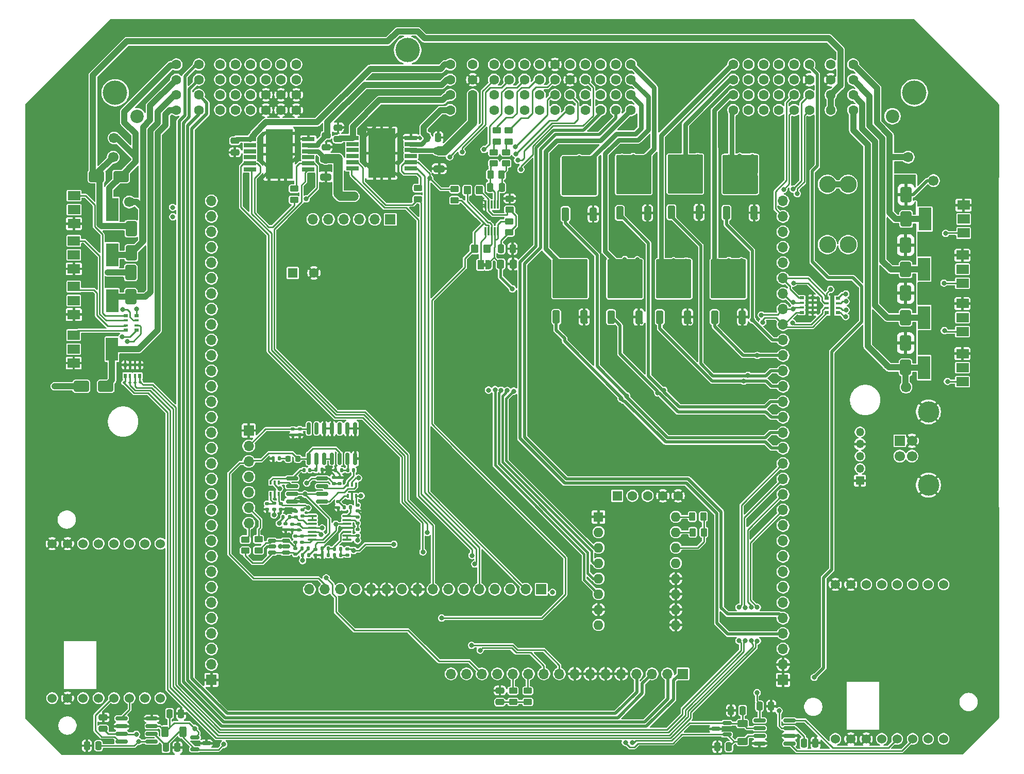
<source format=gbr>
%TF.GenerationSoftware,KiCad,Pcbnew,9.0.3*%
%TF.CreationDate,2025-10-28T00:12:23+00:00*%
%TF.ProjectId,Polygonus-Universal-Base,506f6c79-676f-46e7-9573-2d556e697665,rev?*%
%TF.SameCoordinates,Original*%
%TF.FileFunction,Copper,L1,Top*%
%TF.FilePolarity,Positive*%
%FSLAX46Y46*%
G04 Gerber Fmt 4.6, Leading zero omitted, Abs format (unit mm)*
G04 Created by KiCad (PCBNEW 9.0.3) date 2025-10-28 00:12:23*
%MOMM*%
%LPD*%
G01*
G04 APERTURE LIST*
G04 Aperture macros list*
%AMRoundRect*
0 Rectangle with rounded corners*
0 $1 Rounding radius*
0 $2 $3 $4 $5 $6 $7 $8 $9 X,Y pos of 4 corners*
0 Add a 4 corners polygon primitive as box body*
4,1,4,$2,$3,$4,$5,$6,$7,$8,$9,$2,$3,0*
0 Add four circle primitives for the rounded corners*
1,1,$1+$1,$2,$3*
1,1,$1+$1,$4,$5*
1,1,$1+$1,$6,$7*
1,1,$1+$1,$8,$9*
0 Add four rect primitives between the rounded corners*
20,1,$1+$1,$2,$3,$4,$5,0*
20,1,$1+$1,$4,$5,$6,$7,0*
20,1,$1+$1,$6,$7,$8,$9,0*
20,1,$1+$1,$8,$9,$2,$3,0*%
%AMFreePoly0*
4,1,23,0.550000,-0.750000,0.000000,-0.750000,0.000000,-0.745722,-0.065263,-0.745722,-0.191342,-0.711940,-0.304381,-0.646677,-0.396677,-0.554381,-0.461940,-0.441342,-0.495722,-0.315263,-0.495722,-0.250000,-0.500000,-0.250000,-0.500000,0.250000,-0.495722,0.250000,-0.495722,0.315263,-0.461940,0.441342,-0.396677,0.554381,-0.304381,0.646677,-0.191342,0.711940,-0.065263,0.745722,0.000000,0.745722,
0.000000,0.750000,0.550000,0.750000,0.550000,-0.750000,0.550000,-0.750000,$1*%
%AMFreePoly1*
4,1,23,0.000000,0.745722,0.065263,0.745722,0.191342,0.711940,0.304381,0.646677,0.396677,0.554381,0.461940,0.441342,0.495722,0.315263,0.495722,0.250000,0.500000,0.250000,0.500000,-0.250000,0.495722,-0.250000,0.495722,-0.315263,0.461940,-0.441342,0.396677,-0.554381,0.304381,-0.646677,0.191342,-0.711940,0.065263,-0.745722,0.000000,-0.745722,0.000000,-0.750000,-0.550000,-0.750000,
-0.550000,0.750000,0.000000,0.750000,0.000000,0.745722,0.000000,0.745722,$1*%
G04 Aperture macros list end*
%TA.AperFunction,EtchedComponent*%
%ADD10C,0.000000*%
%TD*%
%TA.AperFunction,SMDPad,CuDef*%
%ADD11RoundRect,0.250000X-0.337500X-0.475000X0.337500X-0.475000X0.337500X0.475000X-0.337500X0.475000X0*%
%TD*%
%TA.AperFunction,SMDPad,CuDef*%
%ADD12RoundRect,0.250000X-0.650000X1.000000X-0.650000X-1.000000X0.650000X-1.000000X0.650000X1.000000X0*%
%TD*%
%TA.AperFunction,ComponentPad*%
%ADD13R,1.700000X1.700000*%
%TD*%
%TA.AperFunction,ComponentPad*%
%ADD14O,1.700000X1.700000*%
%TD*%
%TA.AperFunction,SMDPad,CuDef*%
%ADD15R,0.500000X0.800000*%
%TD*%
%TA.AperFunction,SMDPad,CuDef*%
%ADD16R,0.400000X0.800000*%
%TD*%
%TA.AperFunction,SMDPad,CuDef*%
%ADD17RoundRect,0.250000X0.350000X-0.850000X0.350000X0.850000X-0.350000X0.850000X-0.350000X-0.850000X0*%
%TD*%
%TA.AperFunction,SMDPad,CuDef*%
%ADD18RoundRect,0.250000X1.125000X-1.275000X1.125000X1.275000X-1.125000X1.275000X-1.125000X-1.275000X0*%
%TD*%
%TA.AperFunction,SMDPad,CuDef*%
%ADD19RoundRect,0.249997X2.650003X-2.950003X2.650003X2.950003X-2.650003X2.950003X-2.650003X-2.950003X0*%
%TD*%
%TA.AperFunction,SMDPad,CuDef*%
%ADD20R,2.000000X1.500000*%
%TD*%
%TA.AperFunction,SMDPad,CuDef*%
%ADD21R,2.000000X3.800000*%
%TD*%
%TA.AperFunction,ComponentPad*%
%ADD22R,1.600000X1.600000*%
%TD*%
%TA.AperFunction,ComponentPad*%
%ADD23C,1.600000*%
%TD*%
%TA.AperFunction,SMDPad,CuDef*%
%ADD24RoundRect,0.135000X0.185000X-0.135000X0.185000X0.135000X-0.185000X0.135000X-0.185000X-0.135000X0*%
%TD*%
%TA.AperFunction,SMDPad,CuDef*%
%ADD25RoundRect,0.150000X-0.825000X-0.150000X0.825000X-0.150000X0.825000X0.150000X-0.825000X0.150000X0*%
%TD*%
%TA.AperFunction,SMDPad,CuDef*%
%ADD26RoundRect,0.150000X0.150000X-0.825000X0.150000X0.825000X-0.150000X0.825000X-0.150000X-0.825000X0*%
%TD*%
%TA.AperFunction,SMDPad,CuDef*%
%ADD27R,0.800000X0.500000*%
%TD*%
%TA.AperFunction,SMDPad,CuDef*%
%ADD28R,0.800000X0.400000*%
%TD*%
%TA.AperFunction,ComponentPad*%
%ADD29C,1.700000*%
%TD*%
%TA.AperFunction,SMDPad,CuDef*%
%ADD30RoundRect,0.250000X0.450000X-0.262500X0.450000X0.262500X-0.450000X0.262500X-0.450000X-0.262500X0*%
%TD*%
%TA.AperFunction,SMDPad,CuDef*%
%ADD31RoundRect,0.140000X-0.170000X0.140000X-0.170000X-0.140000X0.170000X-0.140000X0.170000X0.140000X0*%
%TD*%
%TA.AperFunction,SMDPad,CuDef*%
%ADD32RoundRect,0.135000X-0.135000X-0.185000X0.135000X-0.185000X0.135000X0.185000X-0.135000X0.185000X0*%
%TD*%
%TA.AperFunction,SMDPad,CuDef*%
%ADD33RoundRect,0.250000X0.250000X0.475000X-0.250000X0.475000X-0.250000X-0.475000X0.250000X-0.475000X0*%
%TD*%
%TA.AperFunction,SMDPad,CuDef*%
%ADD34RoundRect,0.218750X-0.218750X-0.256250X0.218750X-0.256250X0.218750X0.256250X-0.218750X0.256250X0*%
%TD*%
%TA.AperFunction,ComponentPad*%
%ADD35C,1.524000*%
%TD*%
%TA.AperFunction,SMDPad,CuDef*%
%ADD36RoundRect,0.250000X-0.250000X-0.475000X0.250000X-0.475000X0.250000X0.475000X-0.250000X0.475000X0*%
%TD*%
%TA.AperFunction,SMDPad,CuDef*%
%ADD37RoundRect,0.135000X0.135000X0.185000X-0.135000X0.185000X-0.135000X-0.185000X0.135000X-0.185000X0*%
%TD*%
%TA.AperFunction,SMDPad,CuDef*%
%ADD38RoundRect,0.135000X-0.185000X0.135000X-0.185000X-0.135000X0.185000X-0.135000X0.185000X0.135000X0*%
%TD*%
%TA.AperFunction,SMDPad,CuDef*%
%ADD39RoundRect,0.250000X-1.000000X-0.650000X1.000000X-0.650000X1.000000X0.650000X-1.000000X0.650000X0*%
%TD*%
%TA.AperFunction,ComponentPad*%
%ADD40O,1.600000X1.600000*%
%TD*%
%TA.AperFunction,SMDPad,CuDef*%
%ADD41R,0.300000X1.400000*%
%TD*%
%TA.AperFunction,SMDPad,CuDef*%
%ADD42RoundRect,0.250000X-0.262500X-0.450000X0.262500X-0.450000X0.262500X0.450000X-0.262500X0.450000X0*%
%TD*%
%TA.AperFunction,SMDPad,CuDef*%
%ADD43RoundRect,0.140000X0.170000X-0.140000X0.170000X0.140000X-0.170000X0.140000X-0.170000X-0.140000X0*%
%TD*%
%TA.AperFunction,SMDPad,CuDef*%
%ADD44R,2.000000X0.650000*%
%TD*%
%TA.AperFunction,SMDPad,CuDef*%
%ADD45R,4.500000X8.100000*%
%TD*%
%TA.AperFunction,SMDPad,CuDef*%
%ADD46RoundRect,0.250000X0.262500X0.450000X-0.262500X0.450000X-0.262500X-0.450000X0.262500X-0.450000X0*%
%TD*%
%TA.AperFunction,SMDPad,CuDef*%
%ADD47RoundRect,0.250000X0.625000X-0.312500X0.625000X0.312500X-0.625000X0.312500X-0.625000X-0.312500X0*%
%TD*%
%TA.AperFunction,SMDPad,CuDef*%
%ADD48RoundRect,0.250000X-0.350000X-0.450000X0.350000X-0.450000X0.350000X0.450000X-0.350000X0.450000X0*%
%TD*%
%TA.AperFunction,ComponentPad*%
%ADD49C,2.780000*%
%TD*%
%TA.AperFunction,SMDPad,CuDef*%
%ADD50RoundRect,0.150000X-0.512500X-0.150000X0.512500X-0.150000X0.512500X0.150000X-0.512500X0.150000X0*%
%TD*%
%TA.AperFunction,SMDPad,CuDef*%
%ADD51R,0.400000X0.650000*%
%TD*%
%TA.AperFunction,SMDPad,CuDef*%
%ADD52RoundRect,0.140000X0.140000X0.170000X-0.140000X0.170000X-0.140000X-0.170000X0.140000X-0.170000X0*%
%TD*%
%TA.AperFunction,SMDPad,CuDef*%
%ADD53RoundRect,0.250000X-0.312500X-0.625000X0.312500X-0.625000X0.312500X0.625000X-0.312500X0.625000X0*%
%TD*%
%TA.AperFunction,SMDPad,CuDef*%
%ADD54RoundRect,0.150000X0.587500X0.150000X-0.587500X0.150000X-0.587500X-0.150000X0.587500X-0.150000X0*%
%TD*%
%TA.AperFunction,SMDPad,CuDef*%
%ADD55RoundRect,0.250000X-0.450000X0.262500X-0.450000X-0.262500X0.450000X-0.262500X0.450000X0.262500X0*%
%TD*%
%TA.AperFunction,ComponentPad*%
%ADD56C,4.000000*%
%TD*%
%TA.AperFunction,ComponentPad*%
%ADD57C,2.200000*%
%TD*%
%TA.AperFunction,SMDPad,CuDef*%
%ADD58RoundRect,0.250000X-0.475000X0.250000X-0.475000X-0.250000X0.475000X-0.250000X0.475000X0.250000X0*%
%TD*%
%TA.AperFunction,SMDPad,CuDef*%
%ADD59RoundRect,0.150000X-0.587500X-0.150000X0.587500X-0.150000X0.587500X0.150000X-0.587500X0.150000X0*%
%TD*%
%TA.AperFunction,SMDPad,CuDef*%
%ADD60RoundRect,0.250000X0.650000X-0.325000X0.650000X0.325000X-0.650000X0.325000X-0.650000X-0.325000X0*%
%TD*%
%TA.AperFunction,SMDPad,CuDef*%
%ADD61RoundRect,0.250000X0.475000X-0.250000X0.475000X0.250000X-0.475000X0.250000X-0.475000X-0.250000X0*%
%TD*%
%TA.AperFunction,ComponentPad*%
%ADD62C,3.500000*%
%TD*%
%TA.AperFunction,SMDPad,CuDef*%
%ADD63RoundRect,0.140000X-0.140000X-0.170000X0.140000X-0.170000X0.140000X0.170000X-0.140000X0.170000X0*%
%TD*%
%TA.AperFunction,SMDPad,CuDef*%
%ADD64RoundRect,0.150000X0.825000X0.150000X-0.825000X0.150000X-0.825000X-0.150000X0.825000X-0.150000X0*%
%TD*%
%TA.AperFunction,ComponentPad*%
%ADD65R,1.350000X1.350000*%
%TD*%
%TA.AperFunction,ComponentPad*%
%ADD66O,1.350000X1.350000*%
%TD*%
%TA.AperFunction,SMDPad,CuDef*%
%ADD67RoundRect,0.100000X-0.637500X-0.100000X0.637500X-0.100000X0.637500X0.100000X-0.637500X0.100000X0*%
%TD*%
%TA.AperFunction,SMDPad,CuDef*%
%ADD68FreePoly0,180.000000*%
%TD*%
%TA.AperFunction,SMDPad,CuDef*%
%ADD69R,1.000000X1.500000*%
%TD*%
%TA.AperFunction,SMDPad,CuDef*%
%ADD70FreePoly1,180.000000*%
%TD*%
%TA.AperFunction,ViaPad*%
%ADD71C,0.800000*%
%TD*%
%TA.AperFunction,ViaPad*%
%ADD72C,0.500000*%
%TD*%
%TA.AperFunction,Conductor*%
%ADD73C,1.000000*%
%TD*%
%TA.AperFunction,Conductor*%
%ADD74C,0.500000*%
%TD*%
%TA.AperFunction,Conductor*%
%ADD75C,1.500000*%
%TD*%
%TA.AperFunction,Conductor*%
%ADD76C,0.250000*%
%TD*%
%TA.AperFunction,Conductor*%
%ADD77C,0.800000*%
%TD*%
%TA.AperFunction,Conductor*%
%ADD78C,0.900000*%
%TD*%
%TA.AperFunction,Conductor*%
%ADD79C,0.450000*%
%TD*%
%TA.AperFunction,Conductor*%
%ADD80C,0.400000*%
%TD*%
G04 APERTURE END LIST*
D10*
%TA.AperFunction,EtchedComponent*%
%TO.C,JP1*%
G36*
X132900000Y-64082500D02*
G01*
X132400000Y-64082500D01*
X132400000Y-63482500D01*
X132900000Y-63482500D01*
X132900000Y-64082500D01*
G37*
%TD.AperFunction*%
%TD*%
D11*
%TO.P,C25,1*%
%TO.N,+5V*%
X135262500Y-63640000D03*
%TO.P,C25,2*%
%TO.N,GND*%
X137337500Y-63640000D03*
%TD*%
D12*
%TO.P,D2,1,K*%
%TO.N,/12V_MR*%
X201800000Y-76640000D03*
%TO.P,D2,2,A*%
%TO.N,/LS9ADD*%
X201800000Y-80640000D03*
%TD*%
D13*
%TO.P,J5,1,Pin_1*%
%TO.N,GND*%
X93888235Y-91017793D03*
D14*
%TO.P,J5,2,Pin_2*%
%TO.N,+5V*%
X93888235Y-93557793D03*
%TO.P,J5,3,Pin_3*%
%TO.N,output*%
X93888235Y-96097793D03*
%TO.P,J5,4,Pin_4*%
%TO.N,/Scope*%
X93888235Y-98637793D03*
%TO.P,J5,5,Pin_5*%
%TO.N,/LS12*%
X93888235Y-101177793D03*
%TO.P,J5,6,Pin_6*%
%TO.N,/VR-D*%
X93888235Y-103717793D03*
%TO.P,J5,7,Pin_7*%
%TO.N,/VR+D*%
X93888235Y-106257793D03*
%TD*%
D15*
%TO.P,RN3,1,R1.1*%
%TO.N,GND*%
X76000000Y-80240000D03*
D16*
%TO.P,RN3,2,R2.1*%
X75200000Y-80240000D03*
%TO.P,RN3,3,R3.1*%
X74400000Y-80240000D03*
D15*
%TO.P,RN3,4,R4.1*%
X73600000Y-80240000D03*
%TO.P,RN3,5,R4.2*%
%TO.N,/IGN12*%
X73600000Y-82040000D03*
D16*
%TO.P,RN3,6,R3.2*%
%TO.N,/IGN11*%
X74400000Y-82040000D03*
%TO.P,RN3,7,R2.2*%
%TO.N,/IGN10*%
X75200000Y-82040000D03*
D15*
%TO.P,RN3,8,R1.2*%
%TO.N,/IGN9*%
X76000000Y-82040000D03*
%TD*%
D17*
%TO.P,Q2,1,G*%
%TO.N,/IGN3*%
X163337124Y-55140737D03*
D18*
%TO.P,Q2,2,C*%
%TO.N,/IGBT3*%
X164092124Y-50515737D03*
X167142124Y-50515737D03*
D19*
X165617124Y-48840737D03*
D18*
X164092124Y-47165737D03*
X167142124Y-47165737D03*
D17*
%TO.P,Q2,3,E*%
%TO.N,GND*%
X167897124Y-55140737D03*
%TD*%
D20*
%TO.P,U17,1,Input*%
%TO.N,Net-(RN4-R3.2)*%
X65154476Y-59831561D03*
%TO.P,U17,2,Drain*%
%TO.N,unconnected-(U17-Drain-Pad2)*%
X65154476Y-62131561D03*
%TO.P,U17,3,Source*%
%TO.N,GND*%
X65154476Y-64431561D03*
D21*
%TO.P,U17,4,Drain*%
%TO.N,/ExtraLSB*%
X71454476Y-62131561D03*
%TD*%
D22*
%TO.P,C2,1*%
%TO.N,/12V_MR_FUSE*%
X101112052Y-65110107D03*
D23*
%TO.P,C2,2*%
%TO.N,GND*%
X104612052Y-65110107D03*
%TD*%
D24*
%TO.P,R24,1*%
%TO.N,Net-(U6A--)*%
X102694607Y-105039580D03*
%TO.P,R24,2*%
%TO.N,Vref*%
X102694607Y-104019580D03*
%TD*%
D25*
%TO.P,U21,1,TXD*%
%TO.N,/CAN_TX2*%
X73006624Y-138366545D03*
%TO.P,U21,2,GND*%
%TO.N,GND*%
X73006624Y-139636545D03*
%TO.P,U21,3,VCC*%
%TO.N,+5V*%
X73006624Y-140906545D03*
%TO.P,U21,4,RXD*%
%TO.N,/CAN_RX2*%
X73006624Y-142176545D03*
%TO.P,U21,5,VIO*%
%TO.N,+3.3V*%
X77956624Y-142176545D03*
%TO.P,U21,6,CANL*%
%TO.N,/CAN2-*%
X77956624Y-140906545D03*
%TO.P,U21,7,CANH*%
%TO.N,/CAN2+*%
X77956624Y-139636545D03*
%TO.P,U21,8,S*%
%TO.N,GND*%
X77956624Y-138366545D03*
%TD*%
D26*
%TO.P,U5,1*%
%TO.N,output*%
X103772815Y-95640995D03*
%TO.P,U5,2*%
%TO.N,Net-(C11-Pad1)*%
X105042815Y-95640995D03*
%TO.P,U5,3*%
%TO.N,Net-(U5-Pad3)*%
X106312815Y-95640995D03*
%TO.P,U5,4*%
X107582815Y-95640995D03*
%TO.P,U5,5*%
%TO.N,output*%
X108852815Y-95640995D03*
%TO.P,U5,6*%
%TO.N,Net-(C12-Pad1)*%
X110122815Y-95640995D03*
%TO.P,U5,7,GND*%
%TO.N,GND*%
X111392815Y-95640995D03*
%TO.P,U5,8*%
X111392815Y-90690995D03*
%TO.P,U5,9*%
X110122815Y-90690995D03*
%TO.P,U5,10*%
%TO.N,unconnected-(U5-Pad10)*%
X108852815Y-90690995D03*
%TO.P,U5,11*%
%TO.N,GND*%
X107582815Y-90690995D03*
%TO.P,U5,12*%
X106312815Y-90690995D03*
%TO.P,U5,13*%
%TO.N,unconnected-(U5-Pad13)*%
X105042815Y-90690995D03*
%TO.P,U5,14,VCC*%
%TO.N,+5V*%
X103772815Y-90690995D03*
%TD*%
D27*
%TO.P,RN2,1,R1.1*%
%TO.N,/LS12*%
X188862544Y-69273813D03*
D28*
%TO.P,RN2,2,R2.1*%
%TO.N,/LS11*%
X188862544Y-70073813D03*
%TO.P,RN2,3,R3.1*%
%TO.N,/LS10*%
X188862544Y-70873813D03*
D27*
%TO.P,RN2,4,R4.1*%
%TO.N,/LS9*%
X188862544Y-71673813D03*
%TO.P,RN2,5,R4.2*%
%TO.N,Net-(RN2-R4.2)*%
X190662544Y-71673813D03*
D28*
%TO.P,RN2,6,R3.2*%
%TO.N,Net-(RN2-R3.2)*%
X190662544Y-70873813D03*
%TO.P,RN2,7,R2.2*%
%TO.N,Net-(RN2-R2.2)*%
X190662544Y-70073813D03*
D27*
%TO.P,RN2,8,R1.2*%
%TO.N,Net-(RN2-R1.2)*%
X190662544Y-69273813D03*
%TD*%
D29*
%TO.P,P1,1,Pin_1*%
%TO.N,/12V_MR*%
X71628000Y-46075600D03*
%TD*%
D30*
%TO.P,R35,1*%
%TO.N,/ETB1_DIS*%
X121703685Y-52996521D03*
%TO.P,R35,2*%
%TO.N,+3.3V*%
X121703685Y-51171521D03*
%TD*%
D31*
%TO.P,C22,1*%
%TO.N,Vref*%
X111753915Y-103277947D03*
%TO.P,C22,2*%
%TO.N,GND*%
X111753915Y-104237947D03*
%TD*%
D20*
%TO.P,U16,1,Input*%
%TO.N,Net-(RN4-R4.2)*%
X65191189Y-52405741D03*
%TO.P,U16,2,Drain*%
%TO.N,unconnected-(U16-Drain-Pad2)*%
X65191189Y-54705741D03*
%TO.P,U16,3,Source*%
%TO.N,GND*%
X65191189Y-57005741D03*
D21*
%TO.P,U16,4,Drain*%
%TO.N,/ExtraLSA*%
X71491189Y-54705741D03*
%TD*%
D32*
%TO.P,R11,1*%
%TO.N,Net-(U4-IO2)*%
X102652406Y-110402584D03*
%TO.P,R11,2*%
%TO.N,Net-(U6B-+)*%
X103672406Y-110402584D03*
%TD*%
D33*
%TO.P,C36,1*%
%TO.N,+3.3V*%
X69212465Y-142838958D03*
%TO.P,C36,2*%
%TO.N,GND*%
X67312465Y-142838958D03*
%TD*%
D34*
%TO.P,D1,1,K*%
%TO.N,Net-(D1-K)*%
X100384057Y-95641065D03*
%TO.P,D1,2,A*%
%TO.N,output*%
X101959057Y-95641065D03*
%TD*%
D32*
%TO.P,R12,1*%
%TO.N,Net-(U6C-+)*%
X107991506Y-110453400D03*
%TO.P,R12,2*%
%TO.N,Net-(C7-Pad1)*%
X109011506Y-110453400D03*
%TD*%
D35*
%TO.P,U1,1,5V*%
%TO.N,+5V*%
X190269349Y-141724815D03*
%TO.P,U1,2,GND*%
%TO.N,GND*%
X192809349Y-141724815D03*
%TO.P,U1,3,SEL_1*%
X195349349Y-141724815D03*
%TO.P,U1,4,SEL_2*%
%TO.N,unconnected-(U1-SEL_2-Pad4)*%
X197889349Y-141724815D03*
%TO.P,U1,5,CAN_RX*%
%TO.N,/CAN_RX*%
X200429349Y-141724815D03*
%TO.P,U1,6,CAN_TX*%
%TO.N,/CAN_TX*%
X202969349Y-141724815D03*
%TO.P,U1,7,VBatt_Sense*%
%TO.N,/12V_MR_FUSE*%
X205509349Y-141724815D03*
%TO.P,U1,8,Boot0*%
%TO.N,unconnected-(U1-Boot0-Pad8)*%
X208049349Y-141724815D03*
%TO.P,U1,9,HEAT_GND*%
%TO.N,GND*%
X190269349Y-116324815D03*
%TO.P,U1,10,HEAT_GND2*%
X192809349Y-116324815D03*
%TO.P,U1,11,HEATER-*%
%TO.N,/HeaterNeg*%
X195349349Y-116324815D03*
%TO.P,U1,12,HEATER-*%
X197889349Y-116324815D03*
%TO.P,U1,13,LSU_ip*%
%TO.N,/LSU_Ip*%
X200429349Y-116324815D03*
%TO.P,U1,14,LSU_vm*%
%TO.N,/LSU_Vm*%
X202969349Y-116324815D03*
%TO.P,U1,15,LSU_rtrim*%
%TO.N,/LSU_Rtrim*%
X205509349Y-116324815D03*
%TO.P,U1,16,LSU_un*%
%TO.N,/LSU_Un*%
X208049349Y-116324815D03*
%TD*%
D20*
%TO.P,U13,1,Input*%
%TO.N,Net-(RN2-R1.2)*%
X211338488Y-58550546D03*
%TO.P,U13,2,Drain*%
%TO.N,unconnected-(U13-Drain-Pad2)*%
X211338488Y-56250546D03*
%TO.P,U13,3,Source*%
%TO.N,GND*%
X211338488Y-53950546D03*
D21*
%TO.P,U13,4,Drain*%
%TO.N,/LS12ADD*%
X205038488Y-56250546D03*
%TD*%
D33*
%TO.P,C27,1*%
%TO.N,GND*%
X125032661Y-42835627D03*
%TO.P,C27,2*%
%TO.N,/ETB1_+*%
X123132661Y-42835627D03*
%TD*%
D36*
%TO.P,C32,1*%
%TO.N,+3.3V*%
X177805526Y-136340000D03*
%TO.P,C32,2*%
%TO.N,GND*%
X179705526Y-136340000D03*
%TD*%
D20*
%TO.P,U14,1,Input*%
%TO.N,Net-(RN2-R2.2)*%
X211155466Y-66786559D03*
%TO.P,U14,2,Drain*%
%TO.N,unconnected-(U14-Drain-Pad2)*%
X211155466Y-64486559D03*
%TO.P,U14,3,Source*%
%TO.N,GND*%
X211155466Y-62186559D03*
D21*
%TO.P,U14,4,Drain*%
%TO.N,/LS11ADD*%
X204855466Y-64486559D03*
%TD*%
D33*
%TO.P,C33,1*%
%TO.N,GND*%
X82768167Y-137563839D03*
%TO.P,C33,2*%
%TO.N,/CAN2+*%
X80868167Y-137563839D03*
%TD*%
D20*
%TO.P,U19,1,Input*%
%TO.N,Net-(RN4-R2.2)*%
X65154476Y-67355819D03*
%TO.P,U19,2,Drain*%
%TO.N,unconnected-(U19-Drain-Pad2)*%
X65154476Y-69655819D03*
%TO.P,U19,3,Source*%
%TO.N,GND*%
X65154476Y-71955819D03*
D21*
%TO.P,U19,4,Drain*%
%TO.N,/ExtraLSC*%
X71454476Y-69655819D03*
%TD*%
D37*
%TO.P,R19,1*%
%TO.N,Net-(R18-Pad1)*%
X110603170Y-103677567D03*
%TO.P,R19,2*%
%TO.N,thresh_high*%
X109583170Y-103677567D03*
%TD*%
D38*
%TO.P,R23,1*%
%TO.N,Net-(U6A-+)*%
X99963884Y-106309931D03*
%TO.P,R23,2*%
%TO.N,GND*%
X99963884Y-107329931D03*
%TD*%
D39*
%TO.P,D6,1,K*%
%TO.N,/12V_MR*%
X68900000Y-49240000D03*
%TO.P,D6,2,A*%
%TO.N,/ExtraLSA*%
X72900000Y-49240000D03*
%TD*%
D12*
%TO.P,D8,1,K*%
%TO.N,/12V_MR*%
X74500000Y-65040000D03*
%TO.P,D8,2,A*%
%TO.N,/ExtraLSC*%
X74500000Y-69040000D03*
%TD*%
D30*
%TO.P,R28,1*%
%TO.N,Net-(U10-IN+)*%
X136156488Y-47086808D03*
%TO.P,R28,2*%
%TO.N,Net-(R26-Pad1)*%
X136156488Y-45261808D03*
%TD*%
D33*
%TO.P,C30,1*%
%TO.N,/CAN2-*%
X175022461Y-137038591D03*
%TO.P,C30,2*%
%TO.N,GND*%
X173122461Y-137038591D03*
%TD*%
D17*
%TO.P,Q7,1,G*%
%TO.N,/IGN6*%
X153420000Y-72380000D03*
D18*
%TO.P,Q7,2,C*%
%TO.N,/IGBT6*%
X154175000Y-67755000D03*
X157225000Y-67755000D03*
D19*
X155700000Y-66080000D03*
D18*
X154175000Y-64405000D03*
X157225000Y-64405000D03*
D17*
%TO.P,Q7,3,E*%
%TO.N,GND*%
X157980000Y-72380000D03*
%TD*%
D22*
%TO.P,A1,1,GND*%
%TO.N,GND*%
X151360000Y-105209750D03*
D40*
%TO.P,A1,2,~{FLT}*%
%TO.N,unconnected-(A1-~{FLT}-Pad2)*%
X151360000Y-107749750D03*
%TO.P,A1,3,A2*%
%TO.N,/STEPA2*%
X151360000Y-110289750D03*
%TO.P,A1,4,A1*%
%TO.N,/STEPA1*%
X151360000Y-112829750D03*
%TO.P,A1,5,B1*%
%TO.N,/STEPB1*%
X151360000Y-115369750D03*
%TO.P,A1,6,B2*%
%TO.N,/STEPB2*%
X151360000Y-117909750D03*
%TO.P,A1,7,GND*%
%TO.N,GND*%
X151360000Y-120449750D03*
%TO.P,A1,8,VMOT*%
%TO.N,/12V_MR_FUSE*%
X151360000Y-122989750D03*
%TO.P,A1,9,~{EN}*%
%TO.N,GND*%
X164060000Y-122989750D03*
%TO.P,A1,10,M0*%
X164060000Y-120449750D03*
%TO.P,A1,11,M1*%
X164060000Y-117909750D03*
%TO.P,A1,12,M2*%
X164060000Y-115369750D03*
%TO.P,A1,13,~{RST}*%
%TO.N,+5V*%
X164060000Y-112829750D03*
%TO.P,A1,14,~{SLP}*%
X164060000Y-110289750D03*
%TO.P,A1,15,STEP*%
%TO.N,/LS9*%
X164060000Y-107749750D03*
%TO.P,A1,16,DIR*%
%TO.N,/LS10*%
X164060000Y-105209750D03*
%TD*%
D36*
%TO.P,C34,1*%
%TO.N,/CAN2-*%
X80284731Y-143131829D03*
%TO.P,C34,2*%
%TO.N,GND*%
X82184731Y-143131829D03*
%TD*%
%TO.P,C29,1*%
%TO.N,GND*%
X170877796Y-143031045D03*
%TO.P,C29,2*%
%TO.N,/CAN2+*%
X172777796Y-143031045D03*
%TD*%
D41*
%TO.P,U10,1,IN+*%
%TO.N,Net-(U10-IN+)*%
X134811353Y-53880996D03*
%TO.P,U10,2,IN-*%
%TO.N,Net-(U10-IN-)*%
X134311353Y-53880996D03*
%TO.P,U10,3*%
%TO.N,unconnected-(U10-Pad3)*%
X133811353Y-53880996D03*
%TO.P,U10,4,BIAS*%
%TO.N,Net-(U10-BIAS)*%
X133311353Y-53880996D03*
%TO.P,U10,5,GND*%
%TO.N,GND*%
X132811353Y-53880996D03*
%TO.P,U10,6,ZERO_EN*%
%TO.N,Net-(JP1-C)*%
X132811353Y-58280996D03*
%TO.P,U10,7,COUT*%
%TO.N,/VR1+*%
X133311353Y-58280996D03*
%TO.P,U10,8,EXT*%
%TO.N,Net-(U10-EXT)*%
X133811353Y-58280996D03*
%TO.P,U10,9,INT_THRS*%
%TO.N,+5V*%
X134311353Y-58280996D03*
%TO.P,U10,10,VCC*%
X134811353Y-58280996D03*
%TD*%
D30*
%TO.P,R27,1*%
%TO.N,Net-(U10-IN-)*%
X134142220Y-47096793D03*
%TO.P,R27,2*%
%TO.N,Net-(R25-Pad1)*%
X134142220Y-45271793D03*
%TD*%
D20*
%TO.P,U11,1,Input*%
%TO.N,Net-(RN2-R4.2)*%
X211155466Y-82984051D03*
%TO.P,U11,2,Drain*%
%TO.N,unconnected-(U11-Drain-Pad2)*%
X211155466Y-80684051D03*
%TO.P,U11,3,Source*%
%TO.N,GND*%
X211155466Y-78384051D03*
D21*
%TO.P,U11,4,Drain*%
%TO.N,/LS9ADD*%
X204855466Y-80684051D03*
%TD*%
D37*
%TO.P,R15,1*%
%TO.N,Net-(U6C-+)*%
X106958279Y-110441734D03*
%TO.P,R15,2*%
%TO.N,GND*%
X105938279Y-110441734D03*
%TD*%
D42*
%TO.P,R2,1*%
%TO.N,/LS9*%
X166846916Y-107749289D03*
%TO.P,R2,2*%
%TO.N,+5V*%
X168671916Y-107749289D03*
%TD*%
D27*
%TO.P,RN4,1,R1.1*%
%TO.N,/IGN12*%
X75458314Y-74539005D03*
D28*
%TO.P,RN4,2,R2.1*%
%TO.N,/IGN11*%
X75458314Y-73739005D03*
%TO.P,RN4,3,R3.1*%
%TO.N,/IGN10*%
X75458314Y-72939005D03*
D27*
%TO.P,RN4,4,R4.1*%
%TO.N,/IGN9*%
X75458314Y-72139005D03*
%TO.P,RN4,5,R4.2*%
%TO.N,Net-(RN4-R4.2)*%
X73658314Y-72139005D03*
D28*
%TO.P,RN4,6,R3.2*%
%TO.N,Net-(RN4-R3.2)*%
X73658314Y-72939005D03*
%TO.P,RN4,7,R2.2*%
%TO.N,Net-(RN4-R2.2)*%
X73658314Y-73739005D03*
D27*
%TO.P,RN4,8,R1.2*%
%TO.N,Net-(RN4-R1.2)*%
X73658314Y-74539005D03*
%TD*%
D43*
%TO.P,C15,1*%
%TO.N,+5V*%
X107851547Y-99715769D03*
%TO.P,C15,2*%
%TO.N,GND*%
X107851547Y-98755769D03*
%TD*%
D32*
%TO.P,R22,1*%
%TO.N,+5V*%
X99550669Y-105224359D03*
%TO.P,R22,2*%
%TO.N,Net-(U6A-+)*%
X100570669Y-105224359D03*
%TD*%
D44*
%TO.P,U15,1,DIR*%
%TO.N,/ETB1_DIR*%
X120537906Y-47908604D03*
%TO.P,U15,2,VSO*%
%TO.N,+3.3V*%
X120537906Y-46908604D03*
%TO.P,U15,3,SO*%
%TO.N,unconnected-(U15-SO-Pad3)*%
X120537906Y-45908604D03*
%TO.P,U15,4,VS*%
%TO.N,/12V_MR_FUSE*%
X120537906Y-44908604D03*
%TO.P,U15,5,OUT1*%
%TO.N,/ETB1_+*%
X120537906Y-43908604D03*
%TO.P,U15,6,GND*%
%TO.N,GND*%
X120537906Y-42908604D03*
%TO.P,U15,7,OUT2*%
%TO.N,/ETB1_-*%
X110937906Y-42908604D03*
%TO.P,U15,8,SI*%
%TO.N,unconnected-(U15-SI-Pad8)*%
X110937906Y-43908604D03*
%TO.P,U15,9,CSN*%
%TO.N,unconnected-(U15-CSN-Pad9)*%
X110937906Y-44908604D03*
%TO.P,U15,10,SCK*%
%TO.N,unconnected-(U15-SCK-Pad10)*%
X110937906Y-45908604D03*
%TO.P,U15,11,DIS*%
%TO.N,/ETB1_DIS*%
X110937906Y-46908604D03*
%TO.P,U15,12,PWM*%
%TO.N,/ETB1_PWM*%
X110937906Y-47908604D03*
D45*
%TO.P,U15,13,GND*%
%TO.N,GND*%
X115737906Y-45408604D03*
%TD*%
D46*
%TO.P,R29,1*%
%TO.N,Net-(U10-IN+)*%
X135421872Y-48964572D03*
%TO.P,R29,2*%
%TO.N,Net-(U10-IN-)*%
X133596872Y-48964572D03*
%TD*%
D20*
%TO.P,U18,1,Input*%
%TO.N,Net-(RN4-R1.2)*%
X65127619Y-75332820D03*
%TO.P,U18,2,Drain*%
%TO.N,unconnected-(U18-Drain-Pad2)*%
X65127619Y-77632820D03*
%TO.P,U18,3,Source*%
%TO.N,GND*%
X65127619Y-79932820D03*
D21*
%TO.P,U18,4,Drain*%
%TO.N,/ExtraLSD*%
X71427619Y-77632820D03*
%TD*%
D47*
%TO.P,R36,1*%
%TO.N,/CAN2+*%
X175014418Y-142128630D03*
%TO.P,R36,2*%
%TO.N,/CAN2-*%
X175014418Y-139203630D03*
%TD*%
D29*
%TO.P,P3,1,Pin_1*%
%TO.N,/ExtraLSB*%
X74269600Y-53441600D03*
%TD*%
D48*
%TO.P,R32,1*%
%TO.N,Net-(U10-EXT)*%
X129809704Y-51520545D03*
%TO.P,R32,2*%
%TO.N,Net-(U10-BIAS)*%
X131809704Y-51520545D03*
%TD*%
D17*
%TO.P,Q8,1,G*%
%TO.N,/IGN8*%
X144420000Y-72342005D03*
D18*
%TO.P,Q8,2,C*%
%TO.N,/IGBT8*%
X145175000Y-67717005D03*
X148225000Y-67717005D03*
D19*
X146700000Y-66042005D03*
D18*
X145175000Y-64367005D03*
X148225000Y-64367005D03*
D17*
%TO.P,Q8,3,E*%
%TO.N,GND*%
X148980000Y-72342005D03*
%TD*%
D31*
%TO.P,C18,1*%
%TO.N,+5V*%
X101158839Y-90784460D03*
%TO.P,C18,2*%
%TO.N,GND*%
X101158839Y-91744460D03*
%TD*%
D49*
%TO.P,F1,1*%
%TO.N,/12V_MR*%
X192364464Y-50542664D03*
X188964464Y-50542664D03*
%TO.P,F1,2*%
%TO.N,/12V_MR_FUSE*%
X192364464Y-60462664D03*
X188964464Y-60462664D03*
%TD*%
D30*
%TO.P,R5,1*%
%TO.N,/ETB2_DIS*%
X101340513Y-53094840D03*
%TO.P,R5,2*%
%TO.N,+3.3V*%
X101340513Y-51269840D03*
%TD*%
D50*
%TO.P,U4,1,IO1*%
%TO.N,Net-(U4-IO1)*%
X97720254Y-109163333D03*
%TO.P,U4,2,VN*%
%TO.N,GND*%
X97720254Y-110113333D03*
%TO.P,U4,3,IO2*%
%TO.N,Net-(U4-IO2)*%
X97720254Y-111063333D03*
%TO.P,U4,4,IO3*%
X99995254Y-111063333D03*
%TO.P,U4,5,VP*%
%TO.N,+5V*%
X99995254Y-110113333D03*
%TO.P,U4,6,IO4*%
%TO.N,Net-(U4-IO1)*%
X99995254Y-109163333D03*
%TD*%
D51*
%TO.P,U8,1*%
%TO.N,thresh_low*%
X97506000Y-101473000D03*
%TO.P,U8,2,GND*%
%TO.N,GND*%
X98156000Y-101473000D03*
%TO.P,U8,3*%
%TO.N,Vref*%
X98806000Y-101473000D03*
%TO.P,U8,4*%
%TO.N,Net-(U7A--)*%
X98806000Y-99573000D03*
%TO.P,U8,5,V+*%
%TO.N,+5V*%
X98156000Y-99573000D03*
%TO.P,U8,6*%
%TO.N,Net-(C11-Pad2)*%
X97506000Y-99573000D03*
%TD*%
D52*
%TO.P,C7,1*%
%TO.N,Net-(C7-Pad1)*%
X108969840Y-111550010D03*
%TO.P,C7,2*%
%TO.N,GND*%
X108009840Y-111550010D03*
%TD*%
D20*
%TO.P,U12,1,Input*%
%TO.N,Net-(RN2-R3.2)*%
X211155466Y-74748038D03*
%TO.P,U12,2,Drain*%
%TO.N,unconnected-(U12-Drain-Pad2)*%
X211155466Y-72448038D03*
%TO.P,U12,3,Source*%
%TO.N,GND*%
X211155466Y-70148038D03*
D21*
%TO.P,U12,4,Drain*%
%TO.N,/LS10ADD*%
X204855466Y-72448038D03*
%TD*%
D30*
%TO.P,R8,1*%
%TO.N,Net-(U4-IO2)*%
X93328736Y-110787347D03*
%TO.P,R8,2*%
%TO.N,/VR+D*%
X93328736Y-108962347D03*
%TD*%
D31*
%TO.P,C20,1*%
%TO.N,Vref*%
X99154135Y-103003922D03*
%TO.P,C20,2*%
%TO.N,GND*%
X99154135Y-103963922D03*
%TD*%
%TO.P,C16,1*%
%TO.N,+5V*%
X102278781Y-90761128D03*
%TO.P,C16,2*%
%TO.N,GND*%
X102278781Y-91721128D03*
%TD*%
D30*
%TO.P,R4,1*%
%TO.N,Net-(C1-Pad1)*%
X137316345Y-135636620D03*
%TO.P,R4,2*%
%TO.N,/RC2*%
X137316345Y-133811620D03*
%TD*%
D46*
%TO.P,R1,1*%
%TO.N,+5V*%
X168584105Y-105177683D03*
%TO.P,R1,2*%
%TO.N,/LS10*%
X166759105Y-105177683D03*
%TD*%
D53*
%TO.P,R37,1*%
%TO.N,/CAN2+*%
X80155250Y-140550045D03*
%TO.P,R37,2*%
%TO.N,/CAN2-*%
X83080250Y-140550045D03*
%TD*%
D31*
%TO.P,C10,1*%
%TO.N,thresh_low*%
X96901000Y-103025000D03*
%TO.P,C10,2*%
%TO.N,GND*%
X96901000Y-103985000D03*
%TD*%
D36*
%TO.P,C24,1*%
%TO.N,Net-(U10-BIAS)*%
X135350000Y-61140000D03*
%TO.P,C24,2*%
%TO.N,GND*%
X137250000Y-61140000D03*
%TD*%
D54*
%TO.P,D10,1,K*%
%TO.N,/CAN2+*%
X172464671Y-141014880D03*
%TO.P,D10,2,K*%
%TO.N,/CAN2-*%
X172464671Y-139114880D03*
%TO.P,D10,3,A*%
%TO.N,GND*%
X170589671Y-140064880D03*
%TD*%
D48*
%TO.P,R33,1*%
%TO.N,/VR1+*%
X131000000Y-61140000D03*
%TO.P,R33,2*%
%TO.N,Net-(U10-EXT)*%
X133000000Y-61140000D03*
%TD*%
D29*
%TO.P,P6,1,Pin_1*%
%TO.N,/12V_MR*%
X206400400Y-49936400D03*
%TD*%
D55*
%TO.P,R30,1*%
%TO.N,+5V*%
X136700000Y-56627500D03*
%TO.P,R30,2*%
%TO.N,Net-(U10-BIAS)*%
X136700000Y-58452500D03*
%TD*%
D25*
%TO.P,U7,1*%
%TO.N,Net-(C11-Pad2)*%
X101008268Y-98873572D03*
%TO.P,U7,2,-*%
%TO.N,Net-(U7A--)*%
X101008268Y-100143572D03*
%TO.P,U7,3,+*%
%TO.N,/Scope*%
X101008268Y-101413572D03*
%TO.P,U7,4,V-*%
%TO.N,GND*%
X101008268Y-102683572D03*
%TO.P,U7,5,+*%
%TO.N,Net-(U7B-+)*%
X105958268Y-102683572D03*
%TO.P,U7,6,-*%
%TO.N,/Scope*%
X105958268Y-101413572D03*
%TO.P,U7,7*%
%TO.N,Net-(C12-Pad2)*%
X105958268Y-100143572D03*
%TO.P,U7,8,V+*%
%TO.N,+5V*%
X105958268Y-98873572D03*
%TD*%
D29*
%TO.P,P5,1,Pin_1*%
%TO.N,/LS12ADD*%
X202234800Y-46075600D03*
%TD*%
D24*
%TO.P,R16,1*%
%TO.N,Net-(U6C--)*%
X98044000Y-104015000D03*
%TO.P,R16,2*%
%TO.N,thresh_low*%
X98044000Y-102995000D03*
%TD*%
D56*
%TO.P,J1,*%
%TO.N,*%
X71950000Y-35490000D03*
D57*
X75550000Y-39340000D03*
D56*
X120000000Y-28490000D03*
D57*
X199650000Y-39340000D03*
D56*
X203250000Y-35490000D03*
D23*
%TO.P,J1,1*%
%TO.N,GND*%
X101700000Y-38340000D03*
%TO.P,J1,2*%
X101700000Y-35840000D03*
%TO.P,J1,3*%
%TO.N,/VR+D*%
X101700000Y-33340000D03*
%TO.P,J1,4*%
%TO.N,/VR-D*%
X101700000Y-30840000D03*
%TO.P,J1,5*%
%TO.N,GND*%
X99200000Y-38340000D03*
%TO.P,J1,6*%
X99200000Y-35840000D03*
%TO.P,J1,7*%
%TO.N,/5V_SENSOR_2*%
X99200000Y-33340000D03*
%TO.P,J1,8*%
X99200000Y-30840000D03*
%TO.P,J1,9*%
%TO.N,GND*%
X96700000Y-38340000D03*
%TO.P,J1,10*%
X96700000Y-35840000D03*
%TO.P,J1,11*%
%TO.N,/CAN2-*%
X96700000Y-33340000D03*
%TO.P,J1,12*%
%TO.N,/5V_SENSOR_2*%
X96700000Y-30840000D03*
%TO.P,J1,13*%
%TO.N,/KNOCK_1*%
X94200000Y-38340000D03*
%TO.P,J1,14*%
%TO.N,/KNOCK_2*%
X94200000Y-35840000D03*
%TO.P,J1,15*%
%TO.N,/CAN2+*%
X94200000Y-33340000D03*
%TO.P,J1,16*%
%TO.N,/5V_SENSOR_1*%
X94200000Y-30840000D03*
%TO.P,J1,17*%
%TO.N,/DIGITAL_1*%
X91700000Y-38340000D03*
%TO.P,J1,18*%
%TO.N,/DIGITAL_2*%
X91700000Y-35840000D03*
%TO.P,J1,19*%
%TO.N,/5V_SENSOR_1*%
X91700000Y-33340000D03*
%TO.P,J1,20*%
X91700000Y-30840000D03*
%TO.P,J1,21*%
%TO.N,/DIGITAL_3*%
X89200000Y-38340000D03*
%TO.P,J1,22*%
%TO.N,/DIGITAL_4*%
X89200000Y-35840000D03*
%TO.P,J1,23*%
%TO.N,/DIGITAL_5*%
X89200000Y-33340000D03*
%TO.P,J1,24*%
%TO.N,/DIGITAL_6*%
X89200000Y-30840000D03*
%TO.P,J1,25*%
%TO.N,/HS3*%
X85700000Y-38340000D03*
%TO.P,J1,26*%
%TO.N,/HS4*%
X85700000Y-35840000D03*
%TO.P,J1,27*%
%TO.N,/HS2*%
X85700000Y-33340000D03*
%TO.P,J1,28*%
%TO.N,/HS1*%
X85700000Y-30840000D03*
%TO.P,J1,29*%
%TO.N,/ExtraLSD*%
X82000000Y-38340000D03*
%TO.P,J1,30*%
%TO.N,/ExtraLSC*%
X82000000Y-35840000D03*
%TO.P,J1,31*%
%TO.N,/ExtraLSB*%
X82000000Y-33340000D03*
%TO.P,J1,32*%
%TO.N,/ExtraLSA*%
X82000000Y-30840000D03*
%TO.P,J1,33*%
%TO.N,/IGBT8*%
X156700000Y-38340000D03*
%TO.P,J1,34*%
%TO.N,/IGBT7*%
X156700000Y-35840000D03*
%TO.P,J1,35*%
%TO.N,/IGBT6*%
X156700000Y-33340000D03*
%TO.P,J1,36*%
%TO.N,/IGBT5*%
X156700000Y-30840000D03*
%TO.P,J1,37*%
%TO.N,/LS2*%
X154200000Y-38340000D03*
%TO.P,J1,38*%
%TO.N,/IGN7*%
X154200000Y-35840000D03*
%TO.P,J1,39*%
%TO.N,/IGN6*%
X154200000Y-33340000D03*
%TO.P,J1,40*%
%TO.N,/STEPA2*%
X154200000Y-30840000D03*
%TO.P,J1,41*%
%TO.N,/LS1*%
X151700000Y-38340000D03*
%TO.P,J1,42*%
%TO.N,/IGN8*%
X151700000Y-35840000D03*
%TO.P,J1,43*%
%TO.N,/IGN5*%
X151700000Y-33340000D03*
%TO.P,J1,44*%
%TO.N,/STEPA1*%
X151700000Y-30840000D03*
%TO.P,J1,45*%
%TO.N,/12V_KEY*%
X149200000Y-38340000D03*
%TO.P,J1,46*%
%TO.N,/CAN-*%
X149200000Y-35840000D03*
%TO.P,J1,47*%
%TO.N,/CAN+*%
X149200000Y-33340000D03*
%TO.P,J1,48*%
%TO.N,/STEPB1*%
X149200000Y-30840000D03*
%TO.P,J1,49*%
%TO.N,/AT3*%
X146700000Y-38340000D03*
%TO.P,J1,50*%
%TO.N,/AT4*%
X146700000Y-35840000D03*
%TO.P,J1,51*%
%TO.N,GND*%
X146700000Y-33340000D03*
%TO.P,J1,52*%
%TO.N,/STEPB2*%
X146700000Y-30840000D03*
%TO.P,J1,53*%
%TO.N,/AT1*%
X144200000Y-38340000D03*
%TO.P,J1,54*%
%TO.N,/AT2*%
X144200000Y-35840000D03*
%TO.P,J1,55*%
%TO.N,/CRANK -*%
X144200000Y-33340000D03*
%TO.P,J1,56*%
%TO.N,GND*%
X144200000Y-30840000D03*
%TO.P,J1,57*%
%TO.N,/AV10*%
X141700000Y-38340000D03*
%TO.P,J1,58*%
%TO.N,/AV11*%
X141700000Y-35840000D03*
%TO.P,J1,59*%
%TO.N,/CRANK +*%
X141700000Y-33340000D03*
%TO.P,J1,60*%
%TO.N,/LSU_Ip2*%
X141700000Y-30840000D03*
%TO.P,J1,61*%
%TO.N,/AV7*%
X139200000Y-38340000D03*
%TO.P,J1,62*%
%TO.N,/AV8*%
X139200000Y-35840000D03*
%TO.P,J1,63*%
%TO.N,/AV9*%
X139200000Y-33340000D03*
%TO.P,J1,64*%
%TO.N,/LSU_Vm2*%
X139200000Y-30840000D03*
%TO.P,J1,65*%
%TO.N,/AV4*%
X136700000Y-38340000D03*
%TO.P,J1,66*%
%TO.N,/AV5*%
X136700000Y-35840000D03*
%TO.P,J1,67*%
%TO.N,/AV6*%
X136700000Y-33340000D03*
%TO.P,J1,68*%
%TO.N,/LSU_Rtrim2*%
X136700000Y-30840000D03*
%TO.P,J1,69*%
%TO.N,/AV1*%
X134200000Y-38340000D03*
%TO.P,J1,70*%
%TO.N,/AV2*%
X134200000Y-35840000D03*
%TO.P,J1,71*%
%TO.N,/AV3*%
X134200000Y-33340000D03*
%TO.P,J1,72*%
%TO.N,/LSU_Un2*%
X134200000Y-30840000D03*
%TO.P,J1,73*%
%TO.N,/12V_MR_FUSE*%
X130700000Y-38340000D03*
%TO.P,J1,74*%
X130700000Y-35840000D03*
%TO.P,J1,75*%
%TO.N,GND*%
X130700000Y-33340000D03*
%TO.P,J1,76*%
%TO.N,/HeaterNeg2*%
X130700000Y-30840000D03*
%TO.P,J1,77*%
%TO.N,/ETB1_+*%
X127000000Y-38340000D03*
%TO.P,J1,78*%
%TO.N,/ETB1_-*%
X127000000Y-35840000D03*
%TO.P,J1,79*%
%TO.N,/ETB2_+*%
X127000000Y-33340000D03*
%TO.P,J1,80*%
%TO.N,/ETB2_-*%
X127000000Y-30840000D03*
%TO.P,J1,81*%
%TO.N,/IGBT1*%
X173500000Y-38340000D03*
%TO.P,J1,82*%
%TO.N,/IGBT2*%
X173500000Y-35840000D03*
%TO.P,J1,83*%
%TO.N,/IGBT3*%
X173500000Y-33340000D03*
%TO.P,J1,84*%
%TO.N,/IGBT4*%
X173500000Y-30840000D03*
%TO.P,J1,85*%
%TO.N,/LS3*%
X176000000Y-38340000D03*
%TO.P,J1,86*%
%TO.N,/IGN2*%
X176000000Y-35840000D03*
%TO.P,J1,87*%
%TO.N,/IGN3*%
X176000000Y-33340000D03*
%TO.P,J1,88*%
%TO.N,/LSU_Un*%
X176000000Y-30840000D03*
%TO.P,J1,89*%
%TO.N,/LS8*%
X178500000Y-38340000D03*
%TO.P,J1,90*%
%TO.N,/IGN1*%
X178500000Y-35840000D03*
%TO.P,J1,91*%
%TO.N,/IGN4*%
X178500000Y-33340000D03*
%TO.P,J1,92*%
%TO.N,/LSU_Rtrim*%
X178500000Y-30840000D03*
%TO.P,J1,93*%
%TO.N,/LS6*%
X181000000Y-38340000D03*
%TO.P,J1,94*%
%TO.N,/LS7*%
X181000000Y-35840000D03*
%TO.P,J1,95*%
%TO.N,/LS4*%
X181000000Y-33340000D03*
%TO.P,J1,96*%
%TO.N,/LSU_Vm*%
X181000000Y-30840000D03*
%TO.P,J1,97*%
%TO.N,/LS15*%
X183500000Y-38340000D03*
%TO.P,J1,98*%
%TO.N,/LS16*%
X183500000Y-35840000D03*
%TO.P,J1,99*%
%TO.N,/LS5*%
X183500000Y-33340000D03*
%TO.P,J1,100*%
%TO.N,/LSU_Ip*%
X183500000Y-30840000D03*
%TO.P,J1,101*%
%TO.N,/LS13*%
X186000000Y-38340000D03*
%TO.P,J1,102*%
%TO.N,/LS14*%
X186000000Y-35840000D03*
%TO.P,J1,103*%
%TO.N,GND*%
X186000000Y-33340000D03*
%TO.P,J1,104*%
%TO.N,/Perm_Live*%
X186000000Y-30840000D03*
%TO.P,J1,105*%
%TO.N,/12V_MR*%
X189500000Y-38340000D03*
%TO.P,J1,106*%
X189500000Y-35840000D03*
%TO.P,J1,107*%
%TO.N,GND*%
X189500000Y-33340000D03*
%TO.P,J1,108*%
%TO.N,/HeaterNeg*%
X189500000Y-30840000D03*
%TO.P,J1,109*%
%TO.N,/LS9ADD*%
X193200000Y-38340000D03*
%TO.P,J1,110*%
%TO.N,/LS10ADD*%
X193200000Y-35840000D03*
%TO.P,J1,111*%
%TO.N,/LS11ADD*%
X193200000Y-33340000D03*
%TO.P,J1,112*%
%TO.N,/LS12ADD*%
X193200000Y-30840000D03*
%TD*%
D12*
%TO.P,D3,1,K*%
%TO.N,/12V_MR*%
X201800000Y-68440000D03*
%TO.P,D3,2,A*%
%TO.N,/LS10ADD*%
X201800000Y-72440000D03*
%TD*%
D58*
%TO.P,C5,1*%
%TO.N,/ETB2_-*%
X91623348Y-43390000D03*
%TO.P,C5,2*%
%TO.N,GND*%
X91623348Y-45290000D03*
%TD*%
D59*
%TO.P,D11,1,K*%
%TO.N,/CAN2+*%
X85069372Y-141504002D03*
%TO.P,D11,2,K*%
%TO.N,/CAN2-*%
X85069372Y-143404002D03*
%TO.P,D11,3,A*%
%TO.N,GND*%
X86944372Y-142454002D03*
%TD*%
D60*
%TO.P,C3,1*%
%TO.N,GND*%
X106562042Y-49339600D03*
%TO.P,C3,2*%
%TO.N,/12V_MR_FUSE*%
X106562042Y-46389600D03*
%TD*%
D17*
%TO.P,Q5,1,G*%
%TO.N,/IGN2*%
X170420000Y-72380000D03*
D18*
%TO.P,Q5,2,C*%
%TO.N,/IGBT2*%
X171175000Y-67755000D03*
X174225000Y-67755000D03*
D19*
X172700000Y-66080000D03*
D18*
X171175000Y-64405000D03*
X174225000Y-64405000D03*
D17*
%TO.P,Q5,3,E*%
%TO.N,GND*%
X174980000Y-72380000D03*
%TD*%
D61*
%TO.P,C35,1*%
%TO.N,+5V*%
X69993202Y-140080574D03*
%TO.P,C35,2*%
%TO.N,GND*%
X69993202Y-138180574D03*
%TD*%
D52*
%TO.P,C11,1*%
%TO.N,Net-(C11-Pad1)*%
X103950231Y-97512576D03*
%TO.P,C11,2*%
%TO.N,Net-(C11-Pad2)*%
X102990231Y-97512576D03*
%TD*%
D32*
%TO.P,R21,1*%
%TO.N,GND*%
X108147741Y-97543685D03*
%TO.P,R21,2*%
%TO.N,Net-(C12-Pad1)*%
X109167741Y-97543685D03*
%TD*%
D31*
%TO.P,C13,1*%
%TO.N,thresh_high*%
X108584360Y-102738701D03*
%TO.P,C13,2*%
%TO.N,GND*%
X108584360Y-103698701D03*
%TD*%
D13*
%TO.P,J4,1,VBUS*%
%TO.N,/VBUS*%
X200849999Y-92720000D03*
D29*
%TO.P,J4,2,D-*%
%TO.N,/USB-*%
X200849999Y-95220000D03*
%TO.P,J4,3,D+*%
%TO.N,/USB+*%
X202849999Y-95220000D03*
%TO.P,J4,4,GND*%
%TO.N,GND*%
X202849999Y-92720000D03*
D62*
%TO.P,J4,5,Shield*%
X205559999Y-87950000D03*
X205559999Y-99990000D03*
%TD*%
D38*
%TO.P,R18,1*%
%TO.N,Net-(R18-Pad1)*%
X111786259Y-105229532D03*
%TO.P,R18,2*%
%TO.N,Net-(U6D--)*%
X111786259Y-106249532D03*
%TD*%
D63*
%TO.P,C12,1*%
%TO.N,Net-(C12-Pad1)*%
X110146538Y-97520079D03*
%TO.P,C12,2*%
%TO.N,Net-(C12-Pad2)*%
X111106538Y-97520079D03*
%TD*%
D38*
%TO.P,R9,1*%
%TO.N,/LS12*%
X110134755Y-110480039D03*
%TO.P,R9,2*%
%TO.N,Net-(C7-Pad1)*%
X110134755Y-111500039D03*
%TD*%
D32*
%TO.P,R6,1*%
%TO.N,GND*%
X97915000Y-95631000D03*
%TO.P,R6,2*%
%TO.N,Net-(D1-K)*%
X98935000Y-95631000D03*
%TD*%
D64*
%TO.P,U20,1,TXD*%
%TO.N,/CAN_TX*%
X182760593Y-142478446D03*
%TO.P,U20,2,GND*%
%TO.N,GND*%
X182760593Y-141208446D03*
%TO.P,U20,3,VCC*%
%TO.N,+5V*%
X182760593Y-139938446D03*
%TO.P,U20,4,RXD*%
%TO.N,/CAN_RX*%
X182760593Y-138668446D03*
%TO.P,U20,5,VIO*%
%TO.N,+3.3V*%
X177810593Y-138668446D03*
%TO.P,U20,6,CANL*%
%TO.N,/CAN2-*%
X177810593Y-139938446D03*
%TO.P,U20,7,CANH*%
%TO.N,/CAN2+*%
X177810593Y-141208446D03*
%TO.P,U20,8,S*%
%TO.N,GND*%
X177810593Y-142478446D03*
%TD*%
D32*
%TO.P,R13,1*%
%TO.N,Net-(U6B-+)*%
X102731362Y-111507528D03*
%TO.P,R13,2*%
%TO.N,Vref*%
X103751362Y-111507528D03*
%TD*%
D12*
%TO.P,D4,1,K*%
%TO.N,/12V_MR*%
X201800000Y-60540000D03*
%TO.P,D4,2,A*%
%TO.N,/LS11ADD*%
X201800000Y-64540000D03*
%TD*%
D17*
%TO.P,Q6,1,G*%
%TO.N,/IGN4*%
X161420000Y-72380000D03*
D18*
%TO.P,Q6,2,C*%
%TO.N,/IGBT4*%
X162175000Y-67755000D03*
X165225000Y-67755000D03*
D19*
X163700000Y-66080000D03*
D18*
X162175000Y-64405000D03*
X165225000Y-64405000D03*
D17*
%TO.P,Q6,3,E*%
%TO.N,GND*%
X165980000Y-72380000D03*
%TD*%
D39*
%TO.P,D9,1,K*%
%TO.N,/12V_MR*%
X66400000Y-83740000D03*
%TO.P,D9,2,A*%
%TO.N,/ExtraLSD*%
X70400000Y-83740000D03*
%TD*%
D43*
%TO.P,C9,1*%
%TO.N,GND*%
X104884343Y-111504719D03*
%TO.P,C9,2*%
%TO.N,Vref*%
X104884343Y-110544719D03*
%TD*%
D17*
%TO.P,Q4,1,G*%
%TO.N,/IGN7*%
X145922936Y-55440022D03*
D18*
%TO.P,Q4,2,C*%
%TO.N,/IGBT7*%
X146677936Y-50815022D03*
X149727936Y-50815022D03*
D19*
X148202936Y-49140022D03*
D18*
X146677936Y-47465022D03*
X149727936Y-47465022D03*
D17*
%TO.P,Q4,3,E*%
%TO.N,GND*%
X150482936Y-55440022D03*
%TD*%
D43*
%TO.P,C14,1*%
%TO.N,Net-(U6A-+)*%
X101591948Y-105251543D03*
%TO.P,C14,2*%
%TO.N,GND*%
X101591948Y-104291543D03*
%TD*%
D30*
%TO.P,R25,1*%
%TO.N,Net-(R25-Pad1)*%
X134632173Y-43509301D03*
%TO.P,R25,2*%
%TO.N,/CRANK +*%
X134632173Y-41684301D03*
%TD*%
D36*
%TO.P,C31,1*%
%TO.N,+5V*%
X185107368Y-142389712D03*
%TO.P,C31,2*%
%TO.N,GND*%
X187007368Y-142389712D03*
%TD*%
D30*
%TO.P,R3,1*%
%TO.N,Net-(C1-Pad1)*%
X139749110Y-135636620D03*
%TO.P,R3,2*%
%TO.N,/RC1*%
X139749110Y-133811620D03*
%TD*%
D12*
%TO.P,D7,1,K*%
%TO.N,/12V_MR*%
X74600000Y-57840000D03*
%TO.P,D7,2,A*%
%TO.N,/ExtraLSB*%
X74600000Y-61840000D03*
%TD*%
D65*
%TO.P,J3,1,Pin_1*%
%TO.N,GND*%
X194310000Y-99250000D03*
D66*
%TO.P,J3,2,Pin_2*%
%TO.N,/USB+*%
X194310000Y-97250000D03*
%TO.P,J3,3,Pin_3*%
%TO.N,/USB-*%
X194310000Y-95250000D03*
%TO.P,J3,4,Pin_4*%
%TO.N,GND*%
X194310000Y-93250000D03*
%TO.P,J3,5,Pin_5*%
%TO.N,/VBUS*%
X194310000Y-91250000D03*
%TD*%
D61*
%TO.P,C28,1*%
%TO.N,/ETB1_-*%
X108579658Y-43118935D03*
%TO.P,C28,2*%
%TO.N,GND*%
X108579658Y-41218935D03*
%TD*%
D52*
%TO.P,C8,1*%
%TO.N,Net-(U6C-+)*%
X106939945Y-111515012D03*
%TO.P,C8,2*%
%TO.N,GND*%
X105979945Y-111515012D03*
%TD*%
D27*
%TO.P,RN1,1,R1.1*%
%TO.N,GND*%
X186551050Y-71602925D03*
D28*
%TO.P,RN1,2,R2.1*%
X186551050Y-70802925D03*
%TO.P,RN1,3,R3.1*%
X186551050Y-70002925D03*
D27*
%TO.P,RN1,4,R4.1*%
X186551050Y-69202925D03*
%TO.P,RN1,5,R4.2*%
%TO.N,/LS12*%
X184751050Y-69202925D03*
D28*
%TO.P,RN1,6,R3.2*%
%TO.N,/LS11*%
X184751050Y-70002925D03*
%TO.P,RN1,7,R2.2*%
%TO.N,/LS10*%
X184751050Y-70802925D03*
D27*
%TO.P,RN1,8,R1.2*%
%TO.N,/LS9*%
X184751050Y-71602925D03*
%TD*%
D31*
%TO.P,C19,1*%
%TO.N,+5V*%
X102094885Y-106391780D03*
%TO.P,C19,2*%
%TO.N,GND*%
X102094885Y-107351780D03*
%TD*%
D17*
%TO.P,Q3,1,G*%
%TO.N,/IGN5*%
X154852819Y-55247290D03*
D18*
%TO.P,Q3,2,C*%
%TO.N,/IGBT5*%
X155607819Y-50622290D03*
X158657819Y-50622290D03*
D19*
X157132819Y-48947290D03*
D18*
X155607819Y-47272290D03*
X158657819Y-47272290D03*
D17*
%TO.P,Q3,3,E*%
%TO.N,GND*%
X159412819Y-55247290D03*
%TD*%
D29*
%TO.P,P4,1,Pin_1*%
%TO.N,/LS9ADD*%
X201879200Y-83870800D03*
%TD*%
D44*
%TO.P,U3,1,DIR*%
%TO.N,/ETB2_DIR*%
X103677537Y-48096167D03*
%TO.P,U3,2,VSO*%
%TO.N,+3.3V*%
X103677537Y-47096167D03*
%TO.P,U3,3,SO*%
%TO.N,unconnected-(U3-SO-Pad3)*%
X103677537Y-46096167D03*
%TO.P,U3,4,VS*%
%TO.N,/12V_MR_FUSE*%
X103677537Y-45096167D03*
%TO.P,U3,5,OUT1*%
%TO.N,/ETB2_+*%
X103677537Y-44096167D03*
%TO.P,U3,6,GND*%
%TO.N,GND*%
X103677537Y-43096167D03*
%TO.P,U3,7,OUT2*%
%TO.N,/ETB2_-*%
X94077537Y-43096167D03*
%TO.P,U3,8,SI*%
%TO.N,unconnected-(U3-SI-Pad8)*%
X94077537Y-44096167D03*
%TO.P,U3,9,CSN*%
%TO.N,unconnected-(U3-CSN-Pad9)*%
X94077537Y-45096167D03*
%TO.P,U3,10,SCK*%
%TO.N,unconnected-(U3-SCK-Pad10)*%
X94077537Y-46096167D03*
%TO.P,U3,11,DIS*%
%TO.N,/ETB2_DIS*%
X94077537Y-47096167D03*
%TO.P,U3,12,PWM*%
%TO.N,/ETB2_PWM*%
X94077537Y-48096167D03*
D45*
%TO.P,U3,13,GND*%
%TO.N,GND*%
X98877537Y-45596167D03*
%TD*%
D61*
%TO.P,C1,1*%
%TO.N,Net-(C1-Pad1)*%
X135157194Y-135666133D03*
%TO.P,C1,2*%
%TO.N,GND*%
X135157194Y-133766133D03*
%TD*%
D67*
%TO.P,U6,1*%
%TO.N,Net-(U6A--)*%
X104314536Y-105075641D03*
%TO.P,U6,2,-*%
X104314536Y-105725641D03*
%TO.P,U6,3,+*%
%TO.N,Net-(U6A-+)*%
X104314536Y-106375641D03*
%TO.P,U6,4,V+*%
%TO.N,+5V*%
X104314536Y-107025641D03*
%TO.P,U6,5,+*%
%TO.N,Net-(U6B-+)*%
X104314536Y-107675641D03*
%TO.P,U6,6,-*%
%TO.N,Net-(U6B--)*%
X104314536Y-108325641D03*
%TO.P,U6,7*%
%TO.N,/Scope*%
X104314536Y-108975641D03*
%TO.P,U6,8*%
%TO.N,Net-(U6C--)*%
X110039536Y-108975641D03*
%TO.P,U6,9,-*%
X110039536Y-108325641D03*
%TO.P,U6,10,+*%
%TO.N,Net-(U6C-+)*%
X110039536Y-107675641D03*
%TO.P,U6,11,V-*%
%TO.N,GND*%
X110039536Y-107025641D03*
%TO.P,U6,12,+*%
%TO.N,Vref*%
X110039536Y-106375641D03*
%TO.P,U6,13,-*%
%TO.N,Net-(U6D--)*%
X110039536Y-105725641D03*
%TO.P,U6,14*%
%TO.N,Net-(R18-Pad1)*%
X110039536Y-105075641D03*
%TD*%
D43*
%TO.P,C17,1*%
%TO.N,+5V*%
X108862606Y-99723546D03*
%TO.P,C17,2*%
%TO.N,GND*%
X108862606Y-98763546D03*
%TD*%
D12*
%TO.P,D5,1,K*%
%TO.N,/12V_MR*%
X201900000Y-52240000D03*
%TO.P,D5,2,A*%
%TO.N,/LS12ADD*%
X201900000Y-56240000D03*
%TD*%
D31*
%TO.P,C21,1*%
%TO.N,+5V*%
X101042347Y-106396965D03*
%TO.P,C21,2*%
%TO.N,GND*%
X101042347Y-107356965D03*
%TD*%
D35*
%TO.P,U2,1,5V*%
%TO.N,+5V*%
X61611115Y-135011435D03*
%TO.P,U2,2,GND*%
%TO.N,GND*%
X64151115Y-135011435D03*
%TO.P,U2,3,SEL_1*%
%TO.N,unconnected-(U2-SEL_1-Pad3)*%
X66691115Y-135011435D03*
%TO.P,U2,4,SEL_2*%
%TO.N,+5V*%
X69231115Y-135011435D03*
%TO.P,U2,5,CAN_RX*%
%TO.N,/CAN_RX2*%
X71771115Y-135011435D03*
%TO.P,U2,6,CAN_TX*%
%TO.N,/CAN_TX2*%
X74311115Y-135011435D03*
%TO.P,U2,7,VBatt_Sense*%
%TO.N,/12V_MR_FUSE*%
X76851115Y-135011435D03*
%TO.P,U2,8,Boot0*%
%TO.N,unconnected-(U2-Boot0-Pad8)*%
X79391115Y-135011435D03*
%TO.P,U2,9,HEAT_GND*%
%TO.N,GND*%
X61611115Y-109611435D03*
%TO.P,U2,10,HEAT_GND2*%
X64151115Y-109611435D03*
%TO.P,U2,11,HEATER-*%
%TO.N,/HeaterNeg2*%
X66691115Y-109611435D03*
%TO.P,U2,12,HEATER-*%
X69231115Y-109611435D03*
%TO.P,U2,13,LSU_ip*%
%TO.N,/LSU_Ip2*%
X71771115Y-109611435D03*
%TO.P,U2,14,LSU_vm*%
%TO.N,/LSU_Vm2*%
X74311115Y-109611435D03*
%TO.P,U2,15,LSU_rtrim*%
%TO.N,/LSU_Rtrim2*%
X76851115Y-109611435D03*
%TO.P,U2,16,LSU_un*%
%TO.N,/LSU_Un2*%
X79391115Y-109611435D03*
%TD*%
D68*
%TO.P,JP1,1,A*%
%TO.N,+5V*%
X133300000Y-63782500D03*
D69*
%TO.P,JP1,2,C*%
%TO.N,Net-(JP1-C)*%
X132000000Y-63782500D03*
D70*
%TO.P,JP1,3,B*%
%TO.N,GND*%
X130700000Y-63782500D03*
%TD*%
D55*
%TO.P,R7,1*%
%TO.N,/VR-D*%
X95492320Y-108906871D03*
%TO.P,R7,2*%
%TO.N,Net-(U4-IO1)*%
X95492320Y-110731871D03*
%TD*%
D30*
%TO.P,R26,1*%
%TO.N,Net-(R26-Pad1)*%
X136615925Y-43481749D03*
%TO.P,R26,2*%
%TO.N,/CRANK -*%
X136615925Y-41656749D03*
%TD*%
D36*
%TO.P,C23,1*%
%TO.N,Net-(U10-IN-)*%
X133559372Y-51041904D03*
%TO.P,C23,2*%
%TO.N,Net-(U10-IN+)*%
X135459372Y-51041904D03*
%TD*%
D61*
%TO.P,C4,1*%
%TO.N,GND*%
X106612595Y-44416468D03*
%TO.P,C4,2*%
%TO.N,/ETB2_+*%
X106612595Y-42516468D03*
%TD*%
D31*
%TO.P,C6,1*%
%TO.N,Net-(U4-IO1)*%
X101531149Y-110419946D03*
%TO.P,C6,2*%
%TO.N,Net-(U4-IO2)*%
X101531149Y-111379946D03*
%TD*%
D13*
%TO.P,J2,1,Pin_1*%
%TO.N,GND*%
X181672763Y-132012059D03*
D14*
%TO.P,J2,2,Pin_2*%
X181672763Y-129472059D03*
%TO.P,J2,3,Pin_3*%
%TO.N,/12V_MR_FUSE*%
X181672763Y-126932059D03*
%TO.P,J2,4,Pin_4*%
%TO.N,/LS1*%
X181672763Y-124392059D03*
%TO.P,J2,5,Pin_5*%
%TO.N,/LS2*%
X181672763Y-121852059D03*
%TO.P,J2,6,Pin_6*%
%TO.N,/LS3*%
X181672763Y-119312059D03*
%TO.P,J2,7,Pin_7*%
%TO.N,/LS4*%
X181672763Y-116772059D03*
%TO.P,J2,8,Pin_8*%
%TO.N,/LS5*%
X181672763Y-114232059D03*
%TO.P,J2,9,Pin_9*%
%TO.N,/LS6*%
X181672763Y-111692059D03*
%TO.P,J2,10,Pin_10*%
%TO.N,/LS7*%
X181672763Y-109152059D03*
%TO.P,J2,11,Pin_11*%
%TO.N,/LS8*%
X181672763Y-106612059D03*
%TO.P,J2,12,Pin_12*%
%TO.N,/IGN12*%
X181672763Y-104072059D03*
%TO.P,J2,13,Pin_13*%
%TO.N,/IGN11*%
X181672763Y-101532059D03*
%TO.P,J2,14,Pin_14*%
%TO.N,/IGN10*%
X181672763Y-98992059D03*
%TO.P,J2,15,Pin_15*%
%TO.N,/IGN9*%
X181672763Y-96452059D03*
%TO.P,J2,16,Pin_16*%
%TO.N,/IGN8*%
X181672763Y-93912059D03*
%TO.P,J2,17,Pin_17*%
%TO.N,/IGN7*%
X181672763Y-91372059D03*
%TO.P,J2,18,Pin_18*%
%TO.N,/IGN6*%
X181672763Y-88832059D03*
%TO.P,J2,19,Pin_19*%
%TO.N,/IGN5*%
X181672763Y-86292059D03*
%TO.P,J2,20,Pin_20*%
%TO.N,/IGN4*%
X181672763Y-83752059D03*
%TO.P,J2,21,Pin_21*%
%TO.N,/IGN3*%
X181672763Y-81212059D03*
%TO.P,J2,22,Pin_22*%
%TO.N,/IGN2*%
X181672763Y-78672059D03*
%TO.P,J2,23,Pin_23*%
%TO.N,/IGN1*%
X181672763Y-76132059D03*
%TO.P,J2,24,Pin_24*%
%TO.N,/LS9*%
X181672763Y-73592059D03*
%TO.P,J2,25,Pin_25*%
%TO.N,/LS10*%
X181672763Y-71052059D03*
%TO.P,J2,26,Pin_26*%
%TO.N,/LS11*%
X181672763Y-68512059D03*
%TO.P,J2,27,Pin_27*%
%TO.N,/LS12*%
X181672763Y-65972059D03*
%TO.P,J2,28,Pin_28*%
%TO.N,/LS13*%
X181672763Y-63432059D03*
%TO.P,J2,29,Pin_29*%
%TO.N,/LS14*%
X181672763Y-60892059D03*
%TO.P,J2,30,Pin_30*%
%TO.N,/LS15*%
X181672763Y-58352059D03*
%TO.P,J2,31,Pin_31*%
%TO.N,/LS16*%
X181672763Y-55812059D03*
%TO.P,J2,32,Pin_32*%
%TO.N,/12V_MR_FUSE*%
X181672763Y-53272059D03*
D13*
%TO.P,J2,33,Pin_33*%
%TO.N,GND*%
X87760080Y-132017154D03*
D14*
%TO.P,J2,34,Pin_34*%
%TO.N,/12V_PROT*%
X87760080Y-129477154D03*
%TO.P,J2,35,Pin_35*%
X87760080Y-126937154D03*
%TO.P,J2,36,Pin_36*%
%TO.N,/5V_SENSOR_2*%
X87760080Y-124397154D03*
%TO.P,J2,37,Pin_37*%
X87760080Y-121857154D03*
%TO.P,J2,38,Pin_38*%
%TO.N,unconnected-(J2-Pin_38-Pad38)*%
X87760080Y-119317154D03*
%TO.P,J2,39,Pin_39*%
%TO.N,unconnected-(J2-Pin_39-Pad39)*%
X87760080Y-116777154D03*
%TO.P,J2,40,Pin_40*%
%TO.N,/5V_SENSOR_1*%
X87760080Y-114237154D03*
%TO.P,J2,41,Pin_41*%
X87760080Y-111697154D03*
%TO.P,J2,42,Pin_42*%
%TO.N,/DIGITAL_6*%
X87760080Y-109157154D03*
%TO.P,J2,43,Pin_43*%
%TO.N,/DIGITAL_5*%
X87760080Y-106617154D03*
%TO.P,J2,44,Pin_44*%
%TO.N,/DIGITAL_4*%
X87760080Y-104077154D03*
%TO.P,J2,45,Pin_45*%
%TO.N,/DIGITAL_3*%
X87760080Y-101537154D03*
%TO.P,J2,46,Pin_46*%
%TO.N,/DIGITAL_2*%
X87760080Y-98997154D03*
%TO.P,J2,47,Pin_47*%
%TO.N,/DIGITAL_1*%
X87760080Y-96457154D03*
%TO.P,J2,48,Pin_48*%
%TO.N,/AT4*%
X87760080Y-93917154D03*
%TO.P,J2,49,Pin_49*%
%TO.N,/AT3*%
X87760080Y-91377154D03*
%TO.P,J2,50,Pin_50*%
%TO.N,/AT2*%
X87760080Y-88837154D03*
%TO.P,J2,51,Pin_51*%
%TO.N,/AT1*%
X87760080Y-86297154D03*
%TO.P,J2,52,Pin_52*%
%TO.N,/AV11*%
X87760080Y-83757154D03*
%TO.P,J2,53,Pin_53*%
%TO.N,/AV10*%
X87760080Y-81217154D03*
%TO.P,J2,54,Pin_54*%
%TO.N,/AV9*%
X87760080Y-78677154D03*
%TO.P,J2,55,Pin_55*%
%TO.N,/AV8*%
X87760080Y-76137154D03*
%TO.P,J2,56,Pin_56*%
%TO.N,/AV7*%
X87760080Y-73597154D03*
%TO.P,J2,57,Pin_57*%
%TO.N,/AV6*%
X87760080Y-71057154D03*
%TO.P,J2,58,Pin_58*%
%TO.N,/AV5*%
X87760080Y-68517154D03*
%TO.P,J2,59,Pin_59*%
%TO.N,/AV4*%
X87760080Y-65977154D03*
%TO.P,J2,60,Pin_60*%
%TO.N,/AV3*%
X87760080Y-63437154D03*
%TO.P,J2,61,Pin_61*%
%TO.N,/AV2*%
X87760080Y-60897154D03*
%TO.P,J2,62,Pin_62*%
%TO.N,/AV1*%
X87760080Y-58357154D03*
%TO.P,J2,63,Pin_63*%
%TO.N,/KNOCK_1*%
X87760080Y-55817154D03*
%TO.P,J2,64,Pin_64*%
%TO.N,/KNOCK_2*%
X87760080Y-53277154D03*
D13*
%TO.P,J2,65,Pin_65*%
%TO.N,/HS1*%
X165230080Y-131026287D03*
D14*
%TO.P,J2,66,Pin_66*%
%TO.N,/HS2*%
X162690080Y-131026287D03*
%TO.P,J2,67,Pin_67*%
%TO.N,/HS3*%
X160150080Y-131026287D03*
%TO.P,J2,68,Pin_68*%
%TO.N,/HS4*%
X157610080Y-131026287D03*
%TO.P,J2,69,Pin_69*%
%TO.N,GND*%
X155070080Y-131026287D03*
%TO.P,J2,70,Pin_70*%
X152530080Y-131026287D03*
%TO.P,J2,71,Pin_71*%
X149990080Y-131026287D03*
%TO.P,J2,72,Pin_72*%
X147450080Y-131026287D03*
%TO.P,J2,73,Pin_73*%
%TO.N,/CAN2+*%
X144910080Y-131026287D03*
%TO.P,J2,74,Pin_74*%
%TO.N,/CAN2-*%
X142370080Y-131026287D03*
%TO.P,J2,75,Pin_75*%
%TO.N,/RC1*%
X139830080Y-131026287D03*
%TO.P,J2,76,Pin_76*%
%TO.N,/RC2*%
X137290080Y-131026287D03*
%TO.P,J2,77,Pin_77*%
%TO.N,/Perm_Live*%
X134750080Y-131026287D03*
%TO.P,J2,78,Pin_78*%
%TO.N,/Scope*%
X132210080Y-131026287D03*
%TO.P,J2,79,Pin_79*%
%TO.N,unconnected-(J2-Pin_79-Pad79)*%
X129670080Y-131026287D03*
%TO.P,J2,80,Pin_80*%
%TO.N,unconnected-(J2-Pin_80-Pad80)*%
X127130080Y-131026287D03*
D13*
%TO.P,J2,81,Pin_81*%
%TO.N,+5V*%
X141953794Y-117134404D03*
D14*
%TO.P,J2,82,Pin_82*%
%TO.N,+3.3V*%
X139413794Y-117134404D03*
%TO.P,J2,83,Pin_83*%
%TO.N,/ETB1_PWM*%
X136873794Y-117134404D03*
%TO.P,J2,84,Pin_84*%
%TO.N,/ETB1_DIS*%
X134333794Y-117134404D03*
%TO.P,J2,85,Pin_85*%
%TO.N,/ETB1_DIR*%
X131793794Y-117134404D03*
%TO.P,J2,86,Pin_86*%
%TO.N,/ETB2_PWM*%
X129253794Y-117134404D03*
%TO.P,J2,87,Pin_87*%
%TO.N,/ETB2_DIS*%
X126713794Y-117134404D03*
%TO.P,J2,88,Pin_88*%
%TO.N,/ETB2_DIR*%
X124173794Y-117134404D03*
%TO.P,J2,89,Pin_89*%
%TO.N,GND*%
X121633794Y-117134404D03*
%TO.P,J2,90,Pin_90*%
%TO.N,/12V_KEY*%
X119093794Y-117134404D03*
%TO.P,J2,91,Pin_91*%
%TO.N,GND*%
X116553794Y-117134404D03*
%TO.P,J2,92,Pin_92*%
X114013794Y-117134404D03*
%TO.P,J2,93,Pin_93*%
%TO.N,/CAN+*%
X111473794Y-117134404D03*
%TO.P,J2,94,Pin_94*%
%TO.N,/CAN-*%
X108933794Y-117134404D03*
%TO.P,J2,95,Pin_95*%
%TO.N,output*%
X106393794Y-117134404D03*
%TO.P,J2,96,Pin_96*%
%TO.N,/VR1+*%
X103853794Y-117134404D03*
D23*
%TO.P,J2,97,Pin_97*%
%TO.N,GND*%
X164425871Y-101751522D03*
%TO.P,J2,98,Pin_98*%
X161925871Y-101751522D03*
%TO.P,J2,99,Pin_99*%
%TO.N,/USB+*%
X159425871Y-101751522D03*
%TO.P,J2,100,Pin_100*%
%TO.N,/USB-*%
X156925871Y-101751522D03*
D22*
%TO.P,J2,101,Pin_101*%
%TO.N,/VBUS*%
X154425871Y-101751522D03*
D13*
%TO.P,J2,102,Pin_102*%
%TO.N,/+3V3*%
X117154579Y-56302538D03*
D14*
%TO.P,J2,103,Pin_103*%
%TO.N,/EXT_SPI_CS*%
X114614579Y-56302538D03*
%TO.P,J2,104,Pin_104*%
%TO.N,/EXT_SPI_SCK*%
X112074579Y-56302538D03*
%TO.P,J2,105,Pin_105*%
%TO.N,/EXT_SPI_MISO*%
X109534579Y-56302538D03*
%TO.P,J2,106,Pin_106*%
%TO.N,/EXT_SPI_MOSI*%
X106994579Y-56302538D03*
%TO.P,J2,107,Pin_107*%
%TO.N,unconnected-(J2-Pin_107-Pad107)*%
X104454579Y-56302538D03*
%TD*%
D55*
%TO.P,R31,1*%
%TO.N,GND*%
X136767835Y-52882467D03*
%TO.P,R31,2*%
%TO.N,Net-(U10-BIAS)*%
X136767835Y-54707467D03*
%TD*%
D38*
%TO.P,R10,1*%
%TO.N,Net-(U6B--)*%
X101545284Y-108404638D03*
%TO.P,R10,2*%
%TO.N,Net-(U4-IO1)*%
X101545284Y-109424638D03*
%TD*%
%TO.P,R17,1*%
%TO.N,Net-(U6D--)*%
X111786259Y-107271094D03*
%TO.P,R17,2*%
%TO.N,Net-(U6C--)*%
X111786259Y-108291094D03*
%TD*%
D24*
%TO.P,R14,1*%
%TO.N,/Scope*%
X102660041Y-109388344D03*
%TO.P,R14,2*%
%TO.N,Net-(U6B--)*%
X102660041Y-108368344D03*
%TD*%
D60*
%TO.P,C26,1*%
%TO.N,GND*%
X125200007Y-47969022D03*
%TO.P,C26,2*%
%TO.N,/12V_MR_FUSE*%
X125200007Y-45019022D03*
%TD*%
D29*
%TO.P,P2,1,Pin_1*%
%TO.N,/ExtraLSA*%
X71780400Y-42926000D03*
%TD*%
D37*
%TO.P,R20,1*%
%TO.N,GND*%
X105971239Y-97497021D03*
%TO.P,R20,2*%
%TO.N,Net-(C11-Pad1)*%
X104951239Y-97497021D03*
%TD*%
D51*
%TO.P,U9,1*%
%TO.N,thresh_high*%
X110205506Y-101814105D03*
%TO.P,U9,2,GND*%
%TO.N,GND*%
X110855506Y-101814105D03*
%TO.P,U9,3*%
%TO.N,Vref*%
X111505506Y-101814105D03*
%TO.P,U9,4*%
%TO.N,Net-(U7B-+)*%
X111505506Y-99914105D03*
%TO.P,U9,5,V+*%
%TO.N,+5V*%
X110855506Y-99914105D03*
%TO.P,U9,6*%
%TO.N,Net-(C12-Pad2)*%
X110205506Y-99914105D03*
%TD*%
D55*
%TO.P,R34,1*%
%TO.N,+3.3V*%
X127720250Y-51342152D03*
%TO.P,R34,2*%
%TO.N,/VR1+*%
X127720250Y-53167152D03*
%TD*%
D17*
%TO.P,Q1,1,G*%
%TO.N,/IGN1*%
X172371404Y-55213011D03*
D18*
%TO.P,Q1,2,C*%
%TO.N,/IGBT1*%
X173126404Y-50588011D03*
X176176404Y-50588011D03*
D19*
X174651404Y-48913011D03*
D18*
X173126404Y-47238011D03*
X176176404Y-47238011D03*
D17*
%TO.P,Q1,3,E*%
%TO.N,GND*%
X176931404Y-55213011D03*
%TD*%
D71*
%TO.N,/12V_MR*%
X201800000Y-49740000D03*
X202900000Y-49740000D03*
X203000000Y-58240000D03*
X199700000Y-67240000D03*
X200100000Y-63240000D03*
X69400000Y-55940000D03*
X203000000Y-62640000D03*
X199324149Y-57292971D03*
X199700000Y-76640000D03*
X69400000Y-57140000D03*
X200443169Y-54420817D03*
X64231609Y-83740500D03*
X197120158Y-73080499D03*
X203100000Y-66240000D03*
X63113017Y-83740500D03*
X199800000Y-78940000D03*
X203000000Y-54420817D03*
X197076926Y-76290526D03*
X200700000Y-49740000D03*
X69400000Y-54840000D03*
X199600000Y-68740000D03*
X203000000Y-78840000D03*
X203000000Y-74340000D03*
X198200000Y-68740000D03*
X198200000Y-65440000D03*
X200100000Y-65940000D03*
X62031712Y-83739500D03*
X71700000Y-65040000D03*
X72700000Y-65040000D03*
X198200000Y-67240000D03*
X199500000Y-61440000D03*
X70700000Y-65040000D03*
X199476340Y-74172124D03*
X199500000Y-59740000D03*
%TO.N,GND*%
X182810143Y-100222707D03*
X194234883Y-75155437D03*
X184273610Y-107571193D03*
X112141000Y-31242000D03*
X174561213Y-44780697D03*
X86371584Y-72251350D03*
X171846242Y-28079120D03*
X123444758Y-124286293D03*
X129440911Y-57555260D03*
X146603683Y-110879516D03*
X170765889Y-23886954D03*
D72*
X166700000Y-54340000D03*
D71*
X117058200Y-135923682D03*
X208913868Y-77888025D03*
X213244159Y-69033864D03*
X90255702Y-77682007D03*
X137268971Y-94293167D03*
X90215618Y-62590644D03*
X168780682Y-140105747D03*
X149208662Y-81370953D03*
D72*
X166400000Y-69840000D03*
D71*
X172722806Y-96328499D03*
D72*
X164800000Y-70340000D03*
D71*
X67205853Y-29653917D03*
X177960399Y-60885427D03*
X176963269Y-85931588D03*
X67867033Y-81359641D03*
X76309596Y-67467078D03*
X64793260Y-32298119D03*
X97234012Y-50515285D03*
X92909385Y-32098733D03*
X162958838Y-60736281D03*
X208913868Y-70710393D03*
X106987426Y-92311251D03*
X83456634Y-143803040D03*
X213257734Y-70113811D03*
X174661676Y-98125755D03*
X102913209Y-125105409D03*
D72*
X165800000Y-69840000D03*
D71*
X139730902Y-120023107D03*
X153623645Y-86491256D03*
X65437883Y-135947846D03*
X117721224Y-108429489D03*
X97914711Y-32111600D03*
X61365315Y-78313265D03*
X120396000Y-111125000D03*
X145474779Y-123764861D03*
X129415177Y-55071897D03*
X132141751Y-31267536D03*
X71965383Y-38652023D03*
X96167988Y-62490436D03*
X184668246Y-139486972D03*
X185817491Y-111469121D03*
X98057636Y-112127307D03*
X132049428Y-89973419D03*
X116225911Y-89673631D03*
X199526295Y-86851907D03*
X206807187Y-82567468D03*
X93017492Y-29853798D03*
X156081760Y-77858700D03*
X131539978Y-99292768D03*
X102850106Y-98575566D03*
X74314905Y-113355528D03*
X96181932Y-94420297D03*
X107426500Y-114370289D03*
X140675146Y-112026073D03*
X89260280Y-51778344D03*
X116706957Y-69537228D03*
X96316551Y-107702798D03*
X160166597Y-85835030D03*
D72*
X175300000Y-69840000D03*
D71*
X69656937Y-95913923D03*
X146949602Y-113732635D03*
X109685163Y-142737774D03*
X65100000Y-102640000D03*
X73812400Y-46380400D03*
X81111761Y-135646088D03*
X200594344Y-43874771D03*
X73969251Y-42708204D03*
X124295785Y-60354041D03*
X169144138Y-38887536D03*
X191480412Y-107280109D03*
X131211521Y-95111211D03*
X67755174Y-59267449D03*
X137366487Y-86166827D03*
X112693752Y-42995126D03*
X188444723Y-113279692D03*
X169714207Y-123350705D03*
X58803496Y-112521021D03*
X201846263Y-140397802D03*
X62841273Y-59840320D03*
X192090359Y-39308193D03*
X76327000Y-122047000D03*
D72*
X156700000Y-71540000D03*
D71*
X98001372Y-29862376D03*
X158990099Y-91673311D03*
X183760080Y-40230890D03*
X177382362Y-81037045D03*
X139920096Y-107551705D03*
X93502449Y-53932651D03*
X137400000Y-65240000D03*
X90104289Y-41242172D03*
X132774826Y-111905827D03*
X130021253Y-44617273D03*
X58896168Y-75061813D03*
X147176554Y-76167238D03*
X137393942Y-105202662D03*
X213217733Y-63261357D03*
X202341196Y-32533687D03*
X170653411Y-101865529D03*
X107094447Y-85108409D03*
X153755729Y-126209489D03*
X208913868Y-69610444D03*
X138088575Y-114196326D03*
X120748413Y-84383980D03*
X129085431Y-110724262D03*
D72*
X147900000Y-69840000D03*
D71*
X186153372Y-39960680D03*
X95472933Y-101582078D03*
X95377000Y-112014000D03*
X173426963Y-131862381D03*
X170679385Y-80822969D03*
X117348000Y-46990000D03*
X58635707Y-120323200D03*
X67811103Y-63574028D03*
X177880941Y-43532582D03*
X109725602Y-39905251D03*
X79565845Y-104020166D03*
X93982464Y-86898854D03*
X97410571Y-56497982D03*
X196691744Y-99222104D03*
X114316214Y-119997815D03*
X117002707Y-50285531D03*
D72*
X159600000Y-52640000D03*
D71*
X124456118Y-53399589D03*
X187722968Y-85788630D03*
X151015268Y-133560494D03*
X147533562Y-122799949D03*
X107337438Y-112423471D03*
X126609420Y-57900382D03*
X125077409Y-86929270D03*
X97258891Y-98243503D03*
X107696000Y-109220000D03*
X177963424Y-63852582D03*
X155985465Y-76279097D03*
X79621015Y-101741834D03*
X67811103Y-76829343D03*
X63862736Y-143109438D03*
X116594863Y-40444309D03*
X204879109Y-75296382D03*
X70865782Y-59164640D03*
X114108556Y-23997933D03*
X210820000Y-142240000D03*
X85746463Y-100918678D03*
X164787228Y-133325585D03*
X84287066Y-33110070D03*
D72*
X158100000Y-54440000D03*
D71*
X168975523Y-100075782D03*
X85552726Y-131113686D03*
X215900000Y-127000000D03*
X192341372Y-95276385D03*
X124919479Y-75752565D03*
X163021011Y-143245587D03*
X81444743Y-44693156D03*
X125317909Y-115648954D03*
X199725810Y-25384658D03*
X206769900Y-77962598D03*
X77340663Y-119843459D03*
X206788544Y-69685017D03*
X180669877Y-59630118D03*
X104775000Y-38608000D03*
X67767603Y-75436147D03*
X94692137Y-107702798D03*
D72*
X175700000Y-54940000D03*
D71*
X124917076Y-71056283D03*
X163196131Y-100672364D03*
X76400000Y-106140000D03*
X160021319Y-28040518D03*
X101405186Y-112387573D03*
X131709666Y-107736671D03*
X183592134Y-133197677D03*
D72*
X150400000Y-52840000D03*
D71*
X114161298Y-47203066D03*
X117348000Y-42926000D03*
X208596390Y-113791836D03*
X109940090Y-102739810D03*
X182268643Y-32093674D03*
X148336000Y-106299000D03*
X202164486Y-113064752D03*
X144093092Y-126181615D03*
X200378187Y-90073551D03*
X208951155Y-62861606D03*
X153049161Y-81147235D03*
X208411145Y-38624969D03*
X215663820Y-116727278D03*
X100687212Y-97866567D03*
X75297075Y-55752950D03*
X184777740Y-34641373D03*
X71702926Y-25330550D03*
X166912541Y-125888749D03*
X117348000Y-48006000D03*
X183630117Y-128880259D03*
X125382586Y-41296225D03*
X157167339Y-40798255D03*
X96002438Y-103987288D03*
X172443158Y-103673920D03*
X93455727Y-49316829D03*
X160528000Y-122809000D03*
X122936000Y-27940000D03*
X153124278Y-110330688D03*
X139842748Y-28063613D03*
D72*
X177300000Y-56140000D03*
D71*
X114577667Y-40670295D03*
X104313706Y-32228669D03*
D72*
X158300000Y-69840000D03*
D71*
X112497952Y-41130438D03*
X176378048Y-143472713D03*
D72*
X164800000Y-71540000D03*
D71*
X136060090Y-132256060D03*
X96028687Y-77596616D03*
X132020666Y-68402207D03*
X215704179Y-93419533D03*
X197096930Y-23867653D03*
X120836567Y-61690657D03*
X74188818Y-107766587D03*
X102717949Y-94518143D03*
X206800000Y-58940000D03*
X168913849Y-131334913D03*
X180832735Y-69795188D03*
X62841273Y-64364403D03*
X166956720Y-42168663D03*
X75259599Y-139474044D03*
X104292400Y-119278400D03*
X93433726Y-50991745D03*
X86280902Y-104970467D03*
X203825321Y-25110488D03*
X143800000Y-53640000D03*
X147999375Y-29653972D03*
X85642078Y-48763139D03*
X171537430Y-43596918D03*
X98308927Y-96744735D03*
X100080748Y-82402548D03*
X91417355Y-48794493D03*
X132067456Y-119972523D03*
X107696000Y-104521000D03*
X165687898Y-123439464D03*
X98590758Y-24055835D03*
D72*
X158100000Y-53240000D03*
D71*
X128667935Y-123889500D03*
X112008075Y-112032398D03*
X83726080Y-30099000D03*
D72*
X176800000Y-52640000D03*
D71*
X61307413Y-56165662D03*
X95767155Y-54654151D03*
X104842374Y-52790937D03*
X152535027Y-142636575D03*
D72*
X166700000Y-54940000D03*
D71*
X208565662Y-99393858D03*
X132321291Y-49628913D03*
X79375000Y-129921000D03*
X179980871Y-138591778D03*
X86413561Y-112843123D03*
X117694304Y-122845122D03*
X161666398Y-119654035D03*
X182797276Y-90006180D03*
X103334301Y-42113294D03*
X192310476Y-98179863D03*
X80170894Y-42685878D03*
X58644907Y-137328546D03*
X118002707Y-66486786D03*
X155488063Y-29576769D03*
X175259999Y-94265606D03*
X154282565Y-27989050D03*
X82619394Y-24041360D03*
X165657033Y-106694118D03*
X150159391Y-136073994D03*
X122912911Y-113684873D03*
X97338637Y-44464187D03*
X85642914Y-126935001D03*
X166930986Y-44690626D03*
X117958277Y-95743385D03*
X112682586Y-37100210D03*
X120920554Y-102070760D03*
X174548346Y-42142928D03*
X114173000Y-42926000D03*
X108854156Y-92365099D03*
X79374221Y-117320143D03*
X110155482Y-112369623D03*
X101318361Y-131119603D03*
X81437376Y-59143480D03*
X86223630Y-52301608D03*
X67806720Y-54171319D03*
X81457417Y-72310844D03*
X63114707Y-52283610D03*
X135229870Y-28140816D03*
X167569952Y-138025491D03*
X79375000Y-123444000D03*
X58677654Y-128167326D03*
X165485959Y-35394046D03*
X91964810Y-105890902D03*
X180760557Y-141576685D03*
X91126971Y-135686199D03*
X116800208Y-74282988D03*
X161941968Y-76362992D03*
X71946082Y-40890909D03*
X213331546Y-54952967D03*
X87749653Y-33587035D03*
X178708991Y-120353971D03*
X166352697Y-122704991D03*
X115565490Y-40470043D03*
X153776246Y-76223168D03*
X171748291Y-137796131D03*
X166370000Y-120904000D03*
X193970284Y-57012942D03*
X90295785Y-59223647D03*
X118738728Y-49381920D03*
X101413485Y-116461395D03*
X139597326Y-142617524D03*
X137431229Y-101735027D03*
X61365315Y-63808756D03*
X182835877Y-97687876D03*
X89853322Y-112780388D03*
X75717370Y-99040643D03*
X70789302Y-110923634D03*
X67848390Y-78544518D03*
X81437376Y-65677058D03*
X173838591Y-117952950D03*
X179881444Y-116257833D03*
X174009187Y-91052473D03*
X174218515Y-76223168D03*
X180849891Y-62134937D03*
X177016104Y-83819500D03*
D72*
X158100000Y-55140000D03*
D71*
X76694889Y-78715142D03*
X187677512Y-95993502D03*
X112776000Y-28702000D03*
X140507357Y-91425337D03*
X139544932Y-128558375D03*
D72*
X173700000Y-71540000D03*
D71*
X107996336Y-58969702D03*
X174084564Y-110811370D03*
D72*
X167000000Y-52640000D03*
D71*
X124502007Y-23973807D03*
X90492806Y-30085110D03*
X186385017Y-23886954D03*
X110693962Y-93935665D03*
X163632255Y-91086051D03*
X86499583Y-117912877D03*
X178156431Y-127473555D03*
X187034773Y-132984550D03*
X117221000Y-28194000D03*
X194258531Y-65220350D03*
X158366514Y-137932029D03*
X204666801Y-53486541D03*
X113816084Y-41932919D03*
X124964631Y-135893619D03*
X177314786Y-42297334D03*
X69464040Y-27395730D03*
X68800000Y-107340000D03*
X69726497Y-33194971D03*
X131336526Y-80245766D03*
X132337343Y-46552516D03*
X155850710Y-100597792D03*
X150423736Y-114002845D03*
X137700365Y-29626973D03*
X63442208Y-35135328D03*
X187635974Y-77407183D03*
X92686850Y-56242245D03*
X187623802Y-110203016D03*
X181579132Y-23925555D03*
X106766372Y-52760874D03*
X196677142Y-80785683D03*
X213331546Y-53928645D03*
X157618090Y-122856924D03*
D72*
X159000000Y-52640000D03*
D71*
X99941419Y-50515285D03*
X214988822Y-43773807D03*
X89232449Y-107924648D03*
X145409004Y-134810587D03*
X177953670Y-94891827D03*
X170055712Y-135166867D03*
X166331287Y-134445028D03*
D72*
X157800000Y-73340000D03*
D71*
X66480123Y-138495545D03*
X204917710Y-69583362D03*
X125017284Y-80195275D03*
X176830233Y-88986221D03*
D72*
X148500000Y-69740000D03*
D71*
X133608742Y-97338038D03*
X99161106Y-53114767D03*
X133563873Y-71268163D03*
X81457417Y-52950610D03*
X117518477Y-114491995D03*
X98615801Y-50470349D03*
X93982464Y-85148795D03*
X189510548Y-64628461D03*
X178893734Y-122901875D03*
X150038468Y-79013047D03*
X180824157Y-67196021D03*
X98165332Y-107209192D03*
X177198981Y-34628505D03*
X77257092Y-118507784D03*
X175670150Y-129751289D03*
X111665961Y-122856183D03*
X191524204Y-35435177D03*
X77813509Y-24079961D03*
X156449307Y-133454257D03*
X104334738Y-82294852D03*
X155956000Y-105791000D03*
X130778355Y-114411859D03*
X105417753Y-136144758D03*
X70900000Y-49240000D03*
X215808748Y-102427700D03*
X106203940Y-50525868D03*
X90400289Y-34620697D03*
X108259118Y-122756633D03*
X196440835Y-89764739D03*
D72*
X151000000Y-52840000D03*
D71*
X100444897Y-108241278D03*
X120794620Y-68528051D03*
X95482818Y-32085866D03*
X188367490Y-73915168D03*
X149225000Y-122575370D03*
D72*
X150300000Y-56340000D03*
D71*
X172962990Y-81067747D03*
X67773817Y-70994022D03*
D72*
X174700000Y-69840000D03*
D71*
X58813989Y-52754919D03*
X63040134Y-72020544D03*
X188308006Y-142855416D03*
X168910000Y-143510000D03*
X84032062Y-138314425D03*
X116984429Y-52937008D03*
X164331819Y-44716361D03*
X166805007Y-102127680D03*
X158066831Y-128671411D03*
D72*
X168200000Y-56040000D03*
D71*
X174767088Y-39505160D03*
X180042935Y-119092904D03*
X100336686Y-44631460D03*
X131826000Y-27940000D03*
D72*
X173700000Y-72140000D03*
D71*
X73079657Y-110885032D03*
X67700500Y-67113401D03*
X124737725Y-49493714D03*
X88062203Y-24041360D03*
X173103030Y-135434659D03*
X126996430Y-120010461D03*
X76835000Y-128143000D03*
X209018454Y-54639955D03*
X213205018Y-109198055D03*
X62928275Y-67434317D03*
X104657826Y-86952702D03*
X95878807Y-50530787D03*
D72*
X166700000Y-53740000D03*
X166500000Y-73340000D03*
D71*
X126869962Y-91149480D03*
X107847326Y-70152408D03*
X150489171Y-29615370D03*
X206695443Y-67830628D03*
X118127627Y-99365820D03*
X62953132Y-56944410D03*
X80274960Y-47138532D03*
X160517195Y-23925555D03*
X96971702Y-105010399D03*
X133444654Y-132466497D03*
D72*
X149200000Y-53940000D03*
D71*
X159691832Y-133415655D03*
X99190502Y-72336332D03*
X182835877Y-95114444D03*
X92918966Y-112315100D03*
X135213920Y-23954506D03*
X125297867Y-112101582D03*
D72*
X158100000Y-53840000D03*
D71*
X120527955Y-56846753D03*
X70581613Y-143739925D03*
X134609292Y-119997815D03*
X116129776Y-131813583D03*
X147432315Y-126141869D03*
X169079802Y-43635519D03*
X166712364Y-140051385D03*
X213246186Y-61326526D03*
D72*
X157100000Y-69840000D03*
D71*
X183242639Y-60649280D03*
X191065539Y-73496192D03*
X144648205Y-76229297D03*
X202583958Y-40502525D03*
X58938115Y-82192837D03*
X180739984Y-82486739D03*
X152801557Y-114648336D03*
X171859109Y-38874669D03*
D72*
X150900000Y-56340000D03*
D71*
X76444738Y-62120384D03*
X117348000Y-43942000D03*
X74422000Y-119253000D03*
X200088620Y-30190488D03*
X83456634Y-142921207D03*
X81417334Y-79004756D03*
X90215618Y-85217667D03*
X191013421Y-113788585D03*
X78600000Y-133240000D03*
X128733051Y-31819504D03*
X154333280Y-135055007D03*
X114173000Y-43942000D03*
X120687506Y-108415782D03*
X124406014Y-67338557D03*
X74422000Y-128143000D03*
X73100278Y-136507568D03*
X128559345Y-34598811D03*
X65559440Y-142941249D03*
X191028253Y-78548499D03*
X137801978Y-125848626D03*
D72*
X164800000Y-72140000D03*
D71*
X120749141Y-89714017D03*
D72*
X156700000Y-70940000D03*
D71*
X194089993Y-44739511D03*
X180826367Y-43782227D03*
D72*
X156700000Y-70340000D03*
D71*
X204068478Y-47503311D03*
X132337343Y-42262582D03*
X158030854Y-108126543D03*
X150250029Y-128710012D03*
X169075897Y-32074318D03*
X100330000Y-49022000D03*
X127162984Y-47230626D03*
X111761733Y-120035753D03*
X178464408Y-134717138D03*
X96244079Y-116219079D03*
X88519000Y-142494000D03*
X164040933Y-137340140D03*
X129060432Y-96645433D03*
X90255702Y-74595592D03*
X131848446Y-85692448D03*
X208969798Y-53465433D03*
X106807000Y-103759000D03*
X96092185Y-96951152D03*
X179759547Y-32080807D03*
X128016000Y-28702000D03*
X100323819Y-46831744D03*
X85328409Y-142453552D03*
X162048156Y-110330688D03*
X187599648Y-99344960D03*
X182844113Y-102790251D03*
X183667734Y-118255036D03*
X109601000Y-33782000D03*
X62071744Y-94215458D03*
X139742986Y-95172620D03*
X180716217Y-87567789D03*
X86371584Y-57066464D03*
X146752829Y-97689452D03*
X73300000Y-55840000D03*
D72*
X174100000Y-69840000D03*
D71*
X78232000Y-28321000D03*
X109258712Y-131890786D03*
D72*
X159100000Y-56240000D03*
D71*
X165837277Y-28040518D03*
X137163774Y-119997815D03*
X165323080Y-23886954D03*
X177154034Y-118088069D03*
D72*
X147700000Y-70440000D03*
D71*
X162477377Y-126030009D03*
D72*
X165200000Y-69840000D03*
D71*
X101712010Y-135604337D03*
X100423808Y-34492025D03*
D72*
X173700000Y-70940000D03*
D71*
X63801169Y-49402537D03*
X206307364Y-36173774D03*
X71702926Y-31622592D03*
X198374000Y-37592000D03*
X65128172Y-90611795D03*
X182791194Y-84965738D03*
X199622768Y-82351712D03*
X135917912Y-127669890D03*
X70901258Y-142098461D03*
X113030000Y-124968000D03*
D72*
X175300000Y-73340000D03*
D71*
X191827826Y-23886954D03*
X206807187Y-74718681D03*
X91530116Y-101714737D03*
X128673710Y-60505797D03*
X109963456Y-128317875D03*
X118235841Y-81951155D03*
X179199929Y-125624928D03*
X140831266Y-98986867D03*
X110819607Y-92329200D03*
X86246260Y-93433132D03*
X76804546Y-143679800D03*
X131806566Y-53190854D03*
X161596172Y-134612301D03*
X129918316Y-46791823D03*
X156230565Y-137919162D03*
D72*
X157700000Y-69840000D03*
D71*
X153409793Y-60851727D03*
X164421889Y-41370899D03*
X90761522Y-91856868D03*
X90582654Y-88628301D03*
X75199474Y-137710378D03*
X117729000Y-111125000D03*
X92158752Y-116133740D03*
X100272350Y-47925453D03*
X207254624Y-61649798D03*
X114543753Y-50274369D03*
X213246186Y-62293941D03*
X145303815Y-44540070D03*
X157773304Y-85699925D03*
X169814467Y-105258591D03*
X213276377Y-79621842D03*
X131578376Y-125101190D03*
X112959242Y-52941249D03*
X99314528Y-58141398D03*
X196479436Y-94068805D03*
X190956732Y-88588728D03*
X98470471Y-89816295D03*
X166521932Y-109287525D03*
X107847326Y-64657325D03*
X126569337Y-55415218D03*
X120626831Y-75617128D03*
X118543831Y-58971168D03*
X109245188Y-119985169D03*
X117348000Y-49022000D03*
X208900000Y-46840000D03*
X104169382Y-112405522D03*
X91514592Y-98252711D03*
X120920554Y-97018024D03*
X145161000Y-109474000D03*
X158642121Y-80848943D03*
X114046000Y-48260000D03*
X167933768Y-94527698D03*
X145280016Y-100765580D03*
X171743304Y-42142928D03*
D72*
X158400000Y-73340000D03*
D71*
X121369704Y-54882671D03*
X76327000Y-125222000D03*
X124946326Y-35442219D03*
X114554000Y-110617000D03*
X95887405Y-59223647D03*
X131817049Y-54154429D03*
X141318618Y-126183440D03*
X137845846Y-48923251D03*
X114173000Y-46214110D03*
X88926829Y-90176431D03*
X73000000Y-51140000D03*
X100023087Y-91709949D03*
X130100000Y-65740000D03*
X176759277Y-107770565D03*
X140498973Y-32078167D03*
X113216261Y-100542823D03*
X78432397Y-110910767D03*
X208336337Y-85477167D03*
X107847326Y-74347128D03*
X79375000Y-125476000D03*
X128520743Y-37223713D03*
X216158497Y-37810378D03*
X107119816Y-119117505D03*
X76327000Y-37592000D03*
X80194793Y-49984446D03*
X96208072Y-74635676D03*
X97235700Y-48941959D03*
X77931555Y-136833472D03*
X198814826Y-93953001D03*
X172526770Y-125672211D03*
X188779428Y-29327234D03*
X97274301Y-47912586D03*
X146254775Y-104448977D03*
X127205874Y-50018512D03*
X136463987Y-80799801D03*
D72*
X147700000Y-72240000D03*
D71*
X204782605Y-59006554D03*
X122409321Y-128227688D03*
X191700000Y-102340000D03*
X121204607Y-41643638D03*
X75822354Y-28580775D03*
X188122159Y-53741466D03*
X109982000Y-98552000D03*
X82773910Y-32092684D03*
X97361890Y-42153377D03*
X124803674Y-92621415D03*
X125835332Y-128043877D03*
X144590896Y-86510556D03*
X124496201Y-64522705D03*
X78668419Y-143619675D03*
X187982329Y-66793626D03*
X193387413Y-67937961D03*
X152913416Y-118591373D03*
X172931289Y-120003702D03*
X169041200Y-42194397D03*
D72*
X168200000Y-52540000D03*
D71*
X189633091Y-129446512D03*
X115407895Y-128513211D03*
X61278462Y-70930731D03*
X141378743Y-123808504D03*
X92986588Y-34633564D03*
X213257734Y-78410034D03*
X76327000Y-123571000D03*
D72*
X160200000Y-52640000D03*
D71*
X93714309Y-41892836D03*
X171573336Y-86124541D03*
X95099810Y-114307476D03*
X79375000Y-121412000D03*
X67811103Y-62026643D03*
X183508202Y-137451631D03*
X167848514Y-89073706D03*
X155095725Y-44565804D03*
X116738784Y-32911778D03*
D72*
X147700000Y-71040000D03*
D71*
X189089121Y-139398825D03*
X176034993Y-23867653D03*
X89499620Y-88702761D03*
X81509079Y-39790767D03*
X101762366Y-114340000D03*
X114554000Y-108839000D03*
X128300000Y-63440000D03*
X187862307Y-70466857D03*
X166732865Y-128729313D03*
X97325770Y-45673700D03*
X120744198Y-86757321D03*
X143800000Y-60140000D03*
X60431292Y-38088342D03*
X61488117Y-140332014D03*
X159316155Y-44051117D03*
X89748530Y-120430223D03*
X156152042Y-81376559D03*
D72*
X149200000Y-54540000D03*
D71*
X149698602Y-120976757D03*
X90323086Y-32098733D03*
X90315827Y-82251503D03*
X71251269Y-139133335D03*
X183774931Y-124664107D03*
X75216435Y-85946140D03*
X114404310Y-105772571D03*
X180961472Y-49630352D03*
X183624975Y-46793143D03*
X191831806Y-25403959D03*
X172026382Y-44922235D03*
X146612018Y-136224306D03*
X92790052Y-142617524D03*
X175946962Y-29314312D03*
X183682877Y-49533849D03*
X104156648Y-49235482D03*
D72*
X149300000Y-53240000D03*
X167600000Y-56040000D03*
D71*
X81511622Y-85659462D03*
X86245742Y-64826696D03*
X103569731Y-51210498D03*
X143204422Y-132726255D03*
X121642331Y-35455330D03*
X132833528Y-115769204D03*
X89279023Y-105394109D03*
X187292103Y-126485620D03*
X92551894Y-41892836D03*
X59022010Y-68392208D03*
X177924822Y-70569241D03*
X76219300Y-31757698D03*
X139846098Y-23968982D03*
X102058667Y-44287421D03*
X89270618Y-49213489D03*
X141559118Y-136043931D03*
X138495150Y-132496559D03*
X114173000Y-45085000D03*
X75133200Y-51917600D03*
X150231938Y-44527202D03*
X71491769Y-137008921D03*
X75563020Y-110846431D03*
X204801906Y-61727959D03*
X67874937Y-87119302D03*
X112393976Y-114370289D03*
X99515344Y-77542768D03*
X59041152Y-43058451D03*
X215567202Y-85084632D03*
X114444696Y-111938165D03*
X182926299Y-74871449D03*
X117784331Y-40530003D03*
X121070767Y-122915940D03*
X175539705Y-133982663D03*
X211151851Y-34031392D03*
X58938115Y-91085643D03*
X123253229Y-46066845D03*
X67850500Y-57286322D03*
X110230251Y-50212267D03*
X87376000Y-30099000D03*
X188623280Y-82295782D03*
X158242000Y-110236000D03*
X114667232Y-35547107D03*
X62928275Y-75351462D03*
X107094488Y-97543685D03*
X67829747Y-51828813D03*
X168910000Y-110490000D03*
X103396643Y-24017234D03*
X191426518Y-86662816D03*
X191910218Y-37159377D03*
X68393568Y-102438943D03*
X102880843Y-85175719D03*
X63936274Y-43901825D03*
X129944816Y-23973807D03*
X102870000Y-102489000D03*
X67867033Y-79942758D03*
X145748354Y-119856254D03*
X96228113Y-70126304D03*
D72*
X158400000Y-52740000D03*
D71*
X95798641Y-42975085D03*
X206900403Y-53502720D03*
D72*
X176700000Y-56140000D03*
D71*
X213244159Y-77213568D03*
X89249916Y-93164994D03*
X177100204Y-109905839D03*
X209018454Y-61612511D03*
X145451676Y-37123360D03*
X124567421Y-96701363D03*
X177610731Y-28001917D03*
X166712364Y-141928134D03*
X85642914Y-102885021D03*
X137803970Y-51742538D03*
X208305102Y-93343075D03*
X158518391Y-30781169D03*
X85852000Y-121666000D03*
X76479711Y-119159762D03*
X130743210Y-128228131D03*
X183851650Y-62563315D03*
D72*
X164800000Y-70940000D03*
D71*
X77408188Y-127271277D03*
X112627327Y-90466283D03*
X187535075Y-102858958D03*
D72*
X175800000Y-53140000D03*
D71*
X67867033Y-64990912D03*
X179802723Y-140399980D03*
X186134072Y-42990896D03*
X116832759Y-120010461D03*
X129586522Y-142527337D03*
X69646800Y-46177200D03*
X135682805Y-114993946D03*
X90055285Y-70166388D03*
X182796197Y-28040518D03*
X146546000Y-120957766D03*
D72*
X177400000Y-52640000D03*
D71*
X107889273Y-79758316D03*
X109854273Y-41783857D03*
X99060000Y-64262000D03*
X61357728Y-41408070D03*
X73511385Y-29209999D03*
X190730625Y-95194594D03*
X90997243Y-53992776D03*
X86413531Y-80305213D03*
X100336686Y-45699434D03*
X189445127Y-135535217D03*
X161239795Y-33232363D03*
X185343895Y-29288633D03*
X121199092Y-142707712D03*
X171808143Y-60674137D03*
D72*
X175700000Y-53740000D03*
D71*
X177911955Y-67262380D03*
X123063000Y-38100000D03*
X124395993Y-57548210D03*
X95300000Y-121340000D03*
X177953670Y-97762879D03*
X104875167Y-142647587D03*
X160147000Y-107569000D03*
X188303343Y-31900667D03*
X150094792Y-23930381D03*
X144813936Y-117367350D03*
X177957516Y-91040183D03*
X100388155Y-42328238D03*
X85549368Y-44873296D03*
X86413531Y-87687920D03*
X154617421Y-122818940D03*
X98261423Y-142617524D03*
X96927887Y-130448448D03*
X170842374Y-129279875D03*
X137931974Y-32097468D03*
X69707196Y-38130903D03*
X107188000Y-36322000D03*
X167163914Y-78601298D03*
D72*
X174700000Y-73340000D03*
D71*
X85900000Y-109540000D03*
X108911816Y-86831544D03*
X144507857Y-112500667D03*
X108839452Y-24017234D03*
X71200000Y-66740000D03*
X191362112Y-90323670D03*
X180841313Y-64674057D03*
X74481239Y-59796767D03*
X143800000Y-45440000D03*
X118367920Y-46997035D03*
X91761235Y-114092084D03*
X133639511Y-73507546D03*
X155363896Y-23911080D03*
X208913868Y-78969330D03*
X188542871Y-91262444D03*
D72*
X149200000Y-55340000D03*
D71*
X102832157Y-89807320D03*
X108056572Y-44525875D03*
X124496201Y-51635924D03*
X95898849Y-44117459D03*
X86102656Y-41167553D03*
D72*
X166700000Y-53140000D03*
D71*
X204705402Y-77940584D03*
X144651983Y-23930381D03*
D72*
X159700000Y-56240000D03*
D71*
X185003312Y-109604788D03*
X90700000Y-86340000D03*
X119696122Y-24012408D03*
X135287772Y-32116769D03*
X124650956Y-100037952D03*
X91397438Y-40084127D03*
X161818818Y-39273496D03*
X176206118Y-105663461D03*
X67774894Y-69450411D03*
X200457974Y-48114612D03*
X118757697Y-40893326D03*
X79375000Y-119507000D03*
X104501697Y-41730806D03*
X184752006Y-31965003D03*
X129793494Y-49993217D03*
X166434979Y-81221807D03*
X195122718Y-30410605D03*
X89853322Y-130280695D03*
X65082660Y-96956163D03*
X184618912Y-112693023D03*
X120269000Y-38100000D03*
X180702697Y-92653497D03*
X92960027Y-107693824D03*
X160626766Y-81228115D03*
X113352785Y-142437150D03*
X153017568Y-29518867D03*
X61365315Y-88388253D03*
X161030016Y-139308816D03*
X209480439Y-30804208D03*
X117348000Y-44958000D03*
X61423217Y-47277669D03*
X95700000Y-93340000D03*
X121137758Y-49733964D03*
X86711702Y-32042975D03*
X159882165Y-97250188D03*
D72*
X165900000Y-73340000D03*
D71*
X97377239Y-43190337D03*
X162592365Y-123559612D03*
X168924691Y-141977849D03*
X144390136Y-81112726D03*
X77399748Y-128934095D03*
X67997128Y-111541258D03*
X96639639Y-100128183D03*
X148909717Y-133484618D03*
X189623768Y-121518533D03*
X92123821Y-125599974D03*
X93331307Y-24022059D03*
X196460136Y-92389640D03*
X100336686Y-43409079D03*
X159373285Y-126057974D03*
X124730736Y-89471628D03*
X98138408Y-108079734D03*
X124002328Y-32898667D03*
D72*
X176200000Y-52640000D03*
D71*
X117602000Y-35433000D03*
X100471868Y-32024059D03*
X142050841Y-120187222D03*
X91707387Y-110982363D03*
X94400844Y-109842581D03*
X193451749Y-72248461D03*
X103182982Y-54254089D03*
X176677109Y-74847901D03*
X117348000Y-42037000D03*
X112049136Y-97328088D03*
X181355075Y-28104854D03*
D72*
X156700000Y-72140000D03*
D71*
X91467120Y-51048575D03*
X216001986Y-137162147D03*
X63828223Y-39014777D03*
X102843594Y-96519493D03*
X186031078Y-140836443D03*
X112990230Y-47039715D03*
X169942997Y-120099270D03*
X178015321Y-109026609D03*
D72*
X149100000Y-69740000D03*
D71*
X187561665Y-108384951D03*
X182810495Y-79870342D03*
X75200000Y-48740000D03*
X149593804Y-107903810D03*
X140571255Y-84270580D03*
X119729561Y-125057358D03*
X175725748Y-103714528D03*
X200152000Y-41402000D03*
X142834363Y-32097468D03*
X119387240Y-120010461D03*
X171995750Y-122181004D03*
X129550912Y-119985169D03*
X120126082Y-52958681D03*
X104648418Y-28540907D03*
D72*
X149400000Y-73240000D03*
D71*
X162826361Y-43815659D03*
X117348000Y-45974000D03*
X165184790Y-85854331D03*
X90015202Y-66899599D03*
X143824010Y-121499324D03*
X120098734Y-93710623D03*
X142650706Y-106767723D03*
X208568425Y-106353200D03*
X100330000Y-104140000D03*
X123278521Y-47167043D03*
X101690886Y-42193460D03*
X103209093Y-92517668D03*
X176658676Y-76943546D03*
X205612537Y-28685086D03*
X118757697Y-42211666D03*
X124454595Y-119959877D03*
X114457454Y-32893000D03*
X133111562Y-136043931D03*
X90703812Y-95359299D03*
X116586000Y-38100000D03*
X67755174Y-72448192D03*
X96424521Y-135890500D03*
X95705599Y-82321776D03*
X63910150Y-86858297D03*
X213331546Y-52961230D03*
X75153514Y-94755052D03*
X91498284Y-47098448D03*
X171058492Y-76362992D03*
X58896168Y-59793032D03*
X198795526Y-92408941D03*
X63040134Y-79999833D03*
X79715249Y-138377248D03*
D72*
X148800000Y-73240000D03*
D71*
X86783548Y-141117459D03*
D72*
X167600000Y-52540000D03*
D71*
X106578893Y-48083664D03*
X165018096Y-76251132D03*
X148030444Y-112535989D03*
D72*
X147700000Y-71640000D03*
D71*
X69800000Y-99440000D03*
X213525842Y-39956720D03*
X148217259Y-123502637D03*
X97287168Y-46780276D03*
X166713537Y-123559612D03*
X109042956Y-44955838D03*
X147257094Y-27963315D03*
X79375000Y-127762000D03*
D72*
X149800000Y-52840000D03*
D71*
X96167988Y-66939682D03*
X118616744Y-51453838D03*
X165172310Y-103673920D03*
X161876720Y-36030971D03*
X79307364Y-113316926D03*
X124082123Y-41541141D03*
X67443355Y-140856917D03*
X87456348Y-46807330D03*
X213276377Y-71176473D03*
X149679611Y-123540620D03*
X59273693Y-101824126D03*
D72*
X173700000Y-70340000D03*
X175700000Y-54340000D03*
D71*
%TO.N,/CAN+*%
X138592308Y-48099946D03*
%TO.N,/AT4*%
X138077011Y-46580753D03*
%TO.N,/AT3*%
X137752324Y-45518019D03*
%TO.N,/AT2*%
X137700000Y-44340000D03*
%TO.N,/AV9*%
X132548105Y-44811169D03*
%TO.N,/AV6*%
X128945241Y-45246450D03*
%TO.N,/AV3*%
X126905629Y-46046292D03*
%TO.N,/LS15*%
X181774885Y-51408747D03*
%TO.N,/IGBT7*%
X150101980Y-50379435D03*
X148202936Y-48300022D03*
X146169803Y-50400022D03*
X148207947Y-50379435D03*
X150246091Y-46200209D03*
X148187359Y-46159035D03*
X150122567Y-48238354D03*
X146272739Y-48320703D03*
X146350697Y-46289325D03*
%TO.N,/IGBT6*%
X153642999Y-67151715D03*
X157575176Y-67131128D03*
X153823893Y-63041018D03*
X157719287Y-62951902D03*
X157595763Y-64990047D03*
X155700000Y-65240000D03*
X155660555Y-62910728D03*
X153745935Y-65072396D03*
X155681143Y-67131128D03*
%TO.N,/IGBT4*%
X161672052Y-67340000D03*
X163700000Y-65240000D03*
X163710196Y-67319413D03*
X161852946Y-63229303D03*
X165624816Y-65178332D03*
X161774988Y-65260681D03*
X163689608Y-63099013D03*
X165604229Y-67319413D03*
X165748340Y-63140187D03*
%TO.N,/IGBT1*%
X176618443Y-45973198D03*
X172645091Y-48093692D03*
X174559711Y-45932024D03*
X172542155Y-50173011D03*
X174580299Y-50152424D03*
X174651404Y-48073011D03*
X176474332Y-50152424D03*
X172723049Y-46062314D03*
X176494919Y-48011343D03*
%TO.N,/LS13*%
X183997768Y-52080111D03*
%TO.N,/LS14*%
X183322961Y-51342791D03*
%TO.N,/IGBT2*%
X174827346Y-63096013D03*
X174683235Y-67275239D03*
X170931952Y-63185129D03*
X170853994Y-65216507D03*
X172789202Y-67275239D03*
X172700000Y-65240000D03*
X174703822Y-65134158D03*
X172768614Y-63054839D03*
X170751058Y-67295826D03*
%TO.N,/IGBT3*%
X167539436Y-47984924D03*
X165617124Y-48000737D03*
X167518849Y-50126005D03*
X165604228Y-45905605D03*
X163767566Y-46035895D03*
X163586672Y-50146592D03*
X167662960Y-45946779D03*
X165624816Y-50126005D03*
X163689608Y-48067273D03*
%TO.N,/IGBT8*%
X148660868Y-65340031D03*
X146725660Y-63260712D03*
X146746248Y-67481112D03*
X146700000Y-65202005D03*
X144811040Y-65422380D03*
X144888998Y-63391002D03*
X148784392Y-63301886D03*
X148640281Y-67481112D03*
X144708104Y-67501699D03*
%TO.N,/IGBT5*%
X155145872Y-48127971D03*
X157081080Y-50186703D03*
X157060492Y-45966303D03*
X159119224Y-46007477D03*
X158975113Y-50186703D03*
X157132819Y-48107290D03*
X155223830Y-46096593D03*
X158995700Y-48045622D03*
X155042936Y-50207290D03*
%TO.N,/12V_KEY*%
X133300000Y-84378241D03*
%TO.N,/IGN11*%
X176443024Y-125596976D03*
X176443024Y-120083024D03*
D72*
X74400000Y-83140000D03*
D71*
X73915516Y-76378327D03*
%TO.N,/IGN10*%
X175443537Y-125602619D03*
X175444506Y-120127368D03*
D72*
X75200000Y-83140000D03*
D71*
X73138285Y-71121448D03*
D72*
%TO.N,/IGN9*%
X76100000Y-83040000D03*
D71*
X174445354Y-120100913D03*
X174444295Y-125579818D03*
X75452756Y-71037625D03*
%TO.N,/IGN8*%
X155071862Y-85787754D03*
%TO.N,/IGN7*%
X156008706Y-85337754D03*
%TO.N,/IGN6*%
X161097670Y-84873565D03*
%TO.N,/IGN5*%
X162099346Y-84423111D03*
%TO.N,/IGN4*%
X175225203Y-82909230D03*
%TO.N,/IGN3*%
X175918651Y-81955739D03*
%TO.N,/IGN2*%
X177434805Y-78672059D03*
%TO.N,/IGN1*%
X176648294Y-72845146D03*
%TO.N,/LS9*%
X178335189Y-73223064D03*
%TO.N,/LS10*%
X183205641Y-73288769D03*
X178100856Y-72029524D03*
X183334036Y-71050219D03*
%TO.N,/LS11*%
X183364252Y-69950202D03*
X183374843Y-66774866D03*
%TO.N,/LS12*%
X117729000Y-109728000D03*
X143811213Y-117634239D03*
X111125000Y-110744000D03*
X189484000Y-67818000D03*
%TO.N,/CAN2+*%
X130508078Y-126338267D03*
X155778943Y-142303583D03*
X85037976Y-140002024D03*
X81388625Y-54337625D03*
%TO.N,/CAN2-*%
X81407000Y-55880000D03*
X131904520Y-127135480D03*
X156888602Y-142359512D03*
X89789000Y-142621000D03*
%TO.N,/ETB1_PWM*%
X130568889Y-111556921D03*
%TO.N,/ETB1_DIS*%
X131038936Y-112972010D03*
%TO.N,/ETB2_PWM*%
X123224705Y-107778318D03*
%TO.N,/ETB2_DIS*%
X122510777Y-110987853D03*
%TO.N,/VR1+*%
X125598135Y-121834639D03*
%TO.N,Vref*%
X108204000Y-106426000D03*
X112331691Y-101746194D03*
X103629346Y-103759000D03*
%TO.N,/Perm_Live*%
X186790976Y-131609785D03*
%TO.N,/12V_MR_FUSE*%
X110062586Y-52497414D03*
X109020212Y-52497414D03*
X111172602Y-52497414D03*
%TO.N,Net-(RN2-R4.2)*%
X208694675Y-82954508D03*
X191965310Y-72289501D03*
%TO.N,Net-(RN2-R3.2)*%
X192012569Y-71178925D03*
X208185094Y-74586795D03*
%TO.N,Net-(RN2-R2.2)*%
X192012569Y-69808427D03*
X208110521Y-66789886D03*
%TO.N,Net-(RN2-R1.2)*%
X208383955Y-58606490D03*
X191988940Y-68579704D03*
%TO.N,Net-(U6B-+)*%
X102743000Y-112395000D03*
X105792554Y-108157610D03*
%TO.N,Net-(U6C--)*%
X111760000Y-109093000D03*
X98044000Y-104902000D03*
%TO.N,+5V*%
X98963965Y-100546942D03*
X103437063Y-99665308D03*
X181026130Y-137117201D03*
X75429293Y-140972487D03*
X98911548Y-106280914D03*
X137200000Y-67740000D03*
X111926039Y-98837109D03*
X105948601Y-107059442D03*
X99060000Y-110109000D03*
%TO.N,+3.3V*%
X177413541Y-134121934D03*
X103333770Y-52954046D03*
X123599995Y-49529795D03*
X75790043Y-142144923D03*
%TO.N,/STEPA2*%
X137426186Y-84549799D03*
%TO.N,/STEPA1*%
X136364877Y-84434232D03*
%TO.N,/STEPB1*%
X135351215Y-84403706D03*
%TO.N,/STEPB2*%
X134358105Y-84290842D03*
%TO.N,/IGN12*%
X73099518Y-75617464D03*
D72*
X73400000Y-83140000D03*
D71*
X177442526Y-120083434D03*
X177442069Y-125627195D03*
%TO.N,/Scope*%
X106629864Y-115265863D03*
X103124000Y-101473000D03*
%TD*%
D73*
%TO.N,/12V_MR*%
X68300140Y-48640140D02*
X68300140Y-32602213D01*
X68900000Y-49240000D02*
X68300140Y-48640140D01*
X121666000Y-25400000D02*
X122809000Y-26543000D01*
X122809000Y-26543000D02*
X189196309Y-26543000D01*
X68900000Y-48803600D02*
X71628000Y-46075600D01*
X69400000Y-54840000D02*
X69400000Y-49740000D01*
X74184608Y-57424608D02*
X69684608Y-57424608D01*
X69400000Y-57140000D02*
X69400000Y-54840000D01*
X66400000Y-83740000D02*
X64232109Y-83740000D01*
X189500000Y-35840000D02*
X189500000Y-38340000D01*
X191004823Y-34335177D02*
X189500000Y-35840000D01*
X118364000Y-25400000D02*
X121666000Y-25400000D01*
X191110773Y-34335177D02*
X191004823Y-34335177D01*
X74500000Y-65040000D02*
X72700000Y-65040000D01*
X189196309Y-26543000D02*
X191110773Y-28457464D01*
X68900000Y-49240000D02*
X68900000Y-48803600D01*
X191110773Y-28457464D02*
X191110773Y-34335177D01*
X73851353Y-27051000D02*
X116713000Y-27051000D01*
X62032712Y-83740500D02*
X62031712Y-83739500D01*
D74*
X201900000Y-52240000D02*
X203080800Y-52240000D01*
D73*
X72700000Y-65040000D02*
X70700000Y-65040000D01*
D74*
X205384400Y-49936400D02*
X206400400Y-49936400D01*
D73*
X74600000Y-57840000D02*
X74184608Y-57424608D01*
D74*
X203080800Y-52240000D02*
X205384400Y-49936400D01*
D73*
X68300140Y-32602213D02*
X73851353Y-27051000D01*
X69684608Y-57424608D02*
X69400000Y-57140000D01*
X189500000Y-35840000D02*
X189500000Y-35540000D01*
X64231609Y-83740500D02*
X62032712Y-83740500D01*
X64232109Y-83740000D02*
X64231609Y-83740500D01*
X188964464Y-50542664D02*
X192364464Y-50542664D01*
D75*
X69400000Y-49740000D02*
X68900000Y-49240000D01*
D73*
X116713000Y-27051000D02*
X118364000Y-25400000D01*
D76*
%TO.N,GND*%
X117928264Y-46997035D02*
X117348000Y-46416771D01*
D74*
X97274301Y-47912586D02*
X97274301Y-48324336D01*
D76*
X117348000Y-46990000D02*
X117397715Y-47039715D01*
X101591948Y-104291543D02*
X101591948Y-104004948D01*
D74*
X97274301Y-48324336D02*
X95878807Y-49719830D01*
X114577667Y-41171336D02*
X113816084Y-41932919D01*
X100272350Y-47925453D02*
X100272350Y-47555220D01*
X117145338Y-41834338D02*
X117348000Y-42037000D01*
X100272350Y-47925453D02*
X99941419Y-48256384D01*
X100950895Y-44017251D02*
X101788497Y-44017251D01*
X115737906Y-46568094D02*
X114046000Y-48260000D01*
D76*
X97720254Y-110113333D02*
X97057754Y-110113333D01*
X117348000Y-45974000D02*
X116905229Y-45974000D01*
X114161298Y-47203066D02*
X114324649Y-47039715D01*
D74*
X100995826Y-46831744D02*
X102058667Y-45768903D01*
X100388155Y-42025721D02*
X100388155Y-42328238D01*
D76*
X132537920Y-54154429D02*
X132811353Y-53880996D01*
X108733040Y-112369623D02*
X110155482Y-112369623D01*
D74*
X99941419Y-48256384D02*
X99941419Y-50515285D01*
X117145338Y-42239662D02*
X117145338Y-42723338D01*
X117784331Y-40530003D02*
X117145338Y-41168996D01*
D76*
X101008268Y-102683572D02*
X101583840Y-102108000D01*
D74*
X95798641Y-42975085D02*
X95798641Y-42824731D01*
D76*
X108862606Y-98258550D02*
X108147741Y-97543685D01*
D74*
X100323819Y-46831744D02*
X100995826Y-46831744D01*
X117348000Y-43942000D02*
X117145338Y-43482584D01*
X118757697Y-42211666D02*
X118416256Y-42211666D01*
D76*
X117397715Y-47039715D02*
X118325240Y-47039715D01*
D74*
X118416256Y-42211666D02*
X117145338Y-43482584D01*
X115737906Y-45408604D02*
X115737906Y-46568094D01*
X100272350Y-47555220D02*
X100323819Y-47503751D01*
X97304714Y-42096201D02*
X97361890Y-42153377D01*
X114046000Y-48095485D02*
X112990230Y-47039715D01*
X95798641Y-42824731D02*
X96527171Y-42096201D01*
D76*
X113997947Y-47039715D02*
X112990230Y-47039715D01*
X107696000Y-109220000D02*
X107696000Y-108609359D01*
X117348000Y-46416771D02*
X117348000Y-45974000D01*
D74*
X100323819Y-47503751D02*
X100323819Y-46831744D01*
D76*
X108009840Y-111550010D02*
X108009840Y-111646423D01*
X95377000Y-112014000D02*
X95504000Y-112014000D01*
D74*
X113013603Y-41130438D02*
X113816084Y-41932919D01*
X100388155Y-42328238D02*
X100522933Y-42193460D01*
X96527171Y-42096201D02*
X97304714Y-42096201D01*
D76*
X108862606Y-98763546D02*
X108862606Y-98258550D01*
D74*
X97274301Y-47912586D02*
X97287168Y-47925453D01*
X97338637Y-44464187D02*
X100169413Y-44464187D01*
X97338637Y-44464187D02*
X96991909Y-44117459D01*
D76*
X107851547Y-98300744D02*
X107094488Y-97543685D01*
D74*
X117145338Y-42723338D02*
X117348000Y-42926000D01*
D76*
X116905229Y-45974000D02*
X115779576Y-44848347D01*
X107851547Y-98755769D02*
X107851547Y-98300744D01*
X109279718Y-107025641D02*
X110039536Y-107025641D01*
D74*
X100201474Y-41839040D02*
X100388155Y-42025721D01*
D76*
X108009840Y-111646423D02*
X108733040Y-112369623D01*
D74*
X97274301Y-47912586D02*
X95898849Y-46537134D01*
X114577667Y-40670295D02*
X114577667Y-41171336D01*
X95898849Y-46537134D02*
X95898849Y-44117459D01*
X117002707Y-48803733D02*
X117069463Y-48736977D01*
X97274301Y-47912586D02*
X97234012Y-47952875D01*
X117348000Y-49022000D02*
X118093785Y-48736977D01*
D76*
X96647000Y-111102865D02*
X95735865Y-112014000D01*
D74*
X100522933Y-42193460D02*
X101690886Y-42193460D01*
X117069463Y-48736977D02*
X117348000Y-49022000D01*
D76*
X101473000Y-103886000D02*
X100584000Y-103886000D01*
X114324649Y-47039715D02*
X117298285Y-47039715D01*
D74*
X117348000Y-42926000D02*
X117145338Y-43128662D01*
D76*
X111753915Y-104237947D02*
X111780245Y-104237947D01*
X118325240Y-47039715D02*
X118367920Y-46997035D01*
X108854829Y-98755769D02*
X108862606Y-98763546D01*
D74*
X114543753Y-47762247D02*
X115737906Y-46568094D01*
D76*
X107160013Y-109220000D02*
X107696000Y-109220000D01*
D74*
X114543753Y-50274369D02*
X114543753Y-47762247D01*
X117348000Y-42037000D02*
X117145338Y-42239662D01*
X100388155Y-42328238D02*
X100213294Y-42153377D01*
X114046000Y-48260000D02*
X114046000Y-48095485D01*
X118093785Y-48736977D02*
X118738728Y-49381920D01*
D76*
X105938279Y-110441734D02*
X107160013Y-109220000D01*
D74*
X101788497Y-44017251D02*
X102058667Y-44287421D01*
D76*
X114161298Y-47203066D02*
X113997947Y-47039715D01*
X100584000Y-103886000D02*
X100330000Y-104140000D01*
D74*
X112497952Y-41130438D02*
X113013603Y-41130438D01*
D76*
X101583840Y-102108000D02*
X102489000Y-102108000D01*
D74*
X96991909Y-44117459D02*
X95898849Y-44117459D01*
X102058667Y-45768903D02*
X102058667Y-44287421D01*
X117002707Y-50285531D02*
X117002707Y-48803733D01*
D76*
X96647000Y-110524087D02*
X96647000Y-111102865D01*
D74*
X100336686Y-44631460D02*
X100950895Y-44017251D01*
X113755959Y-41932919D02*
X112693752Y-42995126D01*
D76*
X132811353Y-53503520D02*
X132817442Y-53497431D01*
X113314869Y-105772571D02*
X114404310Y-105772571D01*
D74*
X117145338Y-43128662D02*
X117348000Y-43942000D01*
D76*
X132817442Y-53497431D02*
X132510865Y-53190854D01*
D74*
X117145338Y-41168996D02*
X117145338Y-41834338D01*
X97234012Y-47952875D02*
X97234012Y-50515285D01*
D76*
X107696000Y-108609359D02*
X109279718Y-107025641D01*
D74*
X100213294Y-42153377D02*
X97361890Y-42153377D01*
D76*
X117298285Y-47039715D02*
X117348000Y-46990000D01*
X101591948Y-104004948D02*
X101473000Y-103886000D01*
D74*
X97287168Y-47925453D02*
X100272350Y-47925453D01*
D76*
X102489000Y-102108000D02*
X102870000Y-102489000D01*
X132510865Y-53190854D02*
X131806566Y-53190854D01*
X118367920Y-46997035D02*
X117928264Y-46997035D01*
X132811353Y-53880996D02*
X132811353Y-53503520D01*
X95735865Y-112014000D02*
X95377000Y-112014000D01*
D74*
X100169413Y-44464187D02*
X100336686Y-44631460D01*
D76*
X111780245Y-104237947D02*
X113314869Y-105772571D01*
X97057754Y-110113333D02*
X96647000Y-110524087D01*
D74*
X113816084Y-41932919D02*
X113755959Y-41932919D01*
X95878807Y-49719830D02*
X95878807Y-50530787D01*
D76*
X131817049Y-54154429D02*
X132537920Y-54154429D01*
%TO.N,Net-(C1-Pad1)*%
X137308358Y-135628633D02*
X137316345Y-135636620D01*
X137316345Y-135636620D02*
X139749110Y-135636620D01*
X135157194Y-135628633D02*
X137308358Y-135628633D01*
%TO.N,/CAN+*%
X150472344Y-39264534D02*
X150472344Y-34612344D01*
X148813963Y-40922915D02*
X150472344Y-39264534D01*
X150472344Y-34612344D02*
X149200000Y-33340000D01*
X138592308Y-48099946D02*
X138592308Y-47589185D01*
X140534505Y-44286077D02*
X143897667Y-40922915D01*
X140534505Y-45646988D02*
X140534505Y-44286077D01*
X143897667Y-40922915D02*
X148813963Y-40922915D01*
X138592308Y-47589185D02*
X140534505Y-45646988D01*
%TO.N,/AT4*%
X138777242Y-46580753D02*
X139130501Y-46227494D01*
X143711271Y-40472915D02*
X147309519Y-40472915D01*
X140084505Y-44127602D02*
X140084505Y-44099681D01*
X147907767Y-39874667D02*
X147907767Y-37047767D01*
X147309519Y-40472915D02*
X147907767Y-39874667D01*
X139130501Y-46227494D02*
X139130501Y-45081606D01*
X138077011Y-46580753D02*
X138777242Y-46580753D01*
X140084505Y-44099681D02*
X143711271Y-40472915D01*
X147907767Y-37047767D02*
X146700000Y-35840000D01*
X139130501Y-45081606D02*
X140084505Y-44127602D01*
%TO.N,/AT3*%
X143247428Y-40022915D02*
X144492423Y-40022915D01*
X144492423Y-40022915D02*
X146175338Y-38340000D01*
X146175338Y-38340000D02*
X146700000Y-38340000D01*
X137752324Y-45518019D02*
X143247428Y-40022915D01*
%TO.N,/AT2*%
X143760082Y-35840000D02*
X144200000Y-35840000D01*
X142945054Y-39094946D02*
X142945054Y-36655028D01*
X137700000Y-44340000D02*
X142945054Y-39094946D01*
X142945054Y-36655028D02*
X143760082Y-35840000D01*
%TO.N,Net-(U4-IO1)*%
X95492320Y-110731871D02*
X96737165Y-109487026D01*
X101531149Y-109438773D02*
X101545284Y-109424638D01*
X100456934Y-109163333D02*
X101531149Y-110237548D01*
X99995254Y-109163333D02*
X100456934Y-109163333D01*
X96737165Y-109487026D02*
X97396561Y-109487026D01*
X97396561Y-109487026D02*
X97720254Y-109163333D01*
X101531149Y-110237548D02*
X101531149Y-110419946D01*
X97720254Y-109163333D02*
X99995254Y-109163333D01*
X101531149Y-110419946D02*
X101531149Y-109438773D01*
%TO.N,/AV9*%
X137917983Y-34622017D02*
X139200000Y-33340000D01*
X135430631Y-38946702D02*
X135430631Y-35406913D01*
X135430631Y-35406913D02*
X136215527Y-34622017D01*
X133431052Y-40946281D02*
X135430631Y-38946702D01*
X133431052Y-43928222D02*
X133431052Y-40946281D01*
X132548105Y-44811169D02*
X133431052Y-43928222D01*
X136215527Y-34622017D02*
X137917983Y-34622017D01*
%TO.N,/AV6*%
X133562078Y-34614318D02*
X135425682Y-34614318D01*
X128945241Y-44580671D02*
X132767795Y-40758117D01*
X132767795Y-40758117D02*
X132767795Y-35408601D01*
X128945241Y-45246450D02*
X128945241Y-44580671D01*
X135425682Y-34614318D02*
X136700000Y-33340000D01*
X132767795Y-35408601D02*
X133562078Y-34614318D01*
%TO.N,/AV3*%
X126905629Y-46046292D02*
X126905629Y-45983887D01*
X132317795Y-40571721D02*
X132317795Y-35222205D01*
X132317795Y-35222205D02*
X134200000Y-33340000D01*
X126905629Y-45983887D02*
X132317795Y-40571721D01*
%TO.N,/LS16*%
X182243642Y-37096358D02*
X183500000Y-35840000D01*
X182243642Y-49915392D02*
X182243642Y-37096358D01*
X181672763Y-55812059D02*
X180421610Y-54560906D01*
X180421610Y-54560906D02*
X180421610Y-51737424D01*
X180421610Y-51737424D02*
X182243642Y-49915392D01*
%TO.N,/LS15*%
X182693642Y-39146358D02*
X183500000Y-38340000D01*
X181774885Y-51408747D02*
X182693642Y-50489990D01*
X182693642Y-50489990D02*
X182693642Y-39146358D01*
D74*
%TO.N,/LS1*%
X138459778Y-92332216D02*
X145792180Y-99664618D01*
X145792180Y-99664618D02*
X165802615Y-99664618D01*
X181584490Y-124480332D02*
X181672763Y-124392059D01*
X148912732Y-41637318D02*
X143996436Y-41637318D01*
X143996436Y-41637318D02*
X141109506Y-44524249D01*
X170800519Y-104662522D02*
X170800519Y-122700947D01*
X172579904Y-124480332D02*
X181584490Y-124480332D01*
X141109506Y-44524249D02*
X141109506Y-60709051D01*
X138459778Y-63358779D02*
X138459778Y-92332216D01*
X165802615Y-99664618D02*
X170800519Y-104662522D01*
X151700000Y-38340000D02*
X151700000Y-38850051D01*
X170800519Y-122700947D02*
X172579904Y-124480332D01*
X151700000Y-38850051D02*
X148912732Y-41637318D01*
X141109506Y-60709051D02*
X138459778Y-63358779D01*
D73*
%TO.N,/LS9ADD*%
X201844051Y-80684051D02*
X201800000Y-80640000D01*
X199100000Y-80640000D02*
X201800000Y-80640000D01*
X204855466Y-80684051D02*
X201844051Y-80684051D01*
X193200000Y-38340000D02*
X193200000Y-41621754D01*
X198800000Y-80340000D02*
X199100000Y-80640000D01*
X201800000Y-83791600D02*
X201879200Y-83870800D01*
X198700000Y-80240000D02*
X198700000Y-80340000D01*
X195585493Y-44007247D02*
X195585493Y-77125493D01*
X195585493Y-77125493D02*
X198700000Y-80240000D01*
X201800000Y-80640000D02*
X201800000Y-83791600D01*
X193200000Y-41621754D02*
X195585493Y-44007247D01*
X198700000Y-80340000D02*
X198800000Y-80340000D01*
D76*
%TO.N,/CRANK +*%
X139913509Y-34591176D02*
X141164685Y-33340000D01*
X136143361Y-39563007D02*
X137219166Y-39563007D01*
X141164685Y-33340000D02*
X141700000Y-33340000D01*
X134632173Y-41684301D02*
X134632173Y-41074195D01*
X137939727Y-35329710D02*
X138678261Y-34591176D01*
X138678261Y-34591176D02*
X139913509Y-34591176D01*
X134632173Y-41074195D02*
X136143361Y-39563007D01*
X137939727Y-38842446D02*
X137939727Y-35329710D01*
X137219166Y-39563007D02*
X137939727Y-38842446D01*
D77*
%TO.N,/IGBT7*%
X158344388Y-41333712D02*
X157432097Y-42246003D01*
X156700000Y-35840000D02*
X158344388Y-37484388D01*
X157432097Y-42246003D02*
X154256955Y-42246003D01*
X154256955Y-42246003D02*
X148202936Y-48300022D01*
X158344388Y-37484388D02*
X158344388Y-41333712D01*
%TO.N,/IGBT6*%
X155700000Y-64808098D02*
X155700000Y-65240000D01*
X152410293Y-61518391D02*
X155700000Y-64808098D01*
X159509772Y-41582542D02*
X157846311Y-43246003D01*
X154671169Y-43246003D02*
X152410293Y-45506879D01*
X152410293Y-45506879D02*
X152410293Y-61518391D01*
X157846311Y-43246003D02*
X154671169Y-43246003D01*
X159509772Y-36149772D02*
X159509772Y-41582542D01*
X156700000Y-33340000D02*
X159509772Y-36149772D01*
%TO.N,/IGBT4*%
X163700000Y-65240000D02*
X163222393Y-65240000D01*
X161662005Y-42489366D02*
X173311371Y-30840000D01*
X161662005Y-63679612D02*
X161662005Y-42489366D01*
X173311371Y-30840000D02*
X173500000Y-30840000D01*
X163222393Y-65240000D02*
X161662005Y-63679612D01*
%TO.N,/IGBT1*%
X173500000Y-38340000D02*
X173271746Y-38568254D01*
X173271746Y-38568254D02*
X173271746Y-46231309D01*
X174634769Y-48056376D02*
X174651404Y-48073011D01*
X174634769Y-47594332D02*
X174634769Y-48056376D01*
X173271746Y-46231309D02*
X174634769Y-47594332D01*
D76*
%TO.N,/LS13*%
X184047961Y-51254187D02*
X184047961Y-52029918D01*
X185157862Y-39182138D02*
X185157862Y-50144286D01*
X184047961Y-52029918D02*
X183997768Y-52080111D01*
X185157862Y-50144286D02*
X184047961Y-51254187D01*
X186000000Y-38340000D02*
X185157862Y-39182138D01*
%TO.N,/LS14*%
X185700000Y-36140000D02*
X184707862Y-37132138D01*
X184707862Y-37132138D02*
X184707862Y-49957890D01*
X184707862Y-49957890D02*
X183322961Y-51342791D01*
X185700000Y-35840000D02*
X185700000Y-36140000D01*
D74*
%TO.N,/LS2*%
X141809506Y-44814198D02*
X141809506Y-60999001D01*
X181024675Y-121203971D02*
X181672763Y-121852059D01*
X144286386Y-42337318D02*
X141809506Y-44814198D01*
X154200000Y-38340000D02*
X154200000Y-39637918D01*
X172536426Y-121203971D02*
X181024675Y-121203971D01*
X171500519Y-104372573D02*
X171500519Y-120168064D01*
X166092565Y-98964618D02*
X171500519Y-104372573D01*
X141809506Y-60999001D02*
X139220976Y-63587531D01*
X139220976Y-92103465D02*
X146082129Y-98964618D01*
X146082129Y-98964618D02*
X166092565Y-98964618D01*
X139220976Y-63587531D02*
X139220976Y-92103465D01*
X154200000Y-39637918D02*
X151500600Y-42337318D01*
X151500600Y-42337318D02*
X144286386Y-42337318D01*
X171500519Y-120168064D02*
X172536426Y-121203971D01*
D73*
%TO.N,/LS10ADD*%
X193200000Y-35840000D02*
X194700000Y-37340000D01*
X204855466Y-72448038D02*
X201808038Y-72448038D01*
X196785013Y-70425013D02*
X198800000Y-72440000D01*
X198800000Y-72440000D02*
X201800000Y-72440000D01*
X194700000Y-37340000D02*
X194700000Y-41424698D01*
X201808038Y-72448038D02*
X201800000Y-72440000D01*
X194700000Y-41424698D02*
X196785013Y-43509711D01*
X196785013Y-43509711D02*
X196785013Y-70425013D01*
%TO.N,/LS11ADD*%
X197984533Y-63124533D02*
X199400000Y-64540000D01*
X193200000Y-33340000D02*
X193208218Y-33340000D01*
X204855466Y-64486559D02*
X201853441Y-64486559D01*
X193208218Y-33340000D02*
X195900000Y-36031782D01*
X199400000Y-64540000D02*
X201800000Y-64540000D01*
X195900000Y-40927642D02*
X197984533Y-43012175D01*
X201853441Y-64486559D02*
X201800000Y-64540000D01*
X195900000Y-36031782D02*
X195900000Y-40927642D01*
X197984533Y-43012175D02*
X197984533Y-63124533D01*
%TO.N,/LS12ADD*%
X199184533Y-42515119D02*
X199184533Y-45719520D01*
X199184053Y-42514639D02*
X199184053Y-55224053D01*
X200200000Y-56240000D02*
X201900000Y-56240000D01*
X193200000Y-30840000D02*
X197100000Y-34740000D01*
X197100000Y-40430586D02*
X199184053Y-42514639D01*
X201910546Y-56250546D02*
X201900000Y-56240000D01*
X199184053Y-45720000D02*
X199539653Y-46075600D01*
X205038488Y-56250546D02*
X201910546Y-56250546D01*
X199539653Y-46075600D02*
X202234800Y-46075600D01*
X199184533Y-45719520D02*
X199184053Y-45720000D01*
X197100000Y-34740000D02*
X197100000Y-40430586D01*
X199184053Y-42514639D02*
X199184533Y-42515119D01*
X199184053Y-55224053D02*
X200200000Y-56240000D01*
D77*
%TO.N,/IGBT2*%
X170405586Y-44652984D02*
X170411607Y-44659005D01*
X170411607Y-44659005D02*
X170411607Y-62951607D01*
X173500000Y-35840000D02*
X172914598Y-35840000D01*
X170411607Y-62951607D02*
X172700000Y-65240000D01*
X172914598Y-35840000D02*
X170405586Y-38349012D01*
X170405586Y-38349012D02*
X170405586Y-44652984D01*
%TO.N,/IGBT3*%
X165605853Y-40687901D02*
X172953754Y-33340000D01*
X172953754Y-33340000D02*
X173500000Y-33340000D01*
X165617124Y-48000737D02*
X165605853Y-47989466D01*
X165605853Y-47989466D02*
X165605853Y-40687901D01*
%TO.N,/IGBT8*%
X144888998Y-63391002D02*
X146700000Y-65202005D01*
X144488915Y-43336871D02*
X142659506Y-45166280D01*
X142659506Y-61161510D02*
X144888998Y-63391002D01*
X142659506Y-45166280D02*
X142659506Y-61161510D01*
X151703129Y-43336871D02*
X144488915Y-43336871D01*
X156700000Y-38340000D02*
X151703129Y-43336871D01*
%TO.N,/IGBT5*%
X160509772Y-44730337D02*
X157132819Y-48107290D01*
X160509772Y-34649772D02*
X160509772Y-44730337D01*
X156700000Y-30840000D02*
X160509772Y-34649772D01*
D76*
%TO.N,Net-(U4-IO2)*%
X93328736Y-110787347D02*
X93328736Y-111589742D01*
X101214536Y-111063333D02*
X101531149Y-111379946D01*
X99995254Y-111063333D02*
X101214536Y-111063333D01*
X101531149Y-111379946D02*
X101675044Y-111379946D01*
X101675044Y-111379946D02*
X102652406Y-110402584D01*
X97720254Y-111063333D02*
X99995254Y-111063333D01*
X96149064Y-112784600D02*
X97720254Y-111213410D01*
X93328736Y-111589742D02*
X94523594Y-112784600D01*
X97720254Y-111213410D02*
X97720254Y-111063333D01*
X94523594Y-112784600D02*
X96149064Y-112784600D01*
%TO.N,/IGN11*%
X176443024Y-119812227D02*
X175844160Y-119213363D01*
X75242749Y-84419145D02*
X77648828Y-84419145D01*
X73915516Y-76378327D02*
X74918014Y-76378327D01*
X88849097Y-141118787D02*
X162996407Y-141118787D01*
X165913325Y-138214880D02*
X166059093Y-138069112D01*
X74400000Y-83140000D02*
X74400000Y-83576396D01*
X181636515Y-101532059D02*
X181672763Y-101532059D01*
X80987447Y-133257137D02*
X88849097Y-141118787D01*
X176695526Y-126198342D02*
X176443024Y-125945840D01*
X75957336Y-73739005D02*
X75458314Y-73739005D01*
X166059093Y-138069112D02*
X166059093Y-137176898D01*
X77648828Y-84419145D02*
X80987447Y-87757764D01*
X162996407Y-141118787D02*
X165900314Y-138214880D01*
X176443024Y-120083024D02*
X176443024Y-119812227D01*
X74918014Y-76378327D02*
X76182825Y-75113516D01*
X165900314Y-138214880D02*
X165913325Y-138214880D01*
X74400000Y-82040000D02*
X74400000Y-83140000D01*
X176695526Y-126540465D02*
X176695526Y-126198342D01*
X76182825Y-75113516D02*
X76182825Y-73964494D01*
X176443024Y-125945840D02*
X176443024Y-125596976D01*
X166059093Y-137176898D02*
X176695526Y-126540465D01*
X175844160Y-107324414D02*
X181636515Y-101532059D01*
X74400000Y-83576396D02*
X75242749Y-84419145D01*
X76182825Y-73964494D02*
X75957336Y-73739005D01*
X80987447Y-87757764D02*
X80987447Y-133257137D01*
X175844160Y-119213363D02*
X175844160Y-107324414D01*
%TO.N,/IGN10*%
X165609093Y-137869705D02*
X162810011Y-140668787D01*
X165609093Y-136990502D02*
X165609093Y-137869705D01*
X175225276Y-127374319D02*
X165609093Y-136990502D01*
X77907269Y-83969145D02*
X75429145Y-83969145D01*
X175225276Y-125820880D02*
X175225276Y-127374319D01*
X74382825Y-72365988D02*
X74955842Y-72939005D01*
X74955842Y-72939005D02*
X75458314Y-72939005D01*
X75200000Y-82040000D02*
X75200000Y-83140000D01*
X89034815Y-140668787D02*
X81436967Y-133070939D01*
X81436967Y-87498843D02*
X77907269Y-83969145D01*
X162810011Y-140668787D02*
X89034815Y-140668787D01*
X175318720Y-105346102D02*
X181672763Y-98992059D01*
X175444506Y-120127368D02*
X175318720Y-120001582D01*
X75200000Y-83740000D02*
X75200000Y-83140000D01*
X73138285Y-71121448D02*
X73939779Y-71121448D01*
X175318720Y-120001582D02*
X175318720Y-105346102D01*
X175443537Y-125602619D02*
X175225276Y-125820880D01*
X74382825Y-71564494D02*
X74382825Y-72365988D01*
X81436967Y-133070939D02*
X81436967Y-87498843D01*
X75429145Y-83969145D02*
X75200000Y-83740000D01*
X73939779Y-71121448D02*
X74382825Y-71564494D01*
%TO.N,/IGN9*%
X81886487Y-132884741D02*
X81886487Y-87252349D01*
X165159093Y-137683309D02*
X162623615Y-140218787D01*
X75452756Y-71037625D02*
X75452756Y-72133447D01*
X81886487Y-87252349D02*
X78106131Y-83471993D01*
X174705558Y-119841011D02*
X174869200Y-119677369D01*
X162623615Y-140218787D02*
X89220533Y-140218787D01*
X174869200Y-103255622D02*
X181672763Y-96452059D01*
X174705256Y-119841011D02*
X174705558Y-119841011D01*
X76531993Y-83471993D02*
X76100000Y-83040000D01*
X174775276Y-127187923D02*
X165159093Y-136804106D01*
X78106131Y-83471993D02*
X76531993Y-83471993D01*
X76000000Y-82940000D02*
X76100000Y-83040000D01*
X76000000Y-82040000D02*
X76000000Y-82940000D01*
X174775276Y-125910799D02*
X174775276Y-127187923D01*
X174444295Y-125579818D02*
X174775276Y-125910799D01*
X75452756Y-72133447D02*
X75458314Y-72139005D01*
X174445354Y-120100913D02*
X174705256Y-119841011D01*
X89220533Y-140218787D02*
X81886487Y-132884741D01*
X165159093Y-136804106D02*
X165159093Y-137683309D01*
X174869200Y-119677369D02*
X174869200Y-103255622D01*
D74*
%TO.N,/IGN8*%
X179784171Y-93912059D02*
X181672763Y-93912059D01*
X144420000Y-74501716D02*
X144420000Y-71502005D01*
X144411091Y-71564853D02*
X144422742Y-71576504D01*
X144411091Y-71510914D02*
X144411091Y-71564853D01*
X155071862Y-85787754D02*
X155071862Y-85601784D01*
X155434359Y-86197208D02*
X155667285Y-86197208D01*
X145789370Y-75871086D02*
X144420000Y-74501716D01*
X155071862Y-85787754D02*
X155071862Y-85834711D01*
X178783138Y-92911026D02*
X179784171Y-93912059D01*
X155667285Y-86197208D02*
X162381103Y-92911026D01*
X162381103Y-92911026D02*
X178783138Y-92911026D01*
X145789370Y-76319292D02*
X145789370Y-75871086D01*
X144420000Y-71502005D02*
X144411091Y-71510914D01*
X155071862Y-85601784D02*
X145789370Y-76319292D01*
X155071862Y-85834711D02*
X155434359Y-86197208D01*
%TO.N,/IGN7*%
X151129330Y-62137830D02*
X145922936Y-56931436D01*
X156008706Y-85548679D02*
X162671053Y-92211026D01*
X178735672Y-92211026D02*
X179574639Y-91372059D01*
X145922936Y-54600022D02*
X145896691Y-54600022D01*
X156008706Y-85337754D02*
X156008706Y-85308862D01*
X179574639Y-91372059D02*
X181672763Y-91372059D01*
X145922936Y-56931436D02*
X145922936Y-54600022D01*
X162671053Y-92211026D02*
X178735672Y-92211026D01*
X145896691Y-54600022D02*
X145886714Y-54609999D01*
X156008706Y-85337754D02*
X156008706Y-85548679D01*
X151129330Y-80429486D02*
X151129330Y-62137830D01*
X156008706Y-85308862D02*
X151129330Y-80429486D01*
%TO.N,/IGN6*%
X161097670Y-84622811D02*
X154900000Y-78425141D01*
X161097670Y-84873565D02*
X161097670Y-84622811D01*
X178848287Y-87936299D02*
X179744047Y-88832059D01*
X154900000Y-78425141D02*
X154900000Y-73729949D01*
X153420000Y-72249949D02*
X153420000Y-71540000D01*
X154900000Y-73729949D02*
X153420000Y-72249949D01*
X164411158Y-87936299D02*
X178848287Y-87936299D01*
X161348424Y-84873565D02*
X164411158Y-87936299D01*
X179744047Y-88832059D02*
X181672763Y-88832059D01*
X161097670Y-84873565D02*
X161348424Y-84873565D01*
%TO.N,/IGN5*%
X164623382Y-87158573D02*
X178748249Y-87158573D01*
X178748249Y-87158573D02*
X179614763Y-86292059D01*
X161948957Y-84423111D02*
X159560498Y-82034652D01*
X162099346Y-84423111D02*
X161948957Y-84423111D01*
X154852819Y-55492819D02*
X154852819Y-54407290D01*
X154948531Y-54415257D02*
X154940564Y-54407290D01*
X162099346Y-84423111D02*
X162099346Y-84634537D01*
X159560498Y-60200498D02*
X154852819Y-55492819D01*
X162099346Y-84634537D02*
X164623382Y-87158573D01*
X154940564Y-54407290D02*
X154852819Y-54407290D01*
X159560498Y-82034652D02*
X159560498Y-60200498D01*
X179614763Y-86292059D02*
X181672763Y-86292059D01*
%TO.N,/IGN4*%
X170053832Y-82902762D02*
X175218735Y-82902762D01*
X161420000Y-74268930D02*
X170053832Y-82902762D01*
X178933414Y-82902762D02*
X179782711Y-83752059D01*
X175231671Y-82902762D02*
X178933414Y-82902762D01*
X161420000Y-71540000D02*
X161420000Y-74268930D01*
X175218735Y-82902762D02*
X175225203Y-82909230D01*
X175225203Y-82909230D02*
X175231671Y-82902762D01*
X179782711Y-83752059D02*
X181672763Y-83752059D01*
%TO.N,/IGN3*%
X168186049Y-60626049D02*
X163337124Y-55777124D01*
X179654887Y-81212059D02*
X178846621Y-82020325D01*
X178846621Y-82020325D02*
X175983237Y-82020325D01*
X170161345Y-82020325D02*
X168186049Y-80045029D01*
X181672763Y-81212059D02*
X179654887Y-81212059D01*
X175918651Y-81955739D02*
X175854065Y-82020325D01*
X163337124Y-55777124D02*
X163337124Y-54300737D01*
X168186049Y-80045029D02*
X168186049Y-60626049D01*
X175854065Y-82020325D02*
X170161345Y-82020325D01*
X175983237Y-82020325D02*
X175918651Y-81955739D01*
%TO.N,/IGN2*%
X177434805Y-78672059D02*
X175156133Y-78672059D01*
X175156133Y-78672059D02*
X170420000Y-73935926D01*
X170395190Y-71540000D02*
X170420000Y-71540000D01*
X170341941Y-71593249D02*
X170395190Y-71540000D01*
X170420000Y-73935926D02*
X170420000Y-71540000D01*
X177434805Y-78672059D02*
X181672763Y-78672059D01*
%TO.N,/IGN1*%
X172371404Y-57131290D02*
X172371404Y-54668596D01*
X176648294Y-61408180D02*
X172371404Y-57131290D01*
X179935207Y-76132059D02*
X181672763Y-76132059D01*
X176648294Y-72845146D02*
X176648294Y-61408180D01*
X176648294Y-72845146D02*
X179935207Y-76132059D01*
D76*
%TO.N,/LS9*%
X181672763Y-73592059D02*
X182109143Y-74028439D01*
X166846455Y-107749750D02*
X166846916Y-107749289D01*
X181841691Y-73592059D02*
X181672763Y-73592059D01*
X178335189Y-72820496D02*
X178697567Y-72458118D01*
X178697567Y-72458118D02*
X180538822Y-72458118D01*
X180538822Y-72458118D02*
X181672763Y-73592059D01*
X178335189Y-73223064D02*
X178335189Y-72820496D01*
X164060000Y-107749750D02*
X166846455Y-107749750D01*
X183830825Y-71602925D02*
X181841691Y-73592059D01*
X184751050Y-71602925D02*
X183830825Y-71602925D01*
X182109143Y-74028439D02*
X186507918Y-74028439D01*
X186507918Y-74028439D02*
X188862544Y-71673813D01*
%TO.N,/LS10*%
X178100856Y-72029524D02*
X178184110Y-71946270D01*
X183334036Y-71050219D02*
X183332196Y-71052059D01*
X183205641Y-73288769D02*
X183495791Y-73578919D01*
X180778552Y-71946270D02*
X181672763Y-71052059D01*
X186310396Y-73578919D02*
X188138033Y-71751282D01*
X188138033Y-71751282D02*
X188138033Y-71268538D01*
X188532758Y-70873813D02*
X188862544Y-70873813D01*
X183495791Y-73578919D02*
X186310396Y-73578919D01*
X183581330Y-70802925D02*
X184751050Y-70802925D01*
X164060000Y-105209750D02*
X166727038Y-105209750D01*
X166727038Y-105209750D02*
X166759105Y-105177683D01*
X188138033Y-71268538D02*
X188532758Y-70873813D01*
X183334036Y-71050219D02*
X183581330Y-70802925D01*
X178184110Y-71946270D02*
X180778552Y-71946270D01*
X183332196Y-71052059D02*
X181672763Y-71052059D01*
%TO.N,/LS11*%
X183416975Y-70002925D02*
X184751050Y-70002925D01*
X188518759Y-70073813D02*
X188862544Y-70073813D01*
X188091186Y-69646240D02*
X188518759Y-70073813D01*
X185785184Y-66774866D02*
X188091186Y-69080868D01*
X183374843Y-66774866D02*
X185785184Y-66774866D01*
X188091186Y-69080868D02*
X188091186Y-69646240D01*
X183364252Y-69950202D02*
X183416975Y-70002925D01*
X183110906Y-69950202D02*
X181672763Y-68512059D01*
X183364252Y-69950202D02*
X183110906Y-69950202D01*
%TO.N,/LS12*%
X111125000Y-110744000D02*
X110998000Y-110617000D01*
X184751050Y-69202925D02*
X184267716Y-69202925D01*
X188862544Y-69059887D02*
X188862544Y-69273813D01*
X182800587Y-67735796D02*
X182800587Y-67216603D01*
X117729000Y-109728000D02*
X113015953Y-109728000D01*
X184267716Y-69202925D02*
X182800587Y-67735796D01*
X185774716Y-65972059D02*
X188862544Y-69059887D01*
X111999953Y-110744000D02*
X111125000Y-110744000D01*
X113015953Y-109728000D02*
X111999953Y-110744000D01*
X110861039Y-110480039D02*
X111125000Y-110744000D01*
X110134755Y-110480039D02*
X110861039Y-110480039D01*
X188862544Y-69273813D02*
X188862544Y-68439456D01*
X182757758Y-67216603D02*
X181672763Y-66131608D01*
X188862544Y-68439456D02*
X189484000Y-67818000D01*
X181672763Y-65972059D02*
X185774716Y-65972059D01*
X181672763Y-66131608D02*
X181672763Y-65972059D01*
D74*
%TO.N,/HS4*%
X157645953Y-131062160D02*
X157610080Y-131026287D01*
X84559565Y-41403712D02*
X84559565Y-131777515D01*
X85700000Y-35840000D02*
X87013675Y-37153675D01*
X157645953Y-134046146D02*
X157645953Y-131062160D01*
X154148312Y-137543787D02*
X157645953Y-134046146D01*
X157610080Y-131026287D02*
X157913959Y-131330166D01*
X84559565Y-131777515D02*
X90325837Y-137543787D01*
X87013675Y-37153675D02*
X87013675Y-38949602D01*
X87013675Y-38949602D02*
X84559565Y-41403712D01*
X90325837Y-137543787D02*
X154148312Y-137543787D01*
%TO.N,/HS3*%
X85700000Y-38340000D02*
X85700000Y-39038234D01*
X158556780Y-134190427D02*
X158556780Y-132619587D01*
X83860045Y-132067265D02*
X90036567Y-138243787D01*
X154503420Y-138243787D02*
X158556780Y-134190427D01*
X83860045Y-40878189D02*
X83860045Y-132067265D01*
X90036567Y-138243787D02*
X154503420Y-138243787D01*
X85700000Y-39038234D02*
X83860045Y-40878189D01*
X158556780Y-132619587D02*
X160150080Y-131026287D01*
%TO.N,/HS2*%
X89747297Y-138943787D02*
X158919243Y-138943787D01*
X84128011Y-39465954D02*
X83160526Y-40433439D01*
X84128011Y-34911989D02*
X84128011Y-39465954D01*
X83160526Y-132357016D02*
X89747297Y-138943787D01*
X162728482Y-135134548D02*
X162728482Y-131064689D01*
X83160526Y-40433439D02*
X83160526Y-132357016D01*
X158919243Y-138943787D02*
X162728482Y-135134548D01*
X162728482Y-131064689D02*
X162690080Y-131026287D01*
X85700000Y-33340000D02*
X84128011Y-34911989D01*
%TO.N,/HS1*%
X82461006Y-132646766D02*
X89458027Y-139643787D01*
X159215322Y-139643787D02*
X163683660Y-135175449D01*
X163683660Y-135175449D02*
X163683660Y-132120121D01*
X163683660Y-132120121D02*
X164777494Y-131026287D01*
X164777494Y-131026287D02*
X165230080Y-131026287D01*
X85700000Y-30840000D02*
X85325377Y-30840000D01*
X83418704Y-32746673D02*
X83418704Y-39185311D01*
X83418704Y-39185311D02*
X82461006Y-40143009D01*
X85325377Y-30840000D02*
X83418704Y-32746673D01*
X82461006Y-40143009D02*
X82461006Y-132646766D01*
X89458027Y-139643787D02*
X159215322Y-139643787D01*
D76*
%TO.N,/CAN2+*%
X157866981Y-142468787D02*
X163564456Y-142468787D01*
X144910080Y-129606580D02*
X144910080Y-131026287D01*
X130508078Y-126338267D02*
X130509811Y-126340000D01*
X175014418Y-142128630D02*
X173680211Y-142128630D01*
X173680211Y-142128630D02*
X172777796Y-143031045D01*
X77956624Y-139636545D02*
X79241750Y-139636545D01*
X138025402Y-127096664D02*
X142400164Y-127096664D01*
X85598000Y-140562048D02*
X85598000Y-140975374D01*
X85037976Y-140002024D02*
X85598000Y-140562048D01*
X130509811Y-126340000D02*
X137268738Y-126340000D01*
X177810593Y-141208446D02*
X175934602Y-141208446D01*
X80868167Y-139837128D02*
X80868167Y-137563839D01*
X172459280Y-141009489D02*
X172464671Y-141014880D01*
X79241750Y-139636545D02*
X80155250Y-140550045D01*
X175934602Y-141208446D02*
X175014418Y-142128630D01*
X80155250Y-140550045D02*
X80868167Y-139837128D01*
X165023754Y-141009489D02*
X172459280Y-141009489D01*
X163564456Y-142468787D02*
X165023754Y-141009489D01*
X157251756Y-143084012D02*
X157866981Y-142468787D01*
X81618290Y-139087005D02*
X84122957Y-139087005D01*
X155778943Y-142375570D02*
X156487385Y-143084012D01*
X175014418Y-142128630D02*
X173578421Y-142128630D01*
X156487385Y-143084012D02*
X157251756Y-143084012D01*
X84122957Y-139087005D02*
X85037976Y-140002024D01*
X142400164Y-127096664D02*
X144910080Y-129606580D01*
X173578421Y-142128630D02*
X172464671Y-141014880D01*
X80155250Y-140550045D02*
X81618290Y-139087005D01*
X85598000Y-140975374D02*
X85069372Y-141504002D01*
X155778943Y-142303583D02*
X155778943Y-142375570D01*
X137268738Y-126340000D02*
X138025402Y-127096664D01*
%TO.N,/CAN2-*%
X172553421Y-139203630D02*
X172464671Y-139114880D01*
X175014418Y-139203630D02*
X175749234Y-139938446D01*
X175014418Y-139203630D02*
X175014418Y-137046634D01*
X83080250Y-141414880D02*
X85069372Y-143404002D01*
X163369199Y-142018787D02*
X166273106Y-139114880D01*
X89789000Y-142621000D02*
X88907585Y-143502415D01*
X80284731Y-143131829D02*
X80284731Y-142644106D01*
X157518883Y-142018787D02*
X163369199Y-142018787D01*
X175014418Y-139203630D02*
X172553421Y-139203630D01*
X137066725Y-126789520D02*
X137823869Y-127546664D01*
X88907585Y-143502415D02*
X85167785Y-143502415D01*
X82378792Y-140550045D02*
X83080250Y-140550045D01*
X156888602Y-142359512D02*
X157178158Y-142359512D01*
X142370080Y-129705140D02*
X142370080Y-131026287D01*
X175749234Y-139938446D02*
X177810593Y-139938446D01*
X77956624Y-140906545D02*
X78332696Y-140906545D01*
X85167785Y-143502415D02*
X85069372Y-143404002D01*
X83080250Y-140550045D02*
X83080250Y-141414880D01*
X140211604Y-127546664D02*
X142370080Y-129705140D01*
X137823869Y-127546664D02*
X140211604Y-127546664D01*
X132250480Y-126789520D02*
X137066725Y-126789520D01*
X175014418Y-137046634D02*
X175022461Y-137038591D01*
X131904520Y-127135480D02*
X132250480Y-126789520D01*
X80284731Y-142644106D02*
X82378792Y-140550045D01*
X78332696Y-140906545D02*
X80284731Y-142858580D01*
X157178158Y-142359512D02*
X157518883Y-142018787D01*
X166273106Y-139114880D02*
X172464671Y-139114880D01*
X80284731Y-142858580D02*
X80284731Y-143131829D01*
%TO.N,/ETB1_PWM*%
X119729484Y-54375028D02*
X116165136Y-54375028D01*
X121781455Y-56426999D02*
X119729484Y-54375028D01*
X116165136Y-54375028D02*
X110798624Y-49008516D01*
X110798624Y-49008516D02*
X110798624Y-47935320D01*
X121781455Y-101812007D02*
X121781455Y-56426999D01*
X130568889Y-110599441D02*
X121781455Y-101812007D01*
X130568889Y-111556921D02*
X130568889Y-110599441D01*
%TO.N,/ETB1_DIS*%
X131293389Y-112717557D02*
X131038936Y-112972010D01*
X116332953Y-53907127D02*
X120793079Y-53907127D01*
X122230975Y-53523811D02*
X122230975Y-101436378D01*
X121703685Y-52996521D02*
X122230975Y-53523811D01*
X122230975Y-101436378D02*
X131293389Y-110498792D01*
X111745930Y-46908604D02*
X112666232Y-47828906D01*
X120793079Y-53907127D02*
X121703685Y-52996521D01*
X112666232Y-47828906D02*
X112666232Y-50240406D01*
X110937906Y-46908604D02*
X111745930Y-46908604D01*
X131293389Y-110498792D02*
X131293389Y-112717557D01*
X112666232Y-50240406D02*
X116332953Y-53907127D01*
%TO.N,/ETB1_DIR*%
X122791315Y-101200023D02*
X131793794Y-110202502D01*
X121520611Y-47908604D02*
X122791315Y-49179308D01*
X131793794Y-110202502D02*
X131793794Y-117134404D01*
X120537906Y-47908604D02*
X121520611Y-47908604D01*
X122791315Y-49179308D02*
X122791315Y-101200023D01*
%TO.N,/ETB2_PWM*%
X123224705Y-106323304D02*
X119533279Y-102631878D01*
X119533279Y-95150010D02*
X112812476Y-88429207D01*
X119533279Y-102631878D02*
X119533279Y-95150010D01*
X97615573Y-58632598D02*
X94340715Y-55357740D01*
X94340715Y-55357740D02*
X94340715Y-48359345D01*
X112812476Y-88429207D02*
X108240993Y-88429207D01*
X123224705Y-107778318D02*
X123224705Y-106323304D01*
X94340715Y-48359345D02*
X94077537Y-48096167D01*
X108240993Y-88429207D02*
X97615573Y-77803787D01*
X97615573Y-77803787D02*
X97615573Y-58632598D01*
%TO.N,/ETB2_DIS*%
X97165573Y-58818316D02*
X92604428Y-54257171D01*
X101340513Y-54035815D02*
X101340513Y-53094840D01*
X97816138Y-57560190D02*
X101340513Y-54035815D01*
X95818028Y-48570872D02*
X94849308Y-49539592D01*
X95818028Y-47615853D02*
X95818028Y-48570872D01*
X122510777Y-110987853D02*
X122468568Y-110945644D01*
X94077537Y-47096167D02*
X95298342Y-47096167D01*
X112626080Y-88879207D02*
X108054597Y-88879207D01*
X119083279Y-102818274D02*
X119083279Y-95336406D01*
X122468568Y-110945644D02*
X122468568Y-106203563D01*
X92604428Y-47595254D02*
X93103515Y-47096167D01*
X94849308Y-55230615D02*
X97178883Y-57560190D01*
X97178883Y-57560190D02*
X97816138Y-57560190D01*
X119083279Y-95336406D02*
X112626080Y-88879207D01*
X97165573Y-77990183D02*
X97165573Y-58818316D01*
X108054597Y-88879207D02*
X97165573Y-77990183D01*
X92604428Y-54257171D02*
X92604428Y-47595254D01*
X95298342Y-47096167D02*
X95818028Y-47615853D01*
X94849308Y-49539592D02*
X94849308Y-55230615D01*
X93103515Y-47096167D02*
X94077537Y-47096167D01*
X122468568Y-106203563D02*
X119083279Y-102818274D01*
%TO.N,/ETB2_DIR*%
X103183647Y-50071963D02*
X102568728Y-50686882D01*
X98096082Y-57915964D02*
X98096082Y-77647900D01*
X103183647Y-48590057D02*
X103183647Y-50071963D01*
X103677537Y-48096167D02*
X103183647Y-48590057D01*
X102568728Y-50686882D02*
X102568728Y-53443318D01*
X102568728Y-53443318D02*
X98096082Y-57915964D01*
X119983279Y-102445482D02*
X124173794Y-106635997D01*
X124173794Y-106635997D02*
X124173794Y-117134404D01*
X108427389Y-87979207D02*
X112998872Y-87979207D01*
X112998872Y-87979207D02*
X119983279Y-94963614D01*
X119983279Y-94963614D02*
X119983279Y-102445482D01*
X98096082Y-77647900D02*
X108427389Y-87979207D01*
%TO.N,Net-(C7-Pad1)*%
X108969840Y-111550010D02*
X110084784Y-111550010D01*
X110084784Y-111550010D02*
X110134755Y-111500039D01*
X109011506Y-111508344D02*
X108969840Y-111550010D01*
X109011506Y-110453400D02*
X109011506Y-111508344D01*
%TO.N,/VR1+*%
X133311353Y-57281974D02*
X133285864Y-57256485D01*
X132530911Y-56909089D02*
X128788973Y-53167152D01*
X145934862Y-111935945D02*
X127541651Y-93542734D01*
X123968474Y-89949915D02*
X123968474Y-69636760D01*
X145934862Y-117951499D02*
X145934862Y-111935945D01*
X129400000Y-62715000D02*
X130975000Y-61140000D01*
X123968474Y-69636760D02*
X129400000Y-64205234D01*
X128788973Y-53167152D02*
X127720250Y-53167152D01*
X125630462Y-121866966D02*
X142019395Y-121866966D01*
X130975000Y-61140000D02*
X130975000Y-58465000D01*
X129400000Y-64205234D02*
X129400000Y-62715000D01*
X125598135Y-121834639D02*
X125630462Y-121866966D01*
X142019395Y-121866966D02*
X145934862Y-117951499D01*
X127541651Y-93542734D02*
X127541651Y-93523092D01*
X130975000Y-58465000D02*
X132530911Y-56909089D01*
X133311353Y-58280996D02*
X133311353Y-57281974D01*
X133285864Y-57256485D02*
X132878306Y-57256485D01*
X127541651Y-93523092D02*
X123968474Y-89949915D01*
X132878306Y-57256485D02*
X132530911Y-56909089D01*
%TO.N,Net-(U6C-+)*%
X107991506Y-110453400D02*
X107991506Y-110084324D01*
X108977036Y-108049599D02*
X109350994Y-107675641D01*
X108977036Y-109098794D02*
X108977036Y-108049599D01*
X107979840Y-110441734D02*
X107991506Y-110453400D01*
X106939945Y-111515012D02*
X106939945Y-110460068D01*
X106958279Y-110441734D02*
X107979840Y-110441734D01*
X106939945Y-110460068D02*
X106958279Y-110441734D01*
X107991506Y-110084324D02*
X108977036Y-109098794D01*
X109350994Y-107675641D02*
X110039536Y-107675641D01*
%TO.N,Vref*%
X103751362Y-111507528D02*
X104714171Y-110544719D01*
X112331691Y-101746194D02*
X111573417Y-101746194D01*
X108238073Y-106426000D02*
X108288432Y-106375641D01*
X99458785Y-103308572D02*
X99154135Y-103003922D01*
X103178918Y-103308572D02*
X99458785Y-103308572D01*
X111573417Y-101746194D02*
X111505506Y-101814105D01*
X108204000Y-106426000D02*
X108238073Y-106426000D01*
X103629346Y-103759000D02*
X102955187Y-103759000D01*
X108288432Y-106375641D02*
X110039536Y-106375641D01*
X104714171Y-110544719D02*
X104884343Y-110544719D01*
X111505506Y-103029538D02*
X111753915Y-103277947D01*
X104884343Y-109744376D02*
X105211175Y-109417544D01*
X106251419Y-109417544D02*
X108204000Y-107464963D01*
X104884343Y-110544719D02*
X104884343Y-109744376D01*
X98806000Y-101473000D02*
X98806000Y-102655787D01*
X102955187Y-103759000D02*
X102694607Y-104019580D01*
X111505506Y-101814105D02*
X111505506Y-103029538D01*
X108204000Y-107464963D02*
X108204000Y-106426000D01*
X98806000Y-102655787D02*
X99154135Y-103003922D01*
X105211175Y-109417544D02*
X106251419Y-109417544D01*
X103629346Y-103759000D02*
X103178918Y-103308572D01*
%TO.N,thresh_low*%
X98014000Y-103025000D02*
X98044000Y-102995000D01*
X96901000Y-103025000D02*
X98014000Y-103025000D01*
X97506000Y-102457000D02*
X98044000Y-102995000D01*
X97506000Y-101473000D02*
X97506000Y-102457000D01*
%TO.N,Net-(C11-Pad1)*%
X104935684Y-97512576D02*
X104951239Y-97497021D01*
X104951239Y-97497021D02*
X105042815Y-97405445D01*
X103950231Y-97512576D02*
X104935684Y-97512576D01*
X105042815Y-97405445D02*
X105042815Y-95640995D01*
%TO.N,Net-(C11-Pad2)*%
X97506000Y-99238380D02*
X97870808Y-98873572D01*
X97870808Y-98873572D02*
X101008268Y-98873572D01*
X102369264Y-97512576D02*
X102990231Y-97512576D01*
X97506000Y-99573000D02*
X97506000Y-99238380D01*
X101008268Y-98873572D02*
X102369264Y-97512576D01*
%TO.N,Net-(C12-Pad1)*%
X110146538Y-96296493D02*
X110122815Y-96272770D01*
X109167741Y-97543685D02*
X109191347Y-97520079D01*
X110122815Y-96272770D02*
X110122815Y-95640995D01*
X110146538Y-97520079D02*
X110146538Y-96296493D01*
X109191347Y-97520079D02*
X110146538Y-97520079D01*
%TO.N,/CRANK -*%
X141040714Y-34570548D02*
X142969452Y-34570548D01*
X136615925Y-41656749D02*
X138658198Y-39614476D01*
X142969452Y-34570548D02*
X144200000Y-33340000D01*
X138658198Y-39614476D02*
X139728262Y-39614476D01*
X140474558Y-38868180D02*
X140474558Y-35136704D01*
X139728262Y-39614476D02*
X140474558Y-38868180D01*
X140474558Y-35136704D02*
X141040714Y-34570548D01*
%TO.N,Net-(C12-Pad2)*%
X110205506Y-99914105D02*
X110205506Y-99376037D01*
X105958268Y-100143572D02*
X106356698Y-100542002D01*
X106356698Y-100542002D02*
X109392196Y-100542002D01*
X110205506Y-99376037D02*
X111106538Y-98475005D01*
X109392196Y-100542002D02*
X110020093Y-99914105D01*
X110020093Y-99914105D02*
X110205506Y-99914105D01*
X111106538Y-98475005D02*
X111106538Y-97520079D01*
%TO.N,thresh_high*%
X108584360Y-102738701D02*
X108666797Y-102738701D01*
X108644304Y-102738701D02*
X108584360Y-102738701D01*
X109591393Y-101814105D02*
X110205506Y-101814105D01*
X108666797Y-102738701D02*
X109591393Y-101814105D01*
X109583170Y-103677567D02*
X108644304Y-102738701D01*
D73*
%TO.N,/ExtraLSB*%
X75438000Y-53441600D02*
X74269600Y-53441600D01*
X74600000Y-61840000D02*
X76397075Y-60042925D01*
X76397075Y-60042925D02*
X76397075Y-54400675D01*
X77700000Y-39965088D02*
X77700000Y-37583246D01*
X71454476Y-62131561D02*
X74308439Y-62131561D01*
X76534945Y-59905055D02*
X76534945Y-41130143D01*
X74308439Y-62131561D02*
X74600000Y-61840000D01*
X74600000Y-61840000D02*
X76534945Y-59905055D01*
X76397075Y-54400675D02*
X75438000Y-53441600D01*
X81943246Y-33340000D02*
X82000000Y-33340000D01*
X77700000Y-37583246D02*
X81943246Y-33340000D01*
X76534945Y-41130143D02*
X77700000Y-39965088D01*
%TO.N,/ExtraLSC*%
X74500000Y-69040000D02*
X72070295Y-69040000D01*
X78903954Y-40458190D02*
X78903954Y-38647078D01*
X74500000Y-69040000D02*
X76900000Y-69040000D01*
X77734465Y-41627679D02*
X78903954Y-40458190D01*
X81711032Y-35840000D02*
X82000000Y-35840000D01*
X72070295Y-69040000D02*
X71454476Y-69655819D01*
X78903954Y-38647078D02*
X81711032Y-35840000D01*
X77734465Y-68205535D02*
X77734465Y-41627679D01*
X76900000Y-69040000D02*
X77734465Y-68205535D01*
%TO.N,/ExtraLSA*%
X72241635Y-42926000D02*
X71780400Y-42926000D01*
X72900000Y-49240000D02*
X75284169Y-46855831D01*
X75284169Y-46855831D02*
X75284169Y-45968534D01*
X81094987Y-30963531D02*
X82000000Y-30963531D01*
X70965212Y-51174788D02*
X72900000Y-49240000D01*
X75284169Y-42163581D02*
X73471241Y-40350653D01*
X73471241Y-40350653D02*
X73471241Y-38587277D01*
X75284169Y-45968534D02*
X72241635Y-42926000D01*
X70965212Y-54179764D02*
X70965212Y-51174788D01*
X73471241Y-38587277D02*
X81094987Y-30963531D01*
X75284169Y-46855831D02*
X75284169Y-42163581D01*
X71491189Y-54705741D02*
X70965212Y-54179764D01*
X71491189Y-54705741D02*
X71504401Y-54705741D01*
D76*
%TO.N,Net-(U6A-+)*%
X103429021Y-106375641D02*
X104314536Y-106375641D01*
X102066319Y-105725914D02*
X102779294Y-105725914D01*
X100570669Y-105224359D02*
X101564764Y-105224359D01*
X99963884Y-106309931D02*
X99963884Y-105831144D01*
X101564764Y-105224359D02*
X101591948Y-105251543D01*
X101591948Y-105251543D02*
X102066319Y-105725914D01*
X99963884Y-105831144D02*
X100570669Y-105224359D01*
X102779294Y-105725914D02*
X103429021Y-106375641D01*
D74*
%TO.N,/Perm_Live*%
X194580874Y-73152185D02*
X194580874Y-67301279D01*
X193172666Y-65893071D02*
X189067841Y-65893071D01*
X187312758Y-47540414D02*
X187312758Y-32452758D01*
X188347918Y-115212598D02*
X189689786Y-113870730D01*
X186790976Y-131609785D02*
X188347918Y-130052843D01*
X189689786Y-78043273D02*
X194580874Y-73152185D01*
X189689786Y-113870730D02*
X189689786Y-78043273D01*
X187312758Y-32452758D02*
X185700000Y-30840000D01*
X186462240Y-48390932D02*
X187312758Y-47540414D01*
X186462240Y-63287470D02*
X186462240Y-48390932D01*
X194580874Y-67301279D02*
X193172666Y-65893071D01*
X188347918Y-130052843D02*
X188347918Y-115212598D01*
X189067841Y-65893071D02*
X186462240Y-63287470D01*
D76*
%TO.N,Net-(U10-IN-)*%
X133559372Y-51041904D02*
X133559372Y-49002072D01*
X134311353Y-53880996D02*
X134311353Y-51793885D01*
X134142220Y-47096793D02*
X133596872Y-47642141D01*
X134311353Y-51793885D02*
X133559372Y-51041904D01*
X133596872Y-47642141D02*
X133596872Y-48964572D01*
X133559372Y-49002072D02*
X133596872Y-48964572D01*
D77*
%TO.N,/12V_MR_FUSE*%
X105268609Y-45096167D02*
X106562042Y-46389600D01*
D78*
X125116305Y-44935320D02*
X125135339Y-44954354D01*
D75*
X109020212Y-52497414D02*
X108569104Y-52046306D01*
X108569104Y-52046306D02*
X108569104Y-46311976D01*
X126030489Y-45019022D02*
X130700000Y-40349511D01*
X106639666Y-46311976D02*
X106562042Y-46389600D01*
D77*
X103651285Y-45096167D02*
X105268609Y-45096167D01*
D75*
X130700000Y-38340000D02*
X130700000Y-35840000D01*
D77*
X120564622Y-44935320D02*
X125116305Y-44935320D01*
D75*
X130700000Y-40349511D02*
X130700000Y-38340000D01*
X111172602Y-52497414D02*
X109020212Y-52497414D01*
X108569104Y-46311976D02*
X106639666Y-46311976D01*
X125200007Y-45019022D02*
X126030489Y-45019022D01*
D73*
%TO.N,/ETB2_+*%
X126426000Y-33340000D02*
X127000000Y-33340000D01*
X106829372Y-42511572D02*
X106829372Y-40284098D01*
D77*
X106508389Y-42511572D02*
X106829372Y-42511572D01*
X103677537Y-44096167D02*
X105201559Y-44096167D01*
X105201559Y-44096167D02*
X105277048Y-44020678D01*
D73*
X125595557Y-34170443D02*
X126426000Y-33340000D01*
X106829372Y-40284098D02*
X112943027Y-34170443D01*
X112943027Y-34170443D02*
X125595557Y-34170443D01*
D77*
X105277048Y-43742913D02*
X106508389Y-42511572D01*
X105277048Y-44020678D02*
X105277048Y-43742913D01*
D73*
%TO.N,/ETB2_-*%
X94814309Y-42359395D02*
X94814309Y-42225691D01*
X94814309Y-42225691D02*
X96700000Y-40340000D01*
X125423775Y-31548225D02*
X126132000Y-30840000D01*
D78*
X94516852Y-42656852D02*
X94077537Y-43096167D01*
D73*
X113866775Y-31548225D02*
X125423775Y-31548225D01*
D77*
X91917181Y-43096167D02*
X94077537Y-43096167D01*
D73*
X105075000Y-40340000D02*
X113866775Y-31548225D01*
X96700000Y-40340000D02*
X105075000Y-40340000D01*
X126132000Y-30840000D02*
X127000000Y-30840000D01*
D77*
X91623348Y-43390000D02*
X91917181Y-43096167D01*
D73*
X94516852Y-42656852D02*
X94814309Y-42359395D01*
%TO.N,/ETB1_+*%
X127000000Y-38340000D02*
X125431073Y-38340000D01*
X122639180Y-41131893D02*
X122639180Y-42167146D01*
X125431073Y-38340000D02*
X122639180Y-41131893D01*
D77*
X123420227Y-42795139D02*
X122306762Y-43908604D01*
X122306762Y-43908604D02*
X120425340Y-43908604D01*
D73*
X122639180Y-42167146D02*
X123307661Y-42835627D01*
%TO.N,/ETB1_-*%
X115384983Y-36687772D02*
X125745228Y-36687772D01*
X126238000Y-36195000D02*
X126645000Y-36195000D01*
X111016605Y-41056150D02*
X115384983Y-36687772D01*
D78*
X110937906Y-42908604D02*
X108789989Y-42908604D01*
X108789989Y-42908604D02*
X108579658Y-43118935D01*
D73*
X125745228Y-36687772D02*
X126238000Y-36195000D01*
X126645000Y-36195000D02*
X127000000Y-35840000D01*
X111016605Y-42829905D02*
X111016605Y-41056150D01*
D78*
X111016605Y-42829905D02*
X110937906Y-42908604D01*
D76*
%TO.N,Net-(U10-IN+)*%
X134811353Y-53880996D02*
X134811353Y-51689923D01*
X135459372Y-49002072D02*
X135421872Y-48964572D01*
X136156488Y-48229956D02*
X135421872Y-48964572D01*
X136156488Y-47086808D02*
X136156488Y-48229956D01*
X134811353Y-51689923D02*
X135459372Y-51041904D01*
X135459372Y-51041904D02*
X135459372Y-49002072D01*
%TO.N,Net-(U10-BIAS)*%
X137800000Y-55739632D02*
X137800000Y-57352500D01*
X136767835Y-54707467D02*
X137800000Y-55739632D01*
X135350000Y-61140000D02*
X135350000Y-59802500D01*
X133311353Y-53880996D02*
X133311353Y-52997194D01*
X133311353Y-53880996D02*
X133311353Y-54880018D01*
X135350000Y-59802500D02*
X136700000Y-58452500D01*
X137800000Y-57352500D02*
X136700000Y-58452500D01*
X134009912Y-55578577D02*
X136337061Y-55578577D01*
X133311353Y-52997194D02*
X131834704Y-51520545D01*
X136337061Y-55578577D02*
X136337061Y-55138241D01*
X136337061Y-55138241D02*
X136767835Y-54707467D01*
X133311353Y-54880018D02*
X134009912Y-55578577D01*
%TO.N,Net-(D1-K)*%
X98935000Y-95631000D02*
X100373992Y-95631000D01*
X100373992Y-95631000D02*
X100384057Y-95641065D01*
%TO.N,Net-(RN2-R4.2)*%
X191965310Y-72289501D02*
X191727254Y-72289501D01*
X191727254Y-72289501D02*
X191111566Y-71673813D01*
X208724218Y-82984051D02*
X211155466Y-82984051D01*
X191111566Y-71673813D02*
X190662544Y-71673813D01*
X208694675Y-82954508D02*
X208724218Y-82984051D01*
%TO.N,Net-(RN2-R3.2)*%
X191111566Y-70873813D02*
X190662544Y-70873813D01*
X208346337Y-74748038D02*
X211155466Y-74748038D01*
X191416678Y-71178925D02*
X191111566Y-70873813D01*
X192012569Y-71178925D02*
X191416678Y-71178925D01*
X208185094Y-74586795D02*
X208346337Y-74748038D01*
%TO.N,Net-(RN2-R2.2)*%
X191161566Y-70073813D02*
X190662544Y-70073813D01*
X208110521Y-66789886D02*
X208113848Y-66786559D01*
X208113848Y-66786559D02*
X211155466Y-66786559D01*
X192012569Y-69808427D02*
X191426952Y-69808427D01*
X191426952Y-69808427D02*
X191161566Y-70073813D01*
D73*
%TO.N,/ExtraLSD*%
X78933985Y-74506015D02*
X78933985Y-42125215D01*
X80236692Y-39011396D02*
X80908088Y-38340000D01*
X78933985Y-42125215D02*
X80236692Y-40822508D01*
X80908088Y-38340000D02*
X82000000Y-38340000D01*
X71427619Y-82712381D02*
X70400000Y-83740000D01*
X80236692Y-40822508D02*
X80236692Y-39011396D01*
X71427619Y-77632820D02*
X71427619Y-82712381D01*
X71427619Y-77632820D02*
X75807180Y-77632820D01*
X75807180Y-77632820D02*
X78933985Y-74506015D01*
D76*
%TO.N,Net-(RN2-R1.2)*%
X208439899Y-58550546D02*
X211338488Y-58550546D01*
X191988940Y-68579704D02*
X191356653Y-68579704D01*
X191356653Y-68579704D02*
X190662544Y-69273813D01*
X208383955Y-58606490D02*
X208439899Y-58550546D01*
%TO.N,Net-(RN4-R4.2)*%
X70299543Y-72139005D02*
X69859049Y-71698511D01*
X69859049Y-71698511D02*
X69859049Y-58765775D01*
X68575000Y-53915000D02*
X67065741Y-52405741D01*
X69859049Y-58765775D02*
X68575000Y-57481726D01*
X68575000Y-57481726D02*
X68575000Y-53915000D01*
X67065741Y-52405741D02*
X65191189Y-52405741D01*
X73658314Y-72139005D02*
X70299543Y-72139005D01*
%TO.N,Net-(RN4-R3.2)*%
X65154476Y-59831561D02*
X66940834Y-59831561D01*
X70463147Y-72939005D02*
X73658314Y-72939005D01*
X69409049Y-71884907D02*
X70463147Y-72939005D01*
X66940834Y-59831561D02*
X69409049Y-62299776D01*
X69409049Y-62299776D02*
X69409049Y-71884907D01*
%TO.N,Net-(RN4-R2.2)*%
X65682644Y-67883987D02*
X65154476Y-67355819D01*
X73576971Y-73820348D02*
X70708094Y-73820348D01*
X68959049Y-72071303D02*
X68959049Y-68399753D01*
X68959049Y-68399753D02*
X68443283Y-67883987D01*
X70708094Y-73820348D02*
X68959049Y-72071303D01*
X68443283Y-67883987D02*
X65682644Y-67883987D01*
X73658314Y-73739005D02*
X73576971Y-73820348D01*
%TO.N,Net-(RN4-R1.2)*%
X73583935Y-74613384D02*
X65847055Y-74613384D01*
X65847055Y-74613384D02*
X65127619Y-75332820D01*
X73658314Y-74539005D02*
X73583935Y-74613384D01*
%TO.N,/RC1*%
X139749110Y-133811620D02*
X139749110Y-131107257D01*
X139749110Y-131107257D02*
X139830080Y-131026287D01*
%TO.N,/RC2*%
X137316345Y-133811620D02*
X137290080Y-133785355D01*
X137290080Y-133785355D02*
X137290080Y-131026287D01*
%TO.N,/CAN_RX*%
X189818446Y-143184626D02*
X185302266Y-138668446D01*
X200427131Y-141724405D02*
X198966910Y-143184626D01*
X198966910Y-143184626D02*
X189818446Y-143184626D01*
X185302266Y-138668446D02*
X182760593Y-138668446D01*
%TO.N,/CAN_TX*%
X201231562Y-143672686D02*
X183913219Y-143672686D01*
X202967131Y-141724405D02*
X202967131Y-141937117D01*
X182760593Y-142520060D02*
X182760593Y-142478446D01*
X202967131Y-141937117D02*
X201231562Y-143672686D01*
X183913219Y-143672686D02*
X182760593Y-142520060D01*
%TO.N,Net-(JP1-C)*%
X132811353Y-58280996D02*
X132811353Y-59228647D01*
X132000000Y-60040000D02*
X132000000Y-63782500D01*
X132811353Y-59228647D02*
X132000000Y-60040000D01*
%TO.N,Net-(U6B--)*%
X101545284Y-108404638D02*
X101581578Y-108368344D01*
X102702744Y-108325641D02*
X104314536Y-108325641D01*
X102660041Y-108368344D02*
X102702744Y-108325641D01*
X101581578Y-108368344D02*
X102660041Y-108368344D01*
%TO.N,/CAN_RX2*%
X68703381Y-140328246D02*
X69731200Y-141356065D01*
X68703381Y-137817564D02*
X68703381Y-140328246D01*
X71771115Y-135011435D02*
X71509510Y-135011435D01*
X71509510Y-135011435D02*
X68703381Y-137817564D01*
X69731200Y-141356065D02*
X71810072Y-141356065D01*
X72630552Y-142176545D02*
X73006624Y-142176545D01*
X71810072Y-141356065D02*
X72630552Y-142176545D01*
%TO.N,/CAN_TX2*%
X74311115Y-135011435D02*
X74311115Y-136914102D01*
X73006624Y-138218593D02*
X73006624Y-138366545D01*
X74311115Y-136914102D02*
X73006624Y-138218593D01*
%TO.N,Net-(U6B-+)*%
X102731362Y-112383362D02*
X102743000Y-112395000D01*
X105792554Y-108157610D02*
X105310585Y-107675641D01*
X102731362Y-111507528D02*
X102731362Y-112383362D01*
X102731362Y-111507528D02*
X102731362Y-111343628D01*
X105310585Y-107675641D02*
X104314536Y-107675641D01*
X102731362Y-111343628D02*
X103672406Y-110402584D01*
%TO.N,Net-(U6C--)*%
X111751712Y-108325641D02*
X111786259Y-108291094D01*
X98044000Y-104902000D02*
X98044000Y-104775000D01*
X111786259Y-108291094D02*
X111786259Y-109066741D01*
X98044000Y-104015000D02*
X98044000Y-104902000D01*
X110039536Y-108325641D02*
X110039536Y-108975641D01*
X111786259Y-109066741D02*
X111760000Y-109093000D01*
X110039536Y-108325641D02*
X111751712Y-108325641D01*
%TO.N,Net-(U6D--)*%
X111262368Y-105725641D02*
X111786259Y-106249532D01*
X110039536Y-105725641D02*
X111262368Y-105725641D01*
X111786259Y-107271094D02*
X111786259Y-106249532D01*
%TO.N,Net-(R18-Pad1)*%
X110039536Y-105075641D02*
X110617000Y-104498177D01*
X110039536Y-105075641D02*
X111632368Y-105075641D01*
X110617000Y-104394000D02*
X110603170Y-104380170D01*
X110617000Y-104498177D02*
X110617000Y-104394000D01*
X110603170Y-104380170D02*
X110603170Y-103677567D01*
X111632368Y-105075641D02*
X111786259Y-105229532D01*
%TO.N,Net-(U6A--)*%
X102694607Y-105039580D02*
X104278475Y-105039580D01*
X104278475Y-105039580D02*
X104314536Y-105075641D01*
X104314536Y-105725641D02*
X104314536Y-105075641D01*
%TO.N,+5V*%
X101165643Y-90777656D02*
X102262253Y-90777656D01*
X168671916Y-105265494D02*
X168584105Y-105177683D01*
X135205000Y-63582500D02*
X135262500Y-63640000D01*
X108854829Y-99715769D02*
X108862606Y-99723546D01*
D79*
X135262500Y-63640000D02*
X135262500Y-65802500D01*
D76*
X104228799Y-98873572D02*
X105958268Y-98873572D01*
X181026130Y-137117201D02*
X181026130Y-139544581D01*
X134311353Y-60828647D02*
X134200000Y-60940000D01*
X101158839Y-90784460D02*
X101165643Y-90777656D01*
X103437063Y-99665308D02*
X104228799Y-98873572D01*
X99064333Y-110113333D02*
X99060000Y-110109000D01*
X134811353Y-57128647D02*
X135312500Y-56627500D01*
X135312500Y-56627500D02*
X136700000Y-56627500D01*
X107216547Y-99088379D02*
X107843937Y-99715769D01*
X134200000Y-62577500D02*
X135262500Y-63640000D01*
X134811353Y-59428647D02*
X134811353Y-58280996D01*
X133300000Y-63782500D02*
X133300000Y-63440000D01*
X134311353Y-59640000D02*
X134600000Y-59640000D01*
X102293552Y-90775899D02*
X103687911Y-90775899D01*
X75429293Y-140972487D02*
X73072566Y-140972487D01*
X102746497Y-107025641D02*
X104314536Y-107025641D01*
X181026130Y-139544581D02*
X181419995Y-139938446D01*
X73072566Y-140972487D02*
X73006624Y-140906545D01*
X134600000Y-59640000D02*
X134811353Y-59428647D01*
X104472137Y-107024083D02*
X105913242Y-107024083D01*
X182760593Y-139938446D02*
X183766435Y-139938446D01*
X98982254Y-110091358D02*
X99042358Y-110091358D01*
X102278781Y-90761128D02*
X102293552Y-90775899D01*
X98795322Y-100546942D02*
X98963965Y-100546942D01*
X105948601Y-107059442D02*
X105983960Y-107024083D01*
X102094885Y-106391780D02*
X102112636Y-106391780D01*
X111464505Y-98837109D02*
X110855506Y-99446108D01*
X98156000Y-99907620D02*
X98795322Y-100546942D01*
X133300000Y-63440000D02*
X134200000Y-62540000D01*
X107843937Y-99715769D02*
X107851547Y-99715769D01*
X107851547Y-99715769D02*
X108854829Y-99715769D01*
X110855506Y-99446108D02*
X110855506Y-99914105D01*
X105983960Y-107024083D02*
X106040242Y-107024083D01*
X134311353Y-59640000D02*
X134311353Y-60828647D01*
X168671916Y-107749289D02*
X168671916Y-105265494D01*
X98156000Y-99573000D02*
X98156000Y-99907620D01*
X105958268Y-98873572D02*
X107009350Y-98873572D01*
X183766435Y-139938446D02*
X185107368Y-141279379D01*
X101042347Y-106396965D02*
X101047532Y-106391780D01*
X107216547Y-99080769D02*
X107216547Y-99088379D01*
X73006624Y-140906545D02*
X70819173Y-140906545D01*
X107009350Y-98873572D02*
X107216547Y-99080769D01*
X103687911Y-90775899D02*
X103772815Y-90690995D01*
X102112636Y-106391780D02*
X102746497Y-107025641D01*
X185107368Y-141279379D02*
X185107368Y-142389712D01*
D79*
X135262500Y-65802500D02*
X137200000Y-67740000D01*
D76*
X99042358Y-110091358D02*
X99060000Y-110109000D01*
X96661568Y-90784460D02*
X101158839Y-90784460D01*
X134811353Y-58280996D02*
X134811353Y-57128647D01*
X93888235Y-93557793D02*
X96661568Y-90784460D01*
X168671916Y-109270405D02*
X168671916Y-107749289D01*
X134311353Y-58280996D02*
X134311353Y-59640000D01*
X102262253Y-90777656D02*
X102278781Y-90761128D01*
X134200000Y-60940000D02*
X134200000Y-62540000D01*
X70819173Y-140906545D02*
X69993202Y-140080574D01*
X111926039Y-98837109D02*
X111464505Y-98837109D01*
X164060000Y-110289750D02*
X167652571Y-110289750D01*
X101047532Y-106391780D02*
X102094885Y-106391780D01*
X98911548Y-106280914D02*
X98911548Y-106019523D01*
X134200000Y-62540000D02*
X134200000Y-62577500D01*
X167652571Y-110289750D02*
X168671916Y-109270405D01*
X99995254Y-110113333D02*
X99064333Y-110113333D01*
X105913242Y-107024083D02*
X105948601Y-107059442D01*
X98911548Y-106019523D02*
X99708270Y-105222801D01*
X181419995Y-139938446D02*
X182760593Y-139938446D01*
%TO.N,+3.3V*%
X122110318Y-50764888D02*
X121703685Y-51171521D01*
X101715649Y-47600471D02*
X102219953Y-47096167D01*
X75790043Y-142144923D02*
X77925002Y-142144923D01*
X101340513Y-51269840D02*
X101715649Y-50894704D01*
X123368156Y-101122436D02*
X139413794Y-117168074D01*
X121491845Y-48772872D02*
X122110318Y-49391345D01*
X105132501Y-47577109D02*
X104651559Y-47096167D01*
X119428152Y-48772872D02*
X121491845Y-48772872D01*
X120398624Y-46935320D02*
X120371908Y-46908604D01*
X75790043Y-142144923D02*
X75064646Y-142870320D01*
X123599995Y-49529795D02*
X125412352Y-51342152D01*
X139413794Y-117168074D02*
X139413794Y-117134404D01*
X120371908Y-46908604D02*
X119563884Y-46908604D01*
X123599995Y-49529795D02*
X123599995Y-48801860D01*
X123368156Y-49761634D02*
X123368156Y-101122436D01*
X177805526Y-135893975D02*
X177805526Y-136340000D01*
X118987947Y-47484541D02*
X118987947Y-48332667D01*
X177362896Y-135451345D02*
X177805526Y-135893975D01*
X77925002Y-142144923D02*
X77956624Y-142176545D01*
X177362896Y-134172579D02*
X177362896Y-135451345D01*
X75064646Y-142870320D02*
X69243827Y-142870320D01*
X104651559Y-47096167D02*
X103677537Y-47096167D01*
X125412352Y-51342152D02*
X127720250Y-51342152D01*
X105132501Y-51155315D02*
X105132501Y-47577109D01*
X101715649Y-50894704D02*
X101715649Y-47600471D01*
X102219953Y-47096167D02*
X103677537Y-47096167D01*
X121706739Y-46908604D02*
X120537906Y-46908604D01*
X177413541Y-134121934D02*
X177362896Y-134172579D01*
X118987947Y-48332667D02*
X119428152Y-48772872D01*
X177805526Y-138663379D02*
X177810593Y-138668446D01*
X103333770Y-52954046D02*
X105132501Y-51155315D01*
X123599995Y-49529795D02*
X123368156Y-49761634D01*
X123599995Y-48801860D02*
X121706739Y-46908604D01*
X119563884Y-46908604D02*
X118987947Y-47484541D01*
X69243827Y-142870320D02*
X69212465Y-142838958D01*
X177805526Y-136340000D02*
X177805526Y-138663379D01*
X122110318Y-49391345D02*
X122110318Y-50764888D01*
D80*
%TO.N,/STEPA2*%
X137379974Y-84549799D02*
X136152652Y-85777121D01*
X136152652Y-85777121D02*
X136152652Y-95938145D01*
X149203683Y-108989176D02*
X149234529Y-108989176D01*
X137426186Y-84549799D02*
X137379974Y-84549799D01*
X136152652Y-95938145D02*
X149203683Y-108989176D01*
X149234529Y-108989176D02*
X150535103Y-110289750D01*
X150535103Y-110289750D02*
X151360000Y-110289750D01*
%TO.N,/STEPA1*%
X136090148Y-84843305D02*
X135552652Y-85380801D01*
X135552652Y-96186673D02*
X150221170Y-110855191D01*
X150221170Y-110855191D02*
X150221170Y-112478729D01*
X136364877Y-84434232D02*
X136090148Y-84708961D01*
X135552652Y-85380801D02*
X135552652Y-96186673D01*
X150221170Y-112478729D02*
X150572191Y-112829750D01*
X150572191Y-112829750D02*
X151360000Y-112829750D01*
X136090148Y-84708961D02*
X136090148Y-84843305D01*
%TO.N,/STEPB1*%
X135351215Y-84461288D02*
X134952652Y-84859851D01*
X149585510Y-111068059D02*
X149585510Y-114476003D01*
X149585510Y-114476003D02*
X150479257Y-115369750D01*
X134952652Y-84859851D02*
X134952652Y-96435201D01*
X150479257Y-115369750D02*
X151360000Y-115369750D01*
X135351215Y-84403706D02*
X135351215Y-84461288D01*
X134952652Y-96435201D02*
X149585510Y-111068059D01*
%TO.N,/STEPB2*%
X148985510Y-115535260D02*
X151360000Y-117909750D01*
X134358105Y-84290842D02*
X134352652Y-84296295D01*
X148985510Y-111316587D02*
X148985510Y-115535260D01*
X134352652Y-84296295D02*
X134352652Y-96683729D01*
X134352652Y-96683729D02*
X148985510Y-111316587D01*
D76*
%TO.N,Net-(R25-Pad1)*%
X134142220Y-43999254D02*
X134142220Y-45271793D01*
X134632173Y-43509301D02*
X134142220Y-43999254D01*
%TO.N,Net-(R26-Pad1)*%
X136156488Y-43941186D02*
X136156488Y-45261808D01*
X136615925Y-43481749D02*
X136156488Y-43941186D01*
%TO.N,Net-(U10-EXT)*%
X133472062Y-56806965D02*
X133236243Y-56806965D01*
X133811353Y-60353647D02*
X133811353Y-58280996D01*
X133811353Y-58280996D02*
X133811353Y-57146256D01*
X129784704Y-53355426D02*
X129784704Y-51520545D01*
X133236243Y-56806965D02*
X129784704Y-53355426D01*
X133811353Y-57146256D02*
X133472062Y-56806965D01*
X133025000Y-61140000D02*
X133811353Y-60353647D01*
%TO.N,Net-(U5-Pad3)*%
X106312815Y-95640995D02*
X107582815Y-95640995D01*
%TO.N,Net-(U7A--)*%
X100437696Y-99573000D02*
X101008268Y-100143572D01*
X98806000Y-99573000D02*
X100437696Y-99573000D01*
%TO.N,Net-(U7B-+)*%
X111168341Y-100585890D02*
X110202427Y-100585890D01*
X107117501Y-102683572D02*
X105958268Y-102683572D01*
X108582073Y-101219000D02*
X107117501Y-102683572D01*
X111505506Y-99914105D02*
X111505506Y-100248725D01*
X110202427Y-100585890D02*
X109569317Y-101219000D01*
X109569317Y-101219000D02*
X108582073Y-101219000D01*
X111505506Y-100248725D02*
X111168341Y-100585890D01*
%TO.N,/VR+D*%
X93888235Y-108402848D02*
X93328736Y-108962347D01*
X93888235Y-106257793D02*
X93888235Y-108402848D01*
%TO.N,/VR-D*%
X95492320Y-107272602D02*
X95492320Y-108906871D01*
X93888235Y-103717793D02*
X95815320Y-105644878D01*
X95815320Y-106949602D02*
X95492320Y-107272602D01*
X95815320Y-105644878D02*
X95815320Y-106949602D01*
%TO.N,/IGN12*%
X177442526Y-120083434D02*
X177168024Y-119808932D01*
X73600000Y-82940000D02*
X73400000Y-83140000D01*
X81566640Y-134602843D02*
X80537926Y-133574129D01*
X88520722Y-141568787D02*
X81566640Y-134614705D01*
X73400000Y-83227802D02*
X73400000Y-83140000D01*
X176294160Y-118908855D02*
X176294160Y-109450662D01*
X81566640Y-134614705D02*
X81566640Y-134602843D01*
X73600000Y-82040000D02*
X73600000Y-82940000D01*
X163182803Y-141568787D02*
X88520722Y-141568787D01*
X177180249Y-126692138D02*
X166509093Y-137363294D01*
X166509093Y-137363294D02*
X166509093Y-138255508D01*
X75041343Y-84869145D02*
X73400000Y-83227802D01*
X80537926Y-88070364D02*
X77336707Y-84869145D01*
X80537926Y-133574129D02*
X80537926Y-88070364D01*
X177442069Y-125627195D02*
X177180249Y-125889015D01*
X177168024Y-119808932D02*
X177168024Y-119782719D01*
X166086710Y-138664880D02*
X163182803Y-141568787D01*
X77336707Y-84869145D02*
X75041343Y-84869145D01*
X166099721Y-138664880D02*
X166086710Y-138664880D01*
X177168024Y-119782719D02*
X176294160Y-118908855D01*
X74379855Y-75617464D02*
X75458314Y-74539005D01*
X177180249Y-125889015D02*
X177180249Y-126692138D01*
X73099518Y-75617464D02*
X74379855Y-75617464D01*
X176294160Y-109450662D02*
X181672763Y-104072059D01*
X166509093Y-138255508D02*
X166099721Y-138664880D01*
%TO.N,output*%
X108852815Y-94665995D02*
X108166820Y-93980000D01*
X105355882Y-115330168D02*
X106393794Y-116368080D01*
X93646028Y-96340000D02*
X92401998Y-96340000D01*
X108852815Y-95640995D02*
X108852815Y-94665995D01*
X106393794Y-116368080D02*
X106393794Y-117134404D01*
X97155000Y-94742000D02*
X95943632Y-95953368D01*
X90700000Y-111340000D02*
X94690168Y-115330168D01*
X90700000Y-98041998D02*
X90700000Y-111340000D01*
X95943632Y-95953368D02*
X94032660Y-95953368D01*
X103772745Y-95641065D02*
X101959057Y-95641065D01*
X108166820Y-93980000D02*
X104458810Y-93980000D01*
X103772815Y-94665995D02*
X103772815Y-95640995D01*
X101059992Y-94742000D02*
X97155000Y-94742000D01*
X104458810Y-93980000D02*
X103772815Y-94665995D01*
X103772815Y-95640995D02*
X103772745Y-95641065D01*
X92401998Y-96340000D02*
X90700000Y-98041998D01*
X94690168Y-115330168D02*
X105355882Y-115330168D01*
X94032660Y-95953368D02*
X93646028Y-96340000D01*
X101959057Y-95641065D02*
X101059992Y-94742000D01*
%TO.N,/Scope*%
X107678401Y-117838401D02*
X108204000Y-118364000D01*
X108204000Y-118364000D02*
X108204000Y-120853200D01*
X105024779Y-108967544D02*
X106065023Y-108967544D01*
X102870000Y-101413572D02*
X101008268Y-101413572D01*
X106629864Y-115265863D02*
X107678401Y-116314401D01*
X107130262Y-105502318D02*
X103124000Y-101496056D01*
X103041516Y-101413572D02*
X102870000Y-101413572D01*
X103124000Y-101473000D02*
X103100944Y-101473000D01*
X103124000Y-101496056D02*
X103124000Y-101473000D01*
X107678401Y-116314401D02*
X107678401Y-117838401D01*
X105016682Y-108975641D02*
X105024779Y-108967544D01*
X103901833Y-109388344D02*
X104314536Y-108975641D01*
X104314536Y-108975641D02*
X105016682Y-108975641D01*
X120089304Y-123895934D02*
X125123770Y-128930400D01*
X111246734Y-123895934D02*
X120089304Y-123895934D01*
X130114193Y-128930400D02*
X132210080Y-131026287D01*
X108204000Y-120853200D02*
X111246734Y-123895934D01*
X107130262Y-107902305D02*
X107130262Y-105502318D01*
X103100944Y-101473000D02*
X103041516Y-101413572D01*
X106065023Y-108967544D02*
X107130262Y-107902305D01*
X105958268Y-101413572D02*
X102870000Y-101413572D01*
X102660041Y-109388344D02*
X103901833Y-109388344D01*
X125123770Y-128930400D02*
X130114193Y-128930400D01*
%TD*%
%TA.AperFunction,Conductor*%
%TO.N,/12V_MR*%
G36*
X196491196Y-71122299D02*
G01*
X196497674Y-71128331D01*
X198353453Y-72984111D01*
X198353454Y-72984112D01*
X198468192Y-73060777D01*
X198595667Y-73113578D01*
X198595672Y-73113580D01*
X198595676Y-73113580D01*
X198595677Y-73113581D01*
X198731003Y-73140500D01*
X198731006Y-73140500D01*
X198731007Y-73140500D01*
X200575500Y-73140500D01*
X200642539Y-73160185D01*
X200688294Y-73212989D01*
X200699500Y-73264500D01*
X200699500Y-73494269D01*
X200702353Y-73524699D01*
X200702353Y-73524701D01*
X200747206Y-73652880D01*
X200747207Y-73652882D01*
X200827850Y-73762150D01*
X200937118Y-73842793D01*
X200979845Y-73857744D01*
X201065299Y-73887646D01*
X201095730Y-73890500D01*
X201095734Y-73890500D01*
X202504270Y-73890500D01*
X202534699Y-73887646D01*
X202534701Y-73887646D01*
X202598790Y-73865219D01*
X202662882Y-73842793D01*
X202772150Y-73762150D01*
X202852793Y-73652882D01*
X202875219Y-73588790D01*
X202897646Y-73524701D01*
X202897646Y-73524699D01*
X202900500Y-73494269D01*
X202900500Y-73272538D01*
X202920185Y-73205499D01*
X202972989Y-73159744D01*
X203024500Y-73148538D01*
X203453001Y-73148538D01*
X203520040Y-73168223D01*
X203565795Y-73221027D01*
X203577000Y-73272146D01*
X203597845Y-79859159D01*
X203578373Y-79926260D01*
X203525714Y-79972182D01*
X203473846Y-79983551D01*
X203024500Y-79983551D01*
X202957461Y-79963866D01*
X202911706Y-79911062D01*
X202900500Y-79859551D01*
X202900500Y-79585730D01*
X202897646Y-79555300D01*
X202897646Y-79555298D01*
X202852793Y-79427119D01*
X202852792Y-79427117D01*
X202772150Y-79317850D01*
X202662882Y-79237207D01*
X202662880Y-79237206D01*
X202534700Y-79192353D01*
X202504270Y-79189500D01*
X202504266Y-79189500D01*
X201095734Y-79189500D01*
X201095730Y-79189500D01*
X201065300Y-79192353D01*
X201065298Y-79192353D01*
X200937119Y-79237206D01*
X200937117Y-79237207D01*
X200827850Y-79317850D01*
X200747207Y-79427117D01*
X200747206Y-79427119D01*
X200702353Y-79555298D01*
X200702353Y-79555300D01*
X200699500Y-79585730D01*
X200699500Y-79815500D01*
X200679815Y-79882539D01*
X200627011Y-79928294D01*
X200575500Y-79939500D01*
X199441519Y-79939500D01*
X199412078Y-79930855D01*
X199382092Y-79924332D01*
X199377076Y-79920577D01*
X199374480Y-79919815D01*
X199353838Y-79903181D01*
X199248435Y-79797778D01*
X199248431Y-79797773D01*
X197140644Y-77689986D01*
X200400001Y-77689986D01*
X200410494Y-77792697D01*
X200465641Y-77959119D01*
X200465643Y-77959124D01*
X200557684Y-78108345D01*
X200681654Y-78232315D01*
X200830875Y-78324356D01*
X200830880Y-78324358D01*
X200997302Y-78379505D01*
X200997309Y-78379506D01*
X201100019Y-78389999D01*
X201549999Y-78389999D01*
X202050000Y-78389999D01*
X202499972Y-78389999D01*
X202499986Y-78389998D01*
X202602697Y-78379505D01*
X202769119Y-78324358D01*
X202769124Y-78324356D01*
X202918345Y-78232315D01*
X203042315Y-78108345D01*
X203134356Y-77959124D01*
X203134358Y-77959119D01*
X203189505Y-77792697D01*
X203189506Y-77792690D01*
X203199999Y-77689986D01*
X203200000Y-77689973D01*
X203200000Y-76890000D01*
X202050000Y-76890000D01*
X202050000Y-78389999D01*
X201549999Y-78389999D01*
X201550000Y-78389998D01*
X201550000Y-76890000D01*
X200400001Y-76890000D01*
X200400001Y-77689986D01*
X197140644Y-77689986D01*
X196322312Y-76871654D01*
X196288827Y-76810331D01*
X196285993Y-76783973D01*
X196285993Y-75590013D01*
X200400000Y-75590013D01*
X200400000Y-76390000D01*
X201550000Y-76390000D01*
X202050000Y-76390000D01*
X203199999Y-76390000D01*
X203199999Y-75590028D01*
X203199998Y-75590013D01*
X203189505Y-75487302D01*
X203134358Y-75320880D01*
X203134356Y-75320875D01*
X203042315Y-75171654D01*
X202918345Y-75047684D01*
X202769124Y-74955643D01*
X202769119Y-74955641D01*
X202602697Y-74900494D01*
X202602690Y-74900493D01*
X202499986Y-74890000D01*
X202050000Y-74890000D01*
X202050000Y-76390000D01*
X201550000Y-76390000D01*
X201550000Y-74890000D01*
X201100028Y-74890000D01*
X201100012Y-74890001D01*
X200997302Y-74900494D01*
X200830880Y-74955641D01*
X200830875Y-74955643D01*
X200681654Y-75047684D01*
X200557684Y-75171654D01*
X200465643Y-75320875D01*
X200465641Y-75320880D01*
X200410494Y-75487302D01*
X200410493Y-75487309D01*
X200400000Y-75590013D01*
X196285993Y-75590013D01*
X196285993Y-71216012D01*
X196305678Y-71148973D01*
X196358482Y-71103218D01*
X196427640Y-71093274D01*
X196491196Y-71122299D01*
G37*
%TD.AperFunction*%
%TA.AperFunction,Conductor*%
G36*
X197690716Y-63821819D02*
G01*
X197697194Y-63827851D01*
X198953453Y-65084111D01*
X198953454Y-65084112D01*
X199068192Y-65160777D01*
X199158698Y-65198265D01*
X199195672Y-65213580D01*
X199195676Y-65213580D01*
X199195677Y-65213581D01*
X199331003Y-65240500D01*
X199331006Y-65240500D01*
X199331007Y-65240500D01*
X200575500Y-65240500D01*
X200642539Y-65260185D01*
X200688294Y-65312989D01*
X200699500Y-65364500D01*
X200699500Y-65594269D01*
X200702353Y-65624699D01*
X200702353Y-65624701D01*
X200747206Y-65752880D01*
X200747207Y-65752882D01*
X200827850Y-65862150D01*
X200937118Y-65942793D01*
X200979845Y-65957744D01*
X201065299Y-65987646D01*
X201095730Y-65990500D01*
X201095734Y-65990500D01*
X202504270Y-65990500D01*
X202534699Y-65987646D01*
X202534701Y-65987646D01*
X202598790Y-65965219D01*
X202662882Y-65942793D01*
X202772150Y-65862150D01*
X202852793Y-65752882D01*
X202875219Y-65688790D01*
X202897646Y-65624701D01*
X202897646Y-65624699D01*
X202900500Y-65594269D01*
X202900500Y-65311059D01*
X202920185Y-65244020D01*
X202972989Y-65198265D01*
X203024500Y-65187059D01*
X203427807Y-65187059D01*
X203494846Y-65206744D01*
X203540601Y-65259548D01*
X203551806Y-65310667D01*
X203571782Y-71623146D01*
X203552310Y-71690247D01*
X203499651Y-71736169D01*
X203447783Y-71747538D01*
X203024500Y-71747538D01*
X202957461Y-71727853D01*
X202911706Y-71675049D01*
X202900500Y-71623538D01*
X202900500Y-71385730D01*
X202897646Y-71355300D01*
X202897646Y-71355298D01*
X202852793Y-71227119D01*
X202852792Y-71227117D01*
X202844596Y-71216012D01*
X202772150Y-71117850D01*
X202662882Y-71037207D01*
X202662880Y-71037206D01*
X202534700Y-70992353D01*
X202504270Y-70989500D01*
X202504266Y-70989500D01*
X201095734Y-70989500D01*
X201095730Y-70989500D01*
X201065300Y-70992353D01*
X201065298Y-70992353D01*
X200937119Y-71037206D01*
X200937117Y-71037207D01*
X200827850Y-71117850D01*
X200747207Y-71227117D01*
X200747206Y-71227119D01*
X200702353Y-71355298D01*
X200702353Y-71355300D01*
X200699500Y-71385730D01*
X200699500Y-71615500D01*
X200679815Y-71682539D01*
X200627011Y-71728294D01*
X200575500Y-71739500D01*
X199141519Y-71739500D01*
X199074480Y-71719815D01*
X199053838Y-71703181D01*
X197521832Y-70171175D01*
X197488347Y-70109852D01*
X197485513Y-70083494D01*
X197485513Y-69489986D01*
X200400001Y-69489986D01*
X200410494Y-69592697D01*
X200465641Y-69759119D01*
X200465643Y-69759124D01*
X200557684Y-69908345D01*
X200681654Y-70032315D01*
X200830875Y-70124356D01*
X200830880Y-70124358D01*
X200997302Y-70179505D01*
X200997309Y-70179506D01*
X201100019Y-70189999D01*
X201549999Y-70189999D01*
X202050000Y-70189999D01*
X202499972Y-70189999D01*
X202499986Y-70189998D01*
X202602697Y-70179505D01*
X202769119Y-70124358D01*
X202769124Y-70124356D01*
X202918345Y-70032315D01*
X203042315Y-69908345D01*
X203134356Y-69759124D01*
X203134358Y-69759119D01*
X203189505Y-69592697D01*
X203189506Y-69592690D01*
X203199999Y-69489986D01*
X203200000Y-69489973D01*
X203200000Y-68690000D01*
X202050000Y-68690000D01*
X202050000Y-70189999D01*
X201549999Y-70189999D01*
X201550000Y-70189998D01*
X201550000Y-68690000D01*
X200400001Y-68690000D01*
X200400001Y-69489986D01*
X197485513Y-69489986D01*
X197485513Y-67390013D01*
X200400000Y-67390013D01*
X200400000Y-68190000D01*
X201550000Y-68190000D01*
X202050000Y-68190000D01*
X203199999Y-68190000D01*
X203199999Y-67390028D01*
X203199998Y-67390013D01*
X203189505Y-67287302D01*
X203134358Y-67120880D01*
X203134356Y-67120875D01*
X203042315Y-66971654D01*
X202918345Y-66847684D01*
X202769124Y-66755643D01*
X202769119Y-66755641D01*
X202602697Y-66700494D01*
X202602690Y-66700493D01*
X202499986Y-66690000D01*
X202050000Y-66690000D01*
X202050000Y-68190000D01*
X201550000Y-68190000D01*
X201550000Y-66690000D01*
X201100028Y-66690000D01*
X201100012Y-66690001D01*
X200997302Y-66700494D01*
X200830880Y-66755641D01*
X200830875Y-66755643D01*
X200681654Y-66847684D01*
X200557684Y-66971654D01*
X200465643Y-67120875D01*
X200465641Y-67120880D01*
X200410494Y-67287302D01*
X200410493Y-67287309D01*
X200400000Y-67390013D01*
X197485513Y-67390013D01*
X197485513Y-63915532D01*
X197505198Y-63848493D01*
X197558002Y-63802738D01*
X197627160Y-63792794D01*
X197690716Y-63821819D01*
G37*
%TD.AperFunction*%
%TA.AperFunction,Conductor*%
G36*
X198890236Y-55921339D02*
G01*
X198896714Y-55927371D01*
X199753453Y-56784111D01*
X199753454Y-56784112D01*
X199868192Y-56860777D01*
X199995667Y-56913578D01*
X199995672Y-56913580D01*
X199995676Y-56913580D01*
X199995677Y-56913581D01*
X200131003Y-56940500D01*
X200131006Y-56940500D01*
X200131007Y-56940500D01*
X200675500Y-56940500D01*
X200742539Y-56960185D01*
X200788294Y-57012989D01*
X200799500Y-57064500D01*
X200799500Y-57294269D01*
X200802353Y-57324699D01*
X200802353Y-57324701D01*
X200847206Y-57452880D01*
X200847207Y-57452882D01*
X200927850Y-57562150D01*
X201037118Y-57642793D01*
X201079845Y-57657744D01*
X201165299Y-57687646D01*
X201195730Y-57690500D01*
X201195734Y-57690500D01*
X202604270Y-57690500D01*
X202634699Y-57687646D01*
X202634701Y-57687646D01*
X202698790Y-57665219D01*
X202762882Y-57642793D01*
X202872150Y-57562150D01*
X202952793Y-57452882D01*
X202975219Y-57388790D01*
X202997646Y-57324701D01*
X202997646Y-57324699D01*
X203000500Y-57294269D01*
X203000500Y-57075046D01*
X203020185Y-57008007D01*
X203072989Y-56962252D01*
X203124500Y-56951046D01*
X203401743Y-56951046D01*
X203468782Y-56970731D01*
X203514537Y-57023535D01*
X203525742Y-57074654D01*
X203546587Y-63661667D01*
X203527115Y-63728768D01*
X203474456Y-63774690D01*
X203422588Y-63786059D01*
X203024500Y-63786059D01*
X202957461Y-63766374D01*
X202911706Y-63713570D01*
X202900500Y-63662059D01*
X202900500Y-63485730D01*
X202897646Y-63455300D01*
X202897646Y-63455298D01*
X202852793Y-63327119D01*
X202852792Y-63327117D01*
X202772150Y-63217850D01*
X202662882Y-63137207D01*
X202662880Y-63137206D01*
X202534700Y-63092353D01*
X202504270Y-63089500D01*
X202504266Y-63089500D01*
X201095734Y-63089500D01*
X201095730Y-63089500D01*
X201065300Y-63092353D01*
X201065298Y-63092353D01*
X200937119Y-63137206D01*
X200937117Y-63137207D01*
X200827850Y-63217850D01*
X200747207Y-63327117D01*
X200747206Y-63327119D01*
X200702353Y-63455298D01*
X200702353Y-63455300D01*
X200699500Y-63485730D01*
X200699500Y-63715500D01*
X200679815Y-63782539D01*
X200627011Y-63828294D01*
X200575500Y-63839500D01*
X199741519Y-63839500D01*
X199674480Y-63819815D01*
X199653838Y-63803181D01*
X198721352Y-62870695D01*
X198687867Y-62809372D01*
X198685033Y-62783014D01*
X198685033Y-61589986D01*
X200400001Y-61589986D01*
X200410494Y-61692697D01*
X200465641Y-61859119D01*
X200465643Y-61859124D01*
X200557684Y-62008345D01*
X200681654Y-62132315D01*
X200830875Y-62224356D01*
X200830880Y-62224358D01*
X200997302Y-62279505D01*
X200997309Y-62279506D01*
X201100019Y-62289999D01*
X201549999Y-62289999D01*
X202050000Y-62289999D01*
X202499972Y-62289999D01*
X202499986Y-62289998D01*
X202602697Y-62279505D01*
X202769119Y-62224358D01*
X202769124Y-62224356D01*
X202918345Y-62132315D01*
X203042315Y-62008345D01*
X203134356Y-61859124D01*
X203134358Y-61859119D01*
X203189505Y-61692697D01*
X203189506Y-61692690D01*
X203199999Y-61589986D01*
X203200000Y-61589973D01*
X203200000Y-60790000D01*
X202050000Y-60790000D01*
X202050000Y-62289999D01*
X201549999Y-62289999D01*
X201550000Y-62289998D01*
X201550000Y-60790000D01*
X200400001Y-60790000D01*
X200400001Y-61589986D01*
X198685033Y-61589986D01*
X198685033Y-59490013D01*
X200400000Y-59490013D01*
X200400000Y-60290000D01*
X201550000Y-60290000D01*
X202050000Y-60290000D01*
X203199999Y-60290000D01*
X203199999Y-59490028D01*
X203199998Y-59490013D01*
X203189505Y-59387302D01*
X203134358Y-59220880D01*
X203134356Y-59220875D01*
X203042315Y-59071654D01*
X202918345Y-58947684D01*
X202769124Y-58855643D01*
X202769119Y-58855641D01*
X202602697Y-58800494D01*
X202602690Y-58800493D01*
X202499986Y-58790000D01*
X202050000Y-58790000D01*
X202050000Y-60290000D01*
X201550000Y-60290000D01*
X201550000Y-58790000D01*
X201100028Y-58790000D01*
X201100012Y-58790001D01*
X200997302Y-58800494D01*
X200830880Y-58855641D01*
X200830875Y-58855643D01*
X200681654Y-58947684D01*
X200557684Y-59071654D01*
X200465643Y-59220875D01*
X200465641Y-59220880D01*
X200410494Y-59387302D01*
X200410493Y-59387309D01*
X200400000Y-59490013D01*
X198685033Y-59490013D01*
X198685033Y-56015052D01*
X198704718Y-55948013D01*
X198757522Y-55902258D01*
X198826680Y-55892314D01*
X198890236Y-55921339D01*
G37*
%TD.AperFunction*%
%TA.AperFunction,Conductor*%
G36*
X203443431Y-48959685D02*
G01*
X203489186Y-49012489D01*
X203500391Y-49063608D01*
X203506434Y-50973136D01*
X203486962Y-51040237D01*
X203434303Y-51086159D01*
X203365176Y-51096321D01*
X203301529Y-51067497D01*
X203264729Y-51012532D01*
X203234358Y-50920880D01*
X203234356Y-50920875D01*
X203142315Y-50771654D01*
X203018345Y-50647684D01*
X202869124Y-50555643D01*
X202869119Y-50555641D01*
X202702697Y-50500494D01*
X202702690Y-50500493D01*
X202599986Y-50490000D01*
X202150000Y-50490000D01*
X202150000Y-53989999D01*
X202599972Y-53989999D01*
X202599986Y-53989998D01*
X202702697Y-53979505D01*
X202869119Y-53924358D01*
X202869124Y-53924356D01*
X203018345Y-53832315D01*
X203142315Y-53708345D01*
X203234356Y-53559124D01*
X203234359Y-53559117D01*
X203272668Y-53443506D01*
X203312440Y-53386061D01*
X203376955Y-53359237D01*
X203445731Y-53371551D01*
X203496932Y-53419094D01*
X203514373Y-53482117D01*
X203520524Y-55425654D01*
X203501052Y-55492755D01*
X203448393Y-55538677D01*
X203396525Y-55550046D01*
X203124500Y-55550046D01*
X203057461Y-55530361D01*
X203011706Y-55477557D01*
X203000500Y-55426046D01*
X203000500Y-55185730D01*
X202997646Y-55155300D01*
X202997646Y-55155298D01*
X202952793Y-55027119D01*
X202952792Y-55027117D01*
X202872150Y-54917850D01*
X202762882Y-54837207D01*
X202762880Y-54837206D01*
X202634700Y-54792353D01*
X202604270Y-54789500D01*
X202604266Y-54789500D01*
X201195734Y-54789500D01*
X201195730Y-54789500D01*
X201165300Y-54792353D01*
X201165298Y-54792353D01*
X201037119Y-54837206D01*
X201037117Y-54837207D01*
X200927850Y-54917850D01*
X200847207Y-55027117D01*
X200847206Y-55027119D01*
X200802353Y-55155298D01*
X200802353Y-55155300D01*
X200799500Y-55185730D01*
X200799500Y-55415500D01*
X200796949Y-55424185D01*
X200798238Y-55433147D01*
X200787259Y-55457187D01*
X200779815Y-55482539D01*
X200772974Y-55488466D01*
X200769213Y-55496703D01*
X200746978Y-55510992D01*
X200727011Y-55528294D01*
X200716496Y-55530581D01*
X200710435Y-55534477D01*
X200675500Y-55539500D01*
X200541519Y-55539500D01*
X200474480Y-55519815D01*
X200453838Y-55503181D01*
X199920872Y-54970215D01*
X199887387Y-54908892D01*
X199884553Y-54882534D01*
X199884553Y-53289986D01*
X200500001Y-53289986D01*
X200510494Y-53392697D01*
X200565641Y-53559119D01*
X200565643Y-53559124D01*
X200657684Y-53708345D01*
X200781654Y-53832315D01*
X200930875Y-53924356D01*
X200930880Y-53924358D01*
X201097302Y-53979505D01*
X201097309Y-53979506D01*
X201200019Y-53989999D01*
X201649999Y-53989999D01*
X201650000Y-53989998D01*
X201650000Y-52490000D01*
X200500001Y-52490000D01*
X200500001Y-53289986D01*
X199884553Y-53289986D01*
X199884553Y-51190013D01*
X200500000Y-51190013D01*
X200500000Y-51990000D01*
X201650000Y-51990000D01*
X201650000Y-50490000D01*
X201200028Y-50490000D01*
X201200012Y-50490001D01*
X201097302Y-50500494D01*
X200930880Y-50555641D01*
X200930875Y-50555643D01*
X200781654Y-50647684D01*
X200657684Y-50771654D01*
X200565643Y-50920875D01*
X200565641Y-50920880D01*
X200510494Y-51087302D01*
X200510493Y-51087309D01*
X200500000Y-51190013D01*
X199884553Y-51190013D01*
X199884553Y-49064000D01*
X199904238Y-48996961D01*
X199957042Y-48951206D01*
X200008553Y-48940000D01*
X203376392Y-48940000D01*
X203443431Y-48959685D01*
G37*
%TD.AperFunction*%
%TD*%
%TA.AperFunction,Conductor*%
%TO.N,GND*%
G36*
X111168370Y-106095022D02*
G01*
X111186184Y-106109784D01*
X111229440Y-106153040D01*
X111262925Y-106214363D01*
X111265759Y-106240721D01*
X111265759Y-106423848D01*
X111272190Y-106472703D01*
X111322194Y-106579936D01*
X111413526Y-106671268D01*
X111410971Y-106673822D01*
X111442535Y-106713302D01*
X111449736Y-106782800D01*
X111418220Y-106845158D01*
X111413456Y-106849288D01*
X111413526Y-106849358D01*
X111322194Y-106940689D01*
X111272190Y-107047922D01*
X111265759Y-107096777D01*
X111265759Y-107445410D01*
X111272190Y-107494265D01*
X111322194Y-107601498D01*
X111413526Y-107692830D01*
X111410702Y-107695653D01*
X111441442Y-107734136D01*
X111448611Y-107803636D01*
X111417067Y-107865980D01*
X111414243Y-107868890D01*
X111406282Y-107876829D01*
X111405855Y-107877029D01*
X111322194Y-107960690D01*
X111322186Y-107960705D01*
X111318947Y-107963937D01*
X111287988Y-107980789D01*
X111257739Y-107997307D01*
X111257622Y-107997319D01*
X111257581Y-107997342D01*
X111257481Y-107997334D01*
X111231381Y-108000141D01*
X111094828Y-108000141D01*
X111027789Y-107980456D01*
X110982034Y-107927652D01*
X110972090Y-107858494D01*
X110974451Y-107847088D01*
X110974619Y-107845635D01*
X110974621Y-107845632D01*
X110977536Y-107820506D01*
X110977535Y-107530777D01*
X110977437Y-107529931D01*
X110974622Y-107505653D01*
X110972173Y-107496652D01*
X110973421Y-107496312D01*
X110971099Y-107478587D01*
X110964137Y-107452118D01*
X110966627Y-107444448D01*
X110965580Y-107436452D01*
X110977262Y-107411698D01*
X110985716Y-107385664D01*
X110991958Y-107380557D01*
X110995400Y-107373265D01*
X111000410Y-107367952D01*
X111004675Y-107363686D01*
X111004676Y-107363685D01*
X111017759Y-107338009D01*
X111017759Y-107225641D01*
X109012887Y-107225641D01*
X109016869Y-107250784D01*
X109076776Y-107368358D01*
X109089672Y-107437028D01*
X109063396Y-107501768D01*
X109053972Y-107512334D01*
X108716573Y-107849734D01*
X108716571Y-107849737D01*
X108673716Y-107923962D01*
X108653313Y-108000111D01*
X108653306Y-108000142D01*
X108651536Y-108006746D01*
X108651536Y-108912605D01*
X108631851Y-108979644D01*
X108615217Y-109000286D01*
X107731043Y-109884459D01*
X107731041Y-109884462D01*
X107690610Y-109954490D01*
X107670625Y-109980449D01*
X107662195Y-109988825D01*
X107661102Y-109989335D01*
X107577441Y-110072996D01*
X107577401Y-110073081D01*
X107570243Y-110080194D01*
X107539794Y-110096693D01*
X107509200Y-110113400D01*
X107508908Y-110113431D01*
X107508813Y-110113483D01*
X107508585Y-110113466D01*
X107482841Y-110116234D01*
X107475338Y-110116234D01*
X107451346Y-110109189D01*
X107439138Y-110108277D01*
X107433327Y-110103898D01*
X107408299Y-110096549D01*
X107373763Y-110063357D01*
X107372345Y-110061332D01*
X107372344Y-110061330D01*
X107288683Y-109977669D01*
X107181452Y-109927666D01*
X107181450Y-109927665D01*
X107181451Y-109927665D01*
X107132596Y-109921234D01*
X107132595Y-109921234D01*
X106783963Y-109921234D01*
X106783962Y-109921234D01*
X106735107Y-109927665D01*
X106627875Y-109977668D01*
X106603231Y-110002313D01*
X106593468Y-110007643D01*
X106586513Y-110016317D01*
X106563354Y-110024086D01*
X106541907Y-110035797D01*
X106530813Y-110035003D01*
X106520272Y-110038540D01*
X106496586Y-110032554D01*
X106472216Y-110030811D01*
X106461546Y-110023699D01*
X106452532Y-110021422D01*
X106436713Y-110007149D01*
X106424998Y-109999342D01*
X106345703Y-109914579D01*
X106334899Y-109893124D01*
X106320371Y-109873989D01*
X106319469Y-109862481D01*
X106314279Y-109852174D01*
X106316789Y-109828284D01*
X106314913Y-109804333D01*
X106320375Y-109794165D01*
X106321582Y-109782687D01*
X106336611Y-109763945D01*
X106347981Y-109742784D01*
X106362710Y-109731401D01*
X106365294Y-109728180D01*
X106368095Y-109727240D01*
X106374255Y-109722480D01*
X106377056Y-109720862D01*
X106377058Y-109720862D01*
X106451281Y-109678009D01*
X108393652Y-107735635D01*
X108393657Y-107735632D01*
X108403860Y-107725428D01*
X108403862Y-107725428D01*
X108464465Y-107664825D01*
X108507318Y-107590601D01*
X108518196Y-107550003D01*
X108529501Y-107507815D01*
X108529501Y-107422110D01*
X108529500Y-107422106D01*
X108529500Y-107000830D01*
X108549185Y-106933791D01*
X108568022Y-106913320D01*
X108566969Y-106912267D01*
X108622207Y-106857029D01*
X108684520Y-106794716D01*
X108700272Y-106767433D01*
X108702750Y-106763141D01*
X108711437Y-106754857D01*
X108716424Y-106743938D01*
X108736255Y-106731192D01*
X108753316Y-106714926D01*
X108766572Y-106711709D01*
X108775202Y-106706164D01*
X108810137Y-106701141D01*
X108887421Y-106701141D01*
X108954460Y-106720826D01*
X109000215Y-106773630D01*
X109006642Y-106818329D01*
X109012887Y-106825641D01*
X111066184Y-106825641D01*
X111062202Y-106800497D01*
X111004675Y-106687594D01*
X111004672Y-106687590D01*
X111000406Y-106683324D01*
X110966921Y-106622001D01*
X110971905Y-106552309D01*
X110974618Y-106545640D01*
X110974620Y-106545634D01*
X110974619Y-106545634D01*
X110974621Y-106545632D01*
X110977536Y-106520506D01*
X110977535Y-106230777D01*
X110975328Y-106211747D01*
X110987159Y-106142888D01*
X111034341Y-106091355D01*
X111101894Y-106073511D01*
X111168370Y-106095022D01*
G37*
%TD.AperFunction*%
%TA.AperFunction,Conductor*%
G36*
X102579666Y-101758757D02*
G01*
X102620014Y-101801072D01*
X102643477Y-101841712D01*
X102643479Y-101841715D01*
X102643480Y-101841716D01*
X102755284Y-101953520D01*
X102755286Y-101953521D01*
X102755290Y-101953524D01*
X102856348Y-102011869D01*
X102892216Y-102032577D01*
X103044943Y-102073500D01*
X103044945Y-102073500D01*
X103189755Y-102073500D01*
X103256794Y-102093185D01*
X103277436Y-102109819D01*
X106768443Y-105600826D01*
X106801928Y-105662149D01*
X106804762Y-105688507D01*
X106804762Y-107716116D01*
X106785077Y-107783155D01*
X106768443Y-107803797D01*
X106566188Y-108006051D01*
X106504865Y-108039536D01*
X106435173Y-108034552D01*
X106379240Y-107992680D01*
X106358732Y-107950463D01*
X106358181Y-107948406D01*
X106352131Y-107925826D01*
X106335976Y-107897844D01*
X106273078Y-107788900D01*
X106273072Y-107788892D01*
X106245719Y-107761539D01*
X106212234Y-107700216D01*
X106217218Y-107630524D01*
X106259090Y-107574591D01*
X106271380Y-107566483D01*
X106317317Y-107539962D01*
X106429121Y-107428158D01*
X106508178Y-107291226D01*
X106549101Y-107138499D01*
X106549101Y-106980385D01*
X106508178Y-106827658D01*
X106508174Y-106827651D01*
X106429125Y-106690732D01*
X106429119Y-106690724D01*
X106317318Y-106578923D01*
X106317310Y-106578917D01*
X106180391Y-106499868D01*
X106180387Y-106499866D01*
X106180385Y-106499865D01*
X106027658Y-106458942D01*
X105869544Y-106458942D01*
X105716817Y-106499865D01*
X105716810Y-106499868D01*
X105579891Y-106578917D01*
X105579887Y-106578920D01*
X105496542Y-106662265D01*
X105469611Y-106676969D01*
X105443796Y-106693560D01*
X105437593Y-106694451D01*
X105435218Y-106695749D01*
X105408861Y-106698583D01*
X105370252Y-106698583D01*
X105303213Y-106678898D01*
X105257458Y-106626094D01*
X105247514Y-106556936D01*
X105249322Y-106548204D01*
X105249620Y-106545633D01*
X105249621Y-106545632D01*
X105252536Y-106520506D01*
X105252535Y-106230777D01*
X105252533Y-106230758D01*
X105249622Y-106205653D01*
X105249621Y-106205649D01*
X105203293Y-106100727D01*
X105194221Y-106031449D01*
X105203293Y-106000554D01*
X105204240Y-105998407D01*
X105204242Y-105998406D01*
X105249621Y-105895632D01*
X105252536Y-105870506D01*
X105252535Y-105580777D01*
X105252533Y-105580758D01*
X105249622Y-105555653D01*
X105249621Y-105555649D01*
X105204583Y-105453649D01*
X105204242Y-105452876D01*
X105204241Y-105452875D01*
X105203293Y-105450727D01*
X105194221Y-105381449D01*
X105203293Y-105350554D01*
X105204240Y-105348407D01*
X105204242Y-105348406D01*
X105249621Y-105245632D01*
X105252536Y-105220506D01*
X105252535Y-104930777D01*
X105251044Y-104917920D01*
X105249622Y-104905653D01*
X105249621Y-104905651D01*
X105249621Y-104905650D01*
X105204242Y-104802876D01*
X105124801Y-104723435D01*
X105095033Y-104710291D01*
X105022028Y-104678056D01*
X104996901Y-104675141D01*
X103632179Y-104675141D01*
X103632153Y-104675143D01*
X103607048Y-104678054D01*
X103607047Y-104678055D01*
X103549385Y-104703515D01*
X103499300Y-104714080D01*
X103214939Y-104714080D01*
X103185614Y-104705469D01*
X103155738Y-104699035D01*
X103150579Y-104695181D01*
X103147900Y-104694395D01*
X103127439Y-104677943D01*
X103075011Y-104625515D01*
X103074601Y-104625324D01*
X103066688Y-104617443D01*
X103054834Y-104595841D01*
X103039450Y-104576603D01*
X103038324Y-104565752D01*
X103033077Y-104556189D01*
X103034783Y-104531611D01*
X103032242Y-104507106D01*
X103037161Y-104497369D01*
X103037917Y-104486487D01*
X103052639Y-104466734D01*
X103063750Y-104444745D01*
X103067510Y-104441486D01*
X103067340Y-104441316D01*
X103103123Y-104405533D01*
X103158672Y-104349984D01*
X103163693Y-104339215D01*
X103209864Y-104286777D01*
X103277057Y-104267624D01*
X103338074Y-104284232D01*
X103397562Y-104318577D01*
X103550289Y-104359500D01*
X103550291Y-104359500D01*
X103708401Y-104359500D01*
X103708403Y-104359500D01*
X103861130Y-104318577D01*
X103998062Y-104239520D01*
X104109866Y-104127716D01*
X104188923Y-103990784D01*
X104229846Y-103838057D01*
X104229846Y-103679943D01*
X104188923Y-103527216D01*
X104176385Y-103505499D01*
X104109870Y-103390290D01*
X104109864Y-103390282D01*
X103998063Y-103278481D01*
X103998055Y-103278475D01*
X103861136Y-103199426D01*
X103861132Y-103199424D01*
X103861130Y-103199423D01*
X103708403Y-103158500D01*
X103550289Y-103158500D01*
X103542162Y-103158500D01*
X103542162Y-103155332D01*
X103487850Y-103146851D01*
X103453043Y-103122370D01*
X103378782Y-103048109D01*
X103378780Y-103048107D01*
X103326873Y-103018138D01*
X103304558Y-103005254D01*
X103236020Y-102986890D01*
X103221771Y-102983072D01*
X103221770Y-102983072D01*
X102407268Y-102983072D01*
X102340229Y-102963387D01*
X102294474Y-102910583D01*
X102290079Y-102890383D01*
X102283268Y-102883572D01*
X101132268Y-102883572D01*
X101123582Y-102881021D01*
X101114621Y-102882310D01*
X101090580Y-102871331D01*
X101065229Y-102863887D01*
X101059301Y-102857046D01*
X101051065Y-102853285D01*
X101036775Y-102831050D01*
X101019474Y-102811083D01*
X101017186Y-102800568D01*
X101013291Y-102794507D01*
X101008268Y-102759572D01*
X101008268Y-102607572D01*
X101027953Y-102540533D01*
X101080757Y-102494778D01*
X101132268Y-102483572D01*
X102283267Y-102483572D01*
X102283267Y-102479375D01*
X102280416Y-102448965D01*
X102235614Y-102320926D01*
X102155060Y-102211779D01*
X102045913Y-102131225D01*
X102045909Y-102131223D01*
X101990566Y-102111858D01*
X101933790Y-102071137D01*
X101908043Y-102006184D01*
X101921499Y-101937622D01*
X101956475Y-101896105D01*
X101966144Y-101888753D01*
X102039751Y-101852770D01*
X102122466Y-101770055D01*
X102122578Y-101769823D01*
X102129766Y-101764360D01*
X102154872Y-101754782D01*
X102178454Y-101741906D01*
X102192619Y-101740382D01*
X102195047Y-101739457D01*
X102197142Y-101739896D01*
X102204812Y-101739072D01*
X102512627Y-101739072D01*
X102579666Y-101758757D01*
G37*
%TD.AperFunction*%
%TA.AperFunction,Conductor*%
G36*
X108004302Y-102359609D02*
G01*
X108060236Y-102401480D01*
X108084653Y-102466945D01*
X108081161Y-102499746D01*
X108081626Y-102499808D01*
X108073860Y-102558798D01*
X108073860Y-102918595D01*
X108073861Y-102918601D01*
X108080388Y-102968188D01*
X108080389Y-102968190D01*
X108080389Y-102968191D01*
X108100774Y-103011906D01*
X108116388Y-103045391D01*
X108135721Y-103086849D01*
X108133298Y-103087978D01*
X108150502Y-103138996D01*
X108133489Y-103206763D01*
X108106037Y-103237237D01*
X108106289Y-103237489D01*
X108101470Y-103242307D01*
X108100236Y-103243678D01*
X108099718Y-103244059D01*
X108020954Y-103350781D01*
X107977146Y-103475973D01*
X107977146Y-103475975D01*
X107975015Y-103498700D01*
X107975016Y-103498701D01*
X108460360Y-103498701D01*
X108527399Y-103518386D01*
X108573154Y-103571190D01*
X108584360Y-103622701D01*
X108584360Y-103698701D01*
X108660360Y-103698701D01*
X108727399Y-103718386D01*
X108773154Y-103771190D01*
X108784360Y-103822701D01*
X108784360Y-104278700D01*
X108807360Y-104278700D01*
X108837080Y-104275914D01*
X108962282Y-104232104D01*
X109069003Y-104153340D01*
X109075572Y-104146772D01*
X109077338Y-104148538D01*
X109122072Y-104114564D01*
X109191727Y-104109094D01*
X109243018Y-104136640D01*
X109243880Y-104135410D01*
X109252764Y-104141630D01*
X109252766Y-104141632D01*
X109359997Y-104191635D01*
X109408853Y-104198067D01*
X109408854Y-104198067D01*
X109757487Y-104198067D01*
X109773771Y-104195923D01*
X109806343Y-104191635D01*
X109913574Y-104141632D01*
X109997235Y-104057971D01*
X109997235Y-104057970D01*
X110004906Y-104050300D01*
X110007734Y-104053128D01*
X110046147Y-104022410D01*
X110115644Y-104015202D01*
X110178005Y-104046710D01*
X110181032Y-104049648D01*
X110188915Y-104057563D01*
X110189105Y-104057971D01*
X110241532Y-104110398D01*
X110258176Y-104141029D01*
X110274836Y-104171540D01*
X110274856Y-104171727D01*
X110274890Y-104171790D01*
X110274878Y-104171939D01*
X110277670Y-104197898D01*
X110277670Y-104325817D01*
X110257985Y-104392856D01*
X110241351Y-104413498D01*
X110016027Y-104638822D01*
X109954704Y-104672307D01*
X109928346Y-104675141D01*
X109357179Y-104675141D01*
X109357153Y-104675143D01*
X109332048Y-104678054D01*
X109332044Y-104678056D01*
X109229271Y-104723434D01*
X109149830Y-104802875D01*
X109104451Y-104905647D01*
X109104451Y-104905649D01*
X109101536Y-104930772D01*
X109101536Y-105220497D01*
X109101538Y-105220522D01*
X109104449Y-105245627D01*
X109104450Y-105245631D01*
X109104451Y-105245632D01*
X109149830Y-105348406D01*
X109149831Y-105348407D01*
X109150779Y-105350554D01*
X109159850Y-105419832D01*
X109150779Y-105450726D01*
X109104451Y-105555650D01*
X109101536Y-105580772D01*
X109101536Y-105870497D01*
X109101538Y-105870523D01*
X109105525Y-105904899D01*
X109103664Y-105905114D01*
X109102500Y-105963444D01*
X109063559Y-106021457D01*
X108999437Y-106049207D01*
X108984244Y-106050141D01*
X108728739Y-106050141D01*
X108661700Y-106030456D01*
X108641058Y-106013822D01*
X108572717Y-105945481D01*
X108572709Y-105945475D01*
X108435790Y-105866426D01*
X108435786Y-105866424D01*
X108435784Y-105866423D01*
X108283057Y-105825500D01*
X108124943Y-105825500D01*
X107972216Y-105866423D01*
X107972209Y-105866426D01*
X107835290Y-105945475D01*
X107835282Y-105945481D01*
X107723481Y-106057282D01*
X107723477Y-106057287D01*
X107687149Y-106120211D01*
X107636582Y-106168426D01*
X107567975Y-106181650D01*
X107503111Y-106155682D01*
X107462582Y-106098768D01*
X107455762Y-106058211D01*
X107455762Y-105459463D01*
X107454204Y-105453649D01*
X107454204Y-105453650D01*
X107454203Y-105453645D01*
X107433580Y-105376679D01*
X107390727Y-105302456D01*
X105986972Y-103898701D01*
X107975017Y-103898701D01*
X107977146Y-103921421D01*
X108020956Y-104046623D01*
X108099718Y-104153342D01*
X108206440Y-104232106D01*
X108331627Y-104275912D01*
X108331639Y-104275914D01*
X108361338Y-104278699D01*
X108361366Y-104278700D01*
X108384360Y-104278699D01*
X108384360Y-103898701D01*
X107975017Y-103898701D01*
X105986972Y-103898701D01*
X105484024Y-103395753D01*
X105450539Y-103334430D01*
X105455523Y-103264738D01*
X105497395Y-103208805D01*
X105562859Y-103184388D01*
X105571705Y-103184072D01*
X106816529Y-103184072D01*
X106839239Y-103180763D01*
X106884661Y-103174145D01*
X106989751Y-103122770D01*
X107025672Y-103086849D01*
X107067131Y-103045391D01*
X107128454Y-103011906D01*
X107154812Y-103009072D01*
X107160352Y-103009072D01*
X107160354Y-103009072D01*
X107243140Y-102986890D01*
X107317363Y-102944037D01*
X107873291Y-102388108D01*
X107934611Y-102354625D01*
X108004302Y-102359609D01*
G37*
%TD.AperFunction*%
%TA.AperFunction,Conductor*%
G36*
X108247139Y-94520646D02*
G01*
X108328276Y-94601783D01*
X108361761Y-94663106D01*
X108363300Y-94707341D01*
X108362242Y-94714601D01*
X108362242Y-94714602D01*
X108352315Y-94782735D01*
X108352315Y-94782739D01*
X108352315Y-96499255D01*
X108362241Y-96567386D01*
X108413618Y-96672480D01*
X108455679Y-96714541D01*
X108489164Y-96775864D01*
X108484180Y-96845556D01*
X108442308Y-96901489D01*
X108376844Y-96925906D01*
X108356422Y-96925680D01*
X108347741Y-96924866D01*
X108347741Y-97419685D01*
X108328056Y-97486724D01*
X108275252Y-97532479D01*
X108223741Y-97543685D01*
X108147741Y-97543685D01*
X108147741Y-97619685D01*
X108128056Y-97686724D01*
X108075252Y-97732479D01*
X108023741Y-97743685D01*
X107577741Y-97743685D01*
X107577741Y-97781083D01*
X107580496Y-97810465D01*
X107580498Y-97810477D01*
X107623806Y-97934242D01*
X107623808Y-97934245D01*
X107662211Y-97986278D01*
X107686183Y-98051907D01*
X107670868Y-98120077D01*
X107621129Y-98169146D01*
X107603397Y-98176954D01*
X107473627Y-98222363D01*
X107366905Y-98301127D01*
X107288141Y-98407848D01*
X107269097Y-98462273D01*
X107228374Y-98519049D01*
X107163421Y-98544795D01*
X107094860Y-98531338D01*
X107064377Y-98509000D01*
X106989751Y-98434374D01*
X106908702Y-98394752D01*
X106884659Y-98382998D01*
X106816529Y-98373072D01*
X106816528Y-98373072D01*
X105100008Y-98373072D01*
X105100007Y-98373072D01*
X105031876Y-98382998D01*
X104926782Y-98434375D01*
X104849405Y-98511753D01*
X104788082Y-98545238D01*
X104761724Y-98548072D01*
X104185946Y-98548072D01*
X104103160Y-98570254D01*
X104103157Y-98570255D01*
X104066049Y-98591679D01*
X104066049Y-98591680D01*
X104042416Y-98605325D01*
X104028937Y-98613107D01*
X104028934Y-98613109D01*
X103968332Y-98673712D01*
X103613365Y-99028678D01*
X103552042Y-99062163D01*
X103524247Y-99063323D01*
X103524247Y-99064808D01*
X103358006Y-99064808D01*
X103205279Y-99105731D01*
X103205272Y-99105734D01*
X103068353Y-99184783D01*
X103068345Y-99184789D01*
X102956544Y-99296590D01*
X102956538Y-99296598D01*
X102877489Y-99433517D01*
X102877486Y-99433524D01*
X102836563Y-99586251D01*
X102836563Y-99744365D01*
X102875341Y-99889084D01*
X102877486Y-99897091D01*
X102877489Y-99897098D01*
X102956538Y-100034017D01*
X102956542Y-100034022D01*
X102956543Y-100034024D01*
X103068347Y-100145828D01*
X103068349Y-100145829D01*
X103068353Y-100145832D01*
X103169184Y-100204046D01*
X103205279Y-100224885D01*
X103358006Y-100265808D01*
X103358008Y-100265808D01*
X103516118Y-100265808D01*
X103516120Y-100265808D01*
X103668847Y-100224885D01*
X103805779Y-100145828D01*
X103917583Y-100034024D01*
X103996640Y-99897092D01*
X104037563Y-99744365D01*
X104037563Y-99586251D01*
X104037563Y-99578123D01*
X104040741Y-99578123D01*
X104049180Y-99523876D01*
X104073686Y-99489009D01*
X104327307Y-99235388D01*
X104388629Y-99201906D01*
X104414987Y-99199072D01*
X104761724Y-99199072D01*
X104828763Y-99218757D01*
X104849405Y-99235391D01*
X104926782Y-99312768D01*
X104926783Y-99312768D01*
X104926785Y-99312770D01*
X105031875Y-99364145D01*
X105065941Y-99369108D01*
X105100007Y-99374072D01*
X105100008Y-99374072D01*
X106816529Y-99374072D01*
X106850594Y-99369108D01*
X106884661Y-99364145D01*
X106904073Y-99354654D01*
X106972945Y-99342895D01*
X107037243Y-99370238D01*
X107046215Y-99378374D01*
X107304728Y-99636887D01*
X107338213Y-99698210D01*
X107341047Y-99724568D01*
X107341047Y-99800501D01*
X107321362Y-99867540D01*
X107268558Y-99913295D01*
X107199400Y-99923239D01*
X107135844Y-99894214D01*
X107105646Y-99854961D01*
X107082705Y-99808034D01*
X107072466Y-99787089D01*
X107072464Y-99787087D01*
X107072464Y-99787086D01*
X106989753Y-99704375D01*
X106956854Y-99688292D01*
X106884661Y-99652999D01*
X106884659Y-99652998D01*
X106816529Y-99643072D01*
X106816528Y-99643072D01*
X105100008Y-99643072D01*
X105100007Y-99643072D01*
X105031876Y-99652998D01*
X104926782Y-99704375D01*
X104844071Y-99787086D01*
X104792694Y-99892180D01*
X104782768Y-99960311D01*
X104782768Y-100326832D01*
X104792694Y-100394963D01*
X104844071Y-100500057D01*
X104926782Y-100582768D01*
X104926783Y-100582768D01*
X104926785Y-100582770D01*
X105031875Y-100634145D01*
X105065941Y-100639108D01*
X105100007Y-100644072D01*
X105100008Y-100644072D01*
X105947079Y-100644072D01*
X105976519Y-100652716D01*
X106006506Y-100659240D01*
X106011521Y-100662994D01*
X106014118Y-100663757D01*
X106034760Y-100680391D01*
X106055760Y-100701391D01*
X106089245Y-100762714D01*
X106084261Y-100832406D01*
X106042389Y-100888339D01*
X105976925Y-100912756D01*
X105968079Y-100913072D01*
X105100007Y-100913072D01*
X105031876Y-100922998D01*
X104926782Y-100974375D01*
X104849405Y-101051753D01*
X104788082Y-101085238D01*
X104761724Y-101088072D01*
X103639670Y-101088072D01*
X103572631Y-101068387D01*
X103551989Y-101051753D01*
X103492717Y-100992481D01*
X103492709Y-100992475D01*
X103355790Y-100913426D01*
X103355786Y-100913424D01*
X103355784Y-100913423D01*
X103203057Y-100872500D01*
X103044943Y-100872500D01*
X102892216Y-100913423D01*
X102892209Y-100913426D01*
X102755290Y-100992475D01*
X102755282Y-100992481D01*
X102696011Y-101051753D01*
X102634688Y-101085238D01*
X102608330Y-101088072D01*
X102204812Y-101088072D01*
X102137773Y-101068387D01*
X102117131Y-101051753D01*
X102039753Y-100974375D01*
X101934659Y-100922998D01*
X101866529Y-100913072D01*
X101866528Y-100913072D01*
X100150008Y-100913072D01*
X100150007Y-100913072D01*
X100081876Y-100922998D01*
X99976782Y-100974375D01*
X99894071Y-101057086D01*
X99842694Y-101162180D01*
X99832768Y-101230311D01*
X99832768Y-101596832D01*
X99842694Y-101664963D01*
X99894071Y-101770057D01*
X99976782Y-101852768D01*
X99976783Y-101852768D01*
X99976785Y-101852770D01*
X100039475Y-101883417D01*
X100091056Y-101930544D01*
X100108971Y-101998078D01*
X100087530Y-102064576D01*
X100033542Y-102108927D01*
X100025969Y-102111858D01*
X99970627Y-102131223D01*
X99970622Y-102131225D01*
X99861475Y-102211779D01*
X99780921Y-102320926D01*
X99736118Y-102448967D01*
X99736118Y-102448971D01*
X99733268Y-102479365D01*
X99733268Y-102492153D01*
X99713583Y-102559192D01*
X99660779Y-102604947D01*
X99591621Y-102614891D01*
X99528065Y-102585866D01*
X99522707Y-102580877D01*
X99522452Y-102580699D01*
X99522451Y-102580698D01*
X99413622Y-102529950D01*
X99413620Y-102529949D01*
X99413621Y-102529949D01*
X99364037Y-102523422D01*
X99364036Y-102523422D01*
X99255500Y-102523422D01*
X99188461Y-102503737D01*
X99142706Y-102450933D01*
X99131500Y-102399422D01*
X99131500Y-102008680D01*
X99151185Y-101941641D01*
X99152399Y-101939788D01*
X99194867Y-101876231D01*
X99194868Y-101876229D01*
X99203559Y-101832532D01*
X99206500Y-101817748D01*
X99206500Y-101171903D01*
X99226185Y-101104864D01*
X99268499Y-101064516D01*
X99332681Y-101027462D01*
X99444485Y-100915658D01*
X99523542Y-100778726D01*
X99564465Y-100625999D01*
X99564465Y-100467885D01*
X99523542Y-100315158D01*
X99495050Y-100265808D01*
X99444489Y-100178232D01*
X99444483Y-100178224D01*
X99376440Y-100110181D01*
X99342955Y-100048858D01*
X99347939Y-99979166D01*
X99389811Y-99923233D01*
X99455275Y-99898816D01*
X99464121Y-99898500D01*
X99708768Y-99898500D01*
X99775807Y-99918185D01*
X99821562Y-99970989D01*
X99832768Y-100022500D01*
X99832768Y-100326832D01*
X99842694Y-100394963D01*
X99894071Y-100500057D01*
X99976782Y-100582768D01*
X99976783Y-100582768D01*
X99976785Y-100582770D01*
X100081875Y-100634145D01*
X100115941Y-100639108D01*
X100150007Y-100644072D01*
X100150008Y-100644072D01*
X101866529Y-100644072D01*
X101889239Y-100640763D01*
X101934661Y-100634145D01*
X102039751Y-100582770D01*
X102122466Y-100500055D01*
X102173841Y-100394965D01*
X102183768Y-100326832D01*
X102183768Y-99960312D01*
X102182707Y-99953033D01*
X102174349Y-99895669D01*
X102173841Y-99892179D01*
X102122466Y-99787089D01*
X102122464Y-99787087D01*
X102122464Y-99787086D01*
X102039753Y-99704375D01*
X102006854Y-99688292D01*
X101934661Y-99652999D01*
X101934659Y-99652998D01*
X101866529Y-99643072D01*
X101866528Y-99643072D01*
X101019456Y-99643072D01*
X100990015Y-99634427D01*
X100960029Y-99627904D01*
X100955013Y-99624149D01*
X100952417Y-99623387D01*
X100931775Y-99606753D01*
X100910775Y-99585753D01*
X100877290Y-99524430D01*
X100882274Y-99454738D01*
X100924146Y-99398805D01*
X100989610Y-99374388D01*
X100998456Y-99374072D01*
X101866529Y-99374072D01*
X101892842Y-99370238D01*
X101934661Y-99364145D01*
X102039751Y-99312770D01*
X102122466Y-99230055D01*
X102173841Y-99124965D01*
X102183768Y-99056832D01*
X102183768Y-98690312D01*
X102173841Y-98622179D01*
X102122466Y-98517089D01*
X102122464Y-98517087D01*
X102122464Y-98517086D01*
X102061453Y-98456075D01*
X102027968Y-98394752D01*
X102032952Y-98325060D01*
X102061453Y-98280713D01*
X102226329Y-98115837D01*
X102426463Y-97915703D01*
X102487782Y-97882221D01*
X102557473Y-97887205D01*
X102601821Y-97915706D01*
X102651915Y-97965800D01*
X102760744Y-98016548D01*
X102810330Y-98023076D01*
X103170131Y-98023075D01*
X103219718Y-98016548D01*
X103328547Y-97965800D01*
X103382550Y-97911797D01*
X103443873Y-97878312D01*
X103513565Y-97883296D01*
X103557912Y-97911797D01*
X103611915Y-97965800D01*
X103720744Y-98016548D01*
X103770330Y-98023076D01*
X104130131Y-98023075D01*
X104179718Y-98016548D01*
X104288547Y-97965800D01*
X104369367Y-97884980D01*
X104430690Y-97851495D01*
X104500382Y-97856479D01*
X104544729Y-97884980D01*
X104620835Y-97961086D01*
X104728066Y-98011089D01*
X104776922Y-98017521D01*
X104776923Y-98017521D01*
X105125556Y-98017521D01*
X105141840Y-98015377D01*
X105174412Y-98011089D01*
X105281643Y-97961086D01*
X105306287Y-97936441D01*
X105367606Y-97902958D01*
X105437298Y-97907942D01*
X105493232Y-97949812D01*
X105493736Y-97950490D01*
X105525173Y-97993086D01*
X105630677Y-98070952D01*
X105754458Y-98114265D01*
X105771238Y-98115838D01*
X106171239Y-98115838D01*
X106188019Y-98114265D01*
X106311800Y-98070952D01*
X106417304Y-97993086D01*
X106495172Y-97887580D01*
X106495173Y-97887578D01*
X106538481Y-97763813D01*
X106538483Y-97763801D01*
X106541239Y-97734419D01*
X106541239Y-97697021D01*
X106171239Y-97697021D01*
X106171239Y-98115838D01*
X105771238Y-98115838D01*
X105771239Y-98115837D01*
X105771239Y-97621021D01*
X105790924Y-97553982D01*
X105843728Y-97508227D01*
X105895239Y-97497021D01*
X105971239Y-97497021D01*
X105971239Y-97421021D01*
X105990924Y-97353982D01*
X106043728Y-97308227D01*
X106095239Y-97297021D01*
X106541239Y-97297021D01*
X106541239Y-97259622D01*
X106538483Y-97230240D01*
X106538481Y-97230228D01*
X106495173Y-97106463D01*
X106495172Y-97106461D01*
X106424916Y-97011269D01*
X106400945Y-96945641D01*
X106416260Y-96877470D01*
X106466000Y-96828402D01*
X106506803Y-96814931D01*
X106564208Y-96806568D01*
X106669298Y-96755193D01*
X106752013Y-96672478D01*
X106803388Y-96567388D01*
X106813315Y-96499255D01*
X106813315Y-96090495D01*
X106815865Y-96081809D01*
X106814577Y-96072848D01*
X106825555Y-96048807D01*
X106833000Y-96023456D01*
X106839840Y-96017528D01*
X106843602Y-96009292D01*
X106865836Y-95995002D01*
X106885804Y-95977701D01*
X106896318Y-95975413D01*
X106902380Y-95971518D01*
X106937315Y-95966495D01*
X106958315Y-95966495D01*
X107025354Y-95986180D01*
X107071109Y-96038984D01*
X107082315Y-96090495D01*
X107082315Y-96499255D01*
X107092241Y-96567386D01*
X107143618Y-96672480D01*
X107226329Y-96755191D01*
X107226330Y-96755191D01*
X107226332Y-96755193D01*
X107331422Y-96806568D01*
X107346755Y-96808802D01*
X107399554Y-96816495D01*
X107638007Y-96816495D01*
X107705046Y-96836180D01*
X107750801Y-96888984D01*
X107760745Y-96958142D01*
X107731720Y-97021698D01*
X107711642Y-97040265D01*
X107701674Y-97047621D01*
X107623807Y-97153125D01*
X107623806Y-97153127D01*
X107580498Y-97276892D01*
X107580496Y-97276904D01*
X107577741Y-97306286D01*
X107577741Y-97343685D01*
X107947741Y-97343685D01*
X107947741Y-96922778D01*
X107914274Y-96867769D01*
X107915996Y-96797921D01*
X107946393Y-96748097D01*
X108022013Y-96672478D01*
X108073388Y-96567388D01*
X108083315Y-96499255D01*
X108083315Y-94782735D01*
X108080264Y-94761798D01*
X108074898Y-94724964D01*
X108073388Y-94714602D01*
X108048056Y-94662785D01*
X108036298Y-94593914D01*
X108063642Y-94529617D01*
X108121406Y-94490310D01*
X108191251Y-94488472D01*
X108247139Y-94520646D01*
G37*
%TD.AperFunction*%
%TA.AperFunction,Conductor*%
G36*
X110643511Y-97888913D02*
G01*
X110669870Y-97890799D01*
X110678923Y-97896616D01*
X110685962Y-97898148D01*
X110714217Y-97919298D01*
X110744719Y-97949800D01*
X110778204Y-98011121D01*
X110781038Y-98037481D01*
X110781038Y-98288816D01*
X110761353Y-98355855D01*
X110744719Y-98376497D01*
X109945043Y-99176172D01*
X109945039Y-99176178D01*
X109902187Y-99250398D01*
X109902188Y-99250399D01*
X109880006Y-99333184D01*
X109880006Y-99378424D01*
X109860321Y-99445463D01*
X109859108Y-99447315D01*
X109816638Y-99510874D01*
X109816637Y-99510875D01*
X109805006Y-99569352D01*
X109805006Y-99617503D01*
X109785321Y-99684542D01*
X109768687Y-99705184D01*
X109584786Y-99889084D01*
X109523463Y-99922569D01*
X109453771Y-99917585D01*
X109397838Y-99875713D01*
X109373421Y-99810249D01*
X109373105Y-99801423D01*
X109373105Y-99543646D01*
X109366578Y-99494059D01*
X109315830Y-99385230D01*
X109315829Y-99385229D01*
X109311245Y-99375398D01*
X109313668Y-99374267D01*
X109296464Y-99323256D01*
X109313473Y-99255488D01*
X109340929Y-99225010D01*
X109340677Y-99224758D01*
X109345524Y-99219910D01*
X109346743Y-99218558D01*
X109347249Y-99218184D01*
X109426011Y-99111465D01*
X109469819Y-98986273D01*
X109469819Y-98986271D01*
X109471950Y-98963546D01*
X108181745Y-98963546D01*
X108177072Y-98963458D01*
X107970874Y-98955681D01*
X107939866Y-98945291D01*
X107908508Y-98936084D01*
X107906922Y-98934254D01*
X107904624Y-98933484D01*
X107884148Y-98907971D01*
X107862753Y-98883280D01*
X107862165Y-98880581D01*
X107860891Y-98878993D01*
X107860016Y-98870698D01*
X107851547Y-98831769D01*
X107851547Y-98679769D01*
X107871232Y-98612730D01*
X107924036Y-98566975D01*
X107975547Y-98555769D01*
X108532408Y-98555769D01*
X108558893Y-98563546D01*
X109471949Y-98563546D01*
X109471949Y-98563545D01*
X109469819Y-98540825D01*
X109426009Y-98415623D01*
X109347246Y-98308904D01*
X109312455Y-98283226D01*
X109270205Y-98227578D01*
X109264748Y-98157922D01*
X109297816Y-98096373D01*
X109358910Y-98062472D01*
X109369884Y-98060521D01*
X109390914Y-98057753D01*
X109498145Y-98007750D01*
X109581806Y-97924089D01*
X109581806Y-97924088D01*
X109582726Y-97923169D01*
X109644049Y-97889684D01*
X109713741Y-97894668D01*
X109758088Y-97923169D01*
X109808222Y-97973303D01*
X109917051Y-98024051D01*
X109966637Y-98030579D01*
X110326438Y-98030578D01*
X110376025Y-98024051D01*
X110484854Y-97973303D01*
X110538859Y-97919297D01*
X110546800Y-97914961D01*
X110552225Y-97907715D01*
X110576984Y-97898479D01*
X110600178Y-97885815D01*
X110609207Y-97886460D01*
X110617689Y-97883297D01*
X110643511Y-97888913D01*
G37*
%TD.AperFunction*%
%TA.AperFunction,Conductor*%
G36*
X119347637Y-26120185D02*
G01*
X119393392Y-26172989D01*
X119403336Y-26242147D01*
X119374311Y-26305703D01*
X119315533Y-26343477D01*
X119312717Y-26344267D01*
X119289458Y-26350500D01*
X119275048Y-26354361D01*
X119275038Y-26354364D01*
X119002499Y-26467254D01*
X119002489Y-26467258D01*
X118747006Y-26614761D01*
X118512959Y-26794352D01*
X118512952Y-26794358D01*
X118304358Y-27002952D01*
X118304352Y-27002959D01*
X118124761Y-27237006D01*
X117977258Y-27492489D01*
X117977254Y-27492499D01*
X117864364Y-27765038D01*
X117864361Y-27765048D01*
X117788008Y-28050004D01*
X117788006Y-28050015D01*
X117749500Y-28342486D01*
X117749500Y-28637513D01*
X117763997Y-28747621D01*
X117788007Y-28929993D01*
X117788008Y-28929995D01*
X117864361Y-29214951D01*
X117864364Y-29214961D01*
X117977254Y-29487500D01*
X117977258Y-29487510D01*
X118124761Y-29742993D01*
X118304352Y-29977040D01*
X118304358Y-29977047D01*
X118512952Y-30185641D01*
X118512959Y-30185647D01*
X118747006Y-30365238D01*
X119002489Y-30512741D01*
X119002499Y-30512746D01*
X119235273Y-30609164D01*
X119289676Y-30653005D01*
X119311741Y-30719299D01*
X119294462Y-30786999D01*
X119243325Y-30834609D01*
X119187820Y-30847725D01*
X113797778Y-30847725D01*
X113696761Y-30867818D01*
X113696752Y-30867820D01*
X113689366Y-30869290D01*
X113662446Y-30874645D01*
X113614423Y-30894537D01*
X113610140Y-30896310D01*
X113610131Y-30896314D01*
X113534962Y-30927450D01*
X113534959Y-30927452D01*
X113518368Y-30938539D01*
X113518364Y-30938542D01*
X113420232Y-31004111D01*
X113420228Y-31004114D01*
X104821162Y-39603181D01*
X104759839Y-39636666D01*
X104733481Y-39639500D01*
X102043130Y-39639500D01*
X101976091Y-39619815D01*
X101930336Y-39567011D01*
X101920392Y-39497853D01*
X101949417Y-39434297D01*
X102004812Y-39397569D01*
X102122255Y-39359408D01*
X102276525Y-39280803D01*
X102323691Y-39246534D01*
X102323692Y-39246533D01*
X101941615Y-38864456D01*
X102053058Y-38800115D01*
X102160115Y-38693058D01*
X102224456Y-38581615D01*
X102606533Y-38963692D01*
X102606534Y-38963691D01*
X102640803Y-38916525D01*
X102719408Y-38762257D01*
X102772914Y-38597584D01*
X102800000Y-38426571D01*
X102800000Y-38253428D01*
X102772914Y-38082415D01*
X102719408Y-37917742D01*
X102640805Y-37763478D01*
X102606534Y-37716307D01*
X102224456Y-38098384D01*
X102160115Y-37986942D01*
X102053058Y-37879885D01*
X101941614Y-37815542D01*
X102323691Y-37433464D01*
X102323691Y-37433463D01*
X102276525Y-37399196D01*
X102276523Y-37399195D01*
X102122257Y-37320591D01*
X101957584Y-37267085D01*
X101786571Y-37240000D01*
X101613429Y-37240000D01*
X101442415Y-37267085D01*
X101277740Y-37320592D01*
X101123475Y-37399196D01*
X101076307Y-37433463D01*
X101076307Y-37433464D01*
X101458385Y-37815542D01*
X101346942Y-37879885D01*
X101239885Y-37986942D01*
X101175542Y-38098385D01*
X100793464Y-37716307D01*
X100793463Y-37716307D01*
X100759196Y-37763475D01*
X100680592Y-37917740D01*
X100627085Y-38082415D01*
X100600000Y-38253428D01*
X100600000Y-38426571D01*
X100627085Y-38597584D01*
X100680591Y-38762257D01*
X100759195Y-38916523D01*
X100759196Y-38916525D01*
X100793463Y-38963691D01*
X100793464Y-38963691D01*
X101175542Y-38581613D01*
X101239885Y-38693058D01*
X101346942Y-38800115D01*
X101458384Y-38864456D01*
X101076307Y-39246534D01*
X101123478Y-39280805D01*
X101277744Y-39359408D01*
X101395188Y-39397569D01*
X101452864Y-39437007D01*
X101480062Y-39501365D01*
X101468147Y-39570212D01*
X101420903Y-39621687D01*
X101356870Y-39639500D01*
X99543130Y-39639500D01*
X99476091Y-39619815D01*
X99430336Y-39567011D01*
X99420392Y-39497853D01*
X99449417Y-39434297D01*
X99504812Y-39397569D01*
X99622255Y-39359408D01*
X99776525Y-39280803D01*
X99823691Y-39246534D01*
X99823692Y-39246533D01*
X99441615Y-38864456D01*
X99553058Y-38800115D01*
X99660115Y-38693058D01*
X99724456Y-38581615D01*
X100106533Y-38963692D01*
X100106534Y-38963691D01*
X100140803Y-38916525D01*
X100219408Y-38762257D01*
X100272914Y-38597584D01*
X100300000Y-38426571D01*
X100300000Y-38253428D01*
X100272914Y-38082415D01*
X100219408Y-37917742D01*
X100140805Y-37763478D01*
X100106534Y-37716307D01*
X99724456Y-38098384D01*
X99660115Y-37986942D01*
X99553058Y-37879885D01*
X99441614Y-37815542D01*
X99823691Y-37433464D01*
X99823691Y-37433463D01*
X99776525Y-37399196D01*
X99776523Y-37399195D01*
X99622257Y-37320591D01*
X99457584Y-37267085D01*
X99286571Y-37240000D01*
X99113429Y-37240000D01*
X98942415Y-37267085D01*
X98777740Y-37320592D01*
X98623475Y-37399196D01*
X98576307Y-37433463D01*
X98576307Y-37433464D01*
X98958385Y-37815542D01*
X98846942Y-37879885D01*
X98739885Y-37986942D01*
X98675542Y-38098385D01*
X98293464Y-37716307D01*
X98293463Y-37716307D01*
X98259196Y-37763475D01*
X98180592Y-37917740D01*
X98127085Y-38082415D01*
X98100000Y-38253428D01*
X98100000Y-38426571D01*
X98127085Y-38597584D01*
X98180591Y-38762257D01*
X98259195Y-38916523D01*
X98259196Y-38916525D01*
X98293463Y-38963691D01*
X98293464Y-38963691D01*
X98675542Y-38581613D01*
X98739885Y-38693058D01*
X98846942Y-38800115D01*
X98958384Y-38864456D01*
X98576307Y-39246534D01*
X98623478Y-39280805D01*
X98777744Y-39359408D01*
X98895188Y-39397569D01*
X98952864Y-39437007D01*
X98980062Y-39501365D01*
X98968147Y-39570212D01*
X98920903Y-39621687D01*
X98856870Y-39639500D01*
X97043130Y-39639500D01*
X96976091Y-39619815D01*
X96930336Y-39567011D01*
X96920392Y-39497853D01*
X96949417Y-39434297D01*
X97004812Y-39397569D01*
X97122255Y-39359408D01*
X97276525Y-39280803D01*
X97323691Y-39246534D01*
X97323692Y-39246533D01*
X96941615Y-38864456D01*
X97053058Y-38800115D01*
X97160115Y-38693058D01*
X97224456Y-38581615D01*
X97606533Y-38963692D01*
X97606534Y-38963691D01*
X97640803Y-38916525D01*
X97719408Y-38762257D01*
X97772914Y-38
... [829506 chars truncated]
</source>
